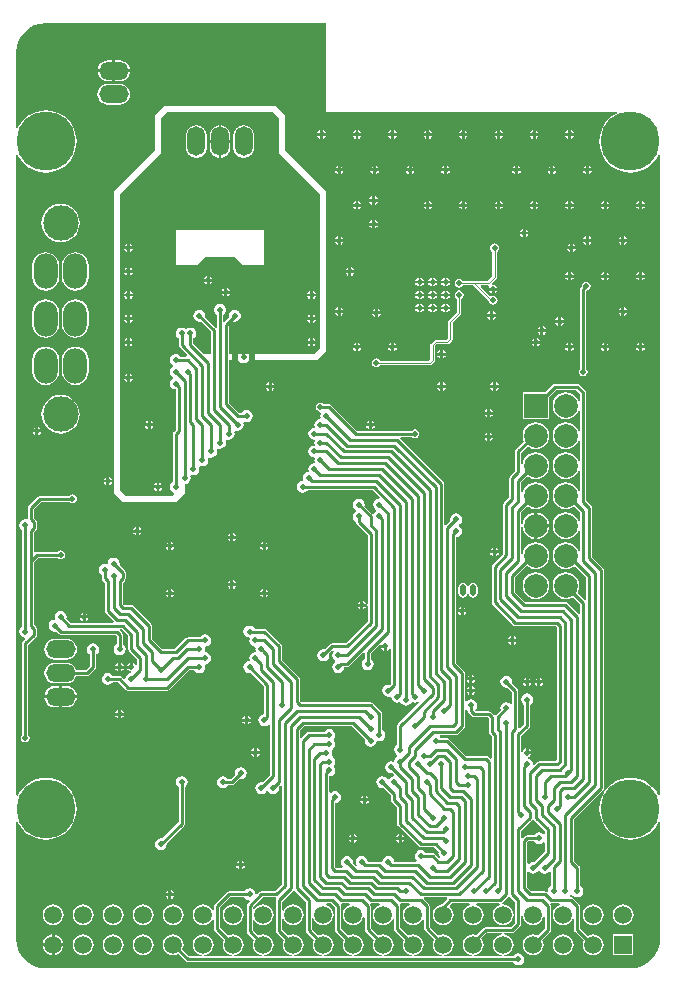
<source format=gbl>
%FSLAX25Y25*%
%MOIN*%
G70*
G01*
G75*
G04 Layer_Physical_Order=2*
G04 Layer_Color=16711680*
%ADD10C,0.00492*%
%ADD11R,0.03937X0.01811*%
%ADD12R,0.01811X0.01811*%
%ADD13R,0.13386X0.13386*%
%ADD14O,0.00787X0.02559*%
%ADD15O,0.02559X0.00787*%
%ADD16R,0.02835X0.03937*%
%ADD17R,0.03937X0.02835*%
%ADD18R,0.04134X0.04528*%
%ADD19O,0.01772X0.05512*%
%ADD20R,0.03740X0.02559*%
%ADD21R,0.03150X0.02165*%
%ADD22R,0.02559X0.03740*%
%ADD23R,0.03937X0.02362*%
G04:AMPARAMS|DCode=24|XSize=118.11mil|YSize=118.11mil|CornerRadius=0mil|HoleSize=0mil|Usage=FLASHONLY|Rotation=270.000|XOffset=0mil|YOffset=0mil|HoleType=Round|Shape=Octagon|*
%AMOCTAGOND24*
4,1,8,-0.02953,-0.05906,0.02953,-0.05906,0.05906,-0.02953,0.05906,0.02953,0.02953,0.05906,-0.02953,0.05906,-0.05906,0.02953,-0.05906,-0.02953,-0.02953,-0.05906,0.0*
%
%ADD24OCTAGOND24*%

%ADD25R,0.02362X0.03937*%
%ADD26R,0.05512X0.03543*%
%ADD27O,0.01181X0.05512*%
%ADD28O,0.05512X0.01181*%
%ADD29O,0.05709X0.01181*%
%ADD30O,0.01181X0.05709*%
%ADD31R,0.06496X0.04724*%
%ADD32C,0.01142*%
%ADD33R,0.01378X0.03740*%
%ADD34R,0.02953X0.06496*%
%ADD35R,0.03347X0.01575*%
%ADD36C,0.00984*%
%ADD37C,0.01969*%
%ADD38C,0.00500*%
%ADD39C,0.01575*%
%ADD40C,0.00787*%
%ADD41C,0.01000*%
%ADD42O,0.09843X0.05906*%
%ADD43R,0.07874X0.07874*%
%ADD44C,0.07874*%
%ADD45R,0.05906X0.05906*%
%ADD46C,0.05906*%
%ADD47O,0.05906X0.09843*%
%ADD48C,0.11811*%
%ADD49O,0.07874X0.11811*%
%ADD50C,0.19685*%
%ADD51O,0.01969X0.03937*%
%ADD52C,0.01969*%
%ADD53R,0.01969X0.04921*%
G36*
X-97441Y315008D02*
X-3937Y314961D01*
Y285433D01*
X92916D01*
X93013Y284943D01*
X92735Y284827D01*
X91348Y283977D01*
X90111Y282921D01*
X89054Y281684D01*
X88204Y280297D01*
X87582Y278794D01*
X87202Y277212D01*
X87074Y275591D01*
X87202Y273969D01*
X87582Y272387D01*
X88204Y270884D01*
X89054Y269497D01*
X90111Y268260D01*
X91348Y267204D01*
X92735Y266354D01*
X94238Y265731D01*
X95819Y265352D01*
X97441Y265224D01*
X99063Y265352D01*
X100644Y265731D01*
X102147Y266354D01*
X103534Y267204D01*
X104771Y268260D01*
X105828Y269497D01*
X106678Y270884D01*
X106793Y271163D01*
X107283Y271065D01*
Y57675D01*
X106793Y57577D01*
X106678Y57856D01*
X105828Y59243D01*
X104771Y60480D01*
X103534Y61536D01*
X102147Y62386D01*
X100644Y63009D01*
X99063Y63389D01*
X97441Y63516D01*
X95819Y63389D01*
X94238Y63009D01*
X92735Y62386D01*
X91348Y61536D01*
X90111Y60480D01*
X89054Y59243D01*
X88204Y57856D01*
X87582Y56353D01*
X87202Y54771D01*
X87074Y53150D01*
X87202Y51528D01*
X87582Y49946D01*
X88204Y48443D01*
X89054Y47056D01*
X90111Y45819D01*
X91348Y44763D01*
X92735Y43913D01*
X94238Y43290D01*
X95819Y42911D01*
X97441Y42783D01*
X99063Y42911D01*
X100644Y43290D01*
X102147Y43913D01*
X103534Y44763D01*
X104771Y45819D01*
X105828Y47056D01*
X106678Y48443D01*
X106793Y48722D01*
X107283Y48624D01*
Y9843D01*
X107283D01*
X107282Y9343D01*
X107141Y7913D01*
X106578Y6058D01*
X105664Y4348D01*
X104434Y2849D01*
X102936Y1619D01*
X101226Y705D01*
X99370Y143D01*
X97441Y-48D01*
X-97441Y0D01*
X-97441Y0D01*
Y0D01*
X-97941Y2D01*
X-99370Y143D01*
X-101226Y705D01*
X-102936Y1619D01*
X-104434Y2849D01*
X-105664Y4348D01*
X-106578Y6058D01*
X-107141Y7913D01*
X-107331Y9842D01*
X-107331Y9843D01*
X-107325Y48699D01*
X-106825Y48799D01*
X-106678Y48443D01*
X-105828Y47056D01*
X-104771Y45819D01*
X-103534Y44763D01*
X-102147Y43913D01*
X-100644Y43290D01*
X-99063Y42911D01*
X-97441Y42783D01*
X-95819Y42911D01*
X-94238Y43290D01*
X-92735Y43913D01*
X-91348Y44763D01*
X-90111Y45819D01*
X-89054Y47056D01*
X-88204Y48443D01*
X-87582Y49946D01*
X-87202Y51528D01*
X-87074Y53150D01*
X-87202Y54771D01*
X-87582Y56353D01*
X-88204Y57856D01*
X-89054Y59243D01*
X-90111Y60480D01*
X-91348Y61536D01*
X-92735Y62386D01*
X-94238Y63009D01*
X-95819Y63389D01*
X-97441Y63516D01*
X-99063Y63389D01*
X-100644Y63009D01*
X-102147Y62386D01*
X-103534Y61536D01*
X-104771Y60480D01*
X-105828Y59243D01*
X-106678Y57856D01*
X-106823Y57504D01*
X-107323Y57604D01*
X-107289Y271079D01*
X-106799Y271176D01*
X-106678Y270884D01*
X-105828Y269497D01*
X-104771Y268260D01*
X-103534Y267204D01*
X-102147Y266354D01*
X-100644Y265731D01*
X-99063Y265352D01*
X-97441Y265224D01*
X-95819Y265352D01*
X-94238Y265731D01*
X-92735Y266354D01*
X-91348Y267204D01*
X-90111Y268260D01*
X-89054Y269497D01*
X-88204Y270884D01*
X-87582Y272387D01*
X-87202Y273969D01*
X-87074Y275591D01*
X-87202Y277212D01*
X-87582Y278794D01*
X-88204Y280297D01*
X-89054Y281684D01*
X-90111Y282921D01*
X-91348Y283977D01*
X-92735Y284827D01*
X-94238Y285450D01*
X-95819Y285830D01*
X-97441Y285957D01*
X-99063Y285830D01*
X-100644Y285450D01*
X-102147Y284827D01*
X-103534Y283977D01*
X-104771Y282921D01*
X-105828Y281684D01*
X-106678Y280297D01*
X-106797Y280008D01*
X-107288Y280106D01*
X-107283Y305118D01*
X-107283D01*
X-107282Y305617D01*
X-107141Y307048D01*
X-106578Y308903D01*
X-105664Y310613D01*
X-104435Y312112D01*
X-102936Y313341D01*
X-101226Y314255D01*
X-99371Y314818D01*
X-97441Y315008D01*
X-97441Y315008D01*
D02*
G37*
%LPC*%
G36*
X35856Y204232D02*
X34941D01*
Y203317D01*
X35025Y203334D01*
X35513Y203660D01*
X35840Y204148D01*
X35856Y204232D01*
D02*
G37*
G36*
X33957D02*
X33041D01*
X33058Y204148D01*
X33384Y203660D01*
X33873Y203334D01*
X33957Y203317D01*
Y204232D01*
D02*
G37*
G36*
Y206132D02*
X33873Y206115D01*
X33384Y205789D01*
X33058Y205300D01*
X33041Y205217D01*
X33957D01*
Y206132D01*
D02*
G37*
G36*
X7707Y206594D02*
X6791D01*
Y205679D01*
X6875Y205696D01*
X7364Y206022D01*
X7690Y206511D01*
X7707Y206594D01*
D02*
G37*
G36*
X5807D02*
X4892D01*
X4908Y206511D01*
X5235Y206022D01*
X5723Y205696D01*
X5807Y205679D01*
Y206594D01*
D02*
G37*
G36*
X34941Y206132D02*
Y205217D01*
X35856D01*
X35840Y205300D01*
X35513Y205789D01*
X35025Y206115D01*
X34941Y206132D01*
D02*
G37*
G36*
X8366Y57510D02*
X8282Y57493D01*
X7794Y57167D01*
X7468Y56678D01*
X7451Y56595D01*
X8366D01*
Y57510D01*
D02*
G37*
G36*
X82677Y228868D02*
X82101Y228753D01*
X81613Y228427D01*
X81287Y227938D01*
X81172Y227362D01*
X81186Y227290D01*
X80983Y227088D01*
X80766Y226762D01*
X80689Y226378D01*
Y199924D01*
X80629Y199883D01*
X80302Y199395D01*
X80188Y198819D01*
X80302Y198243D01*
X80629Y197755D01*
X81117Y197428D01*
X81693Y197314D01*
X82269Y197428D01*
X82757Y197755D01*
X83084Y198243D01*
X83198Y198819D01*
X83084Y199395D01*
X82757Y199883D01*
X82696Y199924D01*
Y225861D01*
X83253Y225972D01*
X83742Y226298D01*
X84068Y226786D01*
X84183Y227362D01*
X84068Y227938D01*
X83742Y228427D01*
X83253Y228753D01*
X82677Y228868D01*
D02*
G37*
G36*
X9350Y57510D02*
Y56595D01*
X10266D01*
X10249Y56678D01*
X9923Y57167D01*
X9434Y57493D01*
X9350Y57510D01*
D02*
G37*
G36*
X40354Y225915D02*
X39778Y225800D01*
X39290Y225474D01*
X38964Y224986D01*
X38849Y224410D01*
X38964Y223833D01*
X39290Y223345D01*
X39602Y223137D01*
Y218816D01*
X36869Y216083D01*
X36706Y215839D01*
X36649Y215551D01*
Y209958D01*
X36106Y209414D01*
X32480D01*
X32192Y209357D01*
X31948Y209194D01*
X30964Y208209D01*
X30801Y207965D01*
X30743Y207677D01*
Y203068D01*
X30200Y202524D01*
X14068D01*
X13860Y202836D01*
X13371Y203162D01*
X12795Y203277D01*
X12219Y203162D01*
X11731Y202836D01*
X11405Y202348D01*
X11290Y201772D01*
X11405Y201196D01*
X11731Y200707D01*
X12219Y200381D01*
X12795Y200266D01*
X13371Y200381D01*
X13860Y200707D01*
X14068Y201019D01*
X30512D01*
X30800Y201076D01*
X31044Y201239D01*
X32028Y202224D01*
X32191Y202468D01*
X32249Y202756D01*
Y207365D01*
X32792Y207909D01*
X36417D01*
X36705Y207966D01*
X36950Y208129D01*
X37934Y209114D01*
X38097Y209358D01*
X38154Y209646D01*
Y215240D01*
X40887Y217972D01*
X41050Y218216D01*
X41107Y218504D01*
Y223137D01*
X41419Y223345D01*
X41745Y223833D01*
X41860Y224410D01*
X41745Y224986D01*
X41419Y225474D01*
X40930Y225800D01*
X40354Y225915D01*
D02*
G37*
G36*
X-20669Y287402D02*
X-58071D01*
X-59055Y286417D01*
X-61024Y284449D01*
Y277559D01*
Y272638D01*
X-68898Y264764D01*
X-74803Y258858D01*
Y162636D01*
X-74862Y162630D01*
Y162173D01*
X-74803Y162167D01*
Y158465D01*
X-71850Y155512D01*
X-54134D01*
X-51181Y158465D01*
Y159449D01*
Y160879D01*
X-51181Y161379D01*
X-50413Y161532D01*
X-49762Y161967D01*
X-49327Y162618D01*
X-49174Y163386D01*
X-49315Y164096D01*
X-49145Y164303D01*
X-48939Y164473D01*
X-48228Y164332D01*
X-47460Y164484D01*
X-46809Y164919D01*
X-46374Y165571D01*
X-46221Y166339D01*
X-46363Y167049D01*
X-46193Y167256D01*
X-45986Y167426D01*
X-45276Y167284D01*
X-44508Y167437D01*
X-43856Y167872D01*
X-43421Y168523D01*
X-43268Y169291D01*
X-43410Y170002D01*
X-43240Y170208D01*
X-43033Y170378D01*
X-42323Y170237D01*
X-41555Y170390D01*
X-40904Y170825D01*
X-40468Y171476D01*
X-40316Y172244D01*
X-40457Y172954D01*
X-40287Y173161D01*
X-40080Y173331D01*
X-39370Y173190D01*
X-38602Y173343D01*
X-37951Y173778D01*
X-37516Y174429D01*
X-37363Y175197D01*
X-37504Y175907D01*
X-37334Y176114D01*
X-37128Y176284D01*
X-36417Y176143D01*
X-35649Y176295D01*
X-34998Y176730D01*
X-34563Y177382D01*
X-34410Y178150D01*
X-34552Y178860D01*
X-34382Y179067D01*
X-34175Y179237D01*
X-33465Y179095D01*
X-32697Y179248D01*
X-32045Y179683D01*
X-31610Y180334D01*
X-31457Y181102D01*
X-31599Y181813D01*
X-31429Y182019D01*
X-31222Y182189D01*
X-30512Y182048D01*
X-29744Y182201D01*
X-29093Y182636D01*
X-28657Y183287D01*
X-28505Y184055D01*
X-28657Y184823D01*
X-29093Y185474D01*
X-29744Y185909D01*
X-30512Y186062D01*
X-31280Y185909D01*
X-31931Y185474D01*
X-32209Y185059D01*
X-33049D01*
X-36398Y188408D01*
Y202756D01*
X-35008D01*
X-34981Y202716D01*
X-34737Y202553D01*
X-34449Y202495D01*
X-34161Y202553D01*
X-33917Y202716D01*
X-33890Y202756D01*
X-33206D01*
X-32915Y202321D01*
X-32264Y201886D01*
X-31496Y201733D01*
X-30728Y201886D01*
X-30077Y202321D01*
X-29786Y202756D01*
X-29102D01*
X-29076Y202716D01*
X-28831Y202553D01*
X-28543Y202495D01*
X-28255Y202553D01*
X-28011Y202716D01*
X-27984Y202756D01*
X-6890D01*
X-3937Y205709D01*
Y258858D01*
X-17717Y272638D01*
Y284449D01*
X-20669Y287402D01*
D02*
G37*
G36*
X10266Y55610D02*
X9350D01*
Y54695D01*
X9434Y54712D01*
X9923Y55038D01*
X10249Y55526D01*
X10266Y55610D01*
D02*
G37*
G36*
X17618Y206594D02*
X16703D01*
X16720Y206511D01*
X17046Y206022D01*
X17534Y205696D01*
X17618Y205679D01*
Y206594D01*
D02*
G37*
G36*
X67352Y208169D02*
X66437D01*
Y207254D01*
X66521Y207271D01*
X67009Y207597D01*
X67336Y208085D01*
X67352Y208169D01*
D02*
G37*
G36*
X65453D02*
X64538D01*
X64554Y208085D01*
X64881Y207597D01*
X65369Y207271D01*
X65453Y207254D01*
Y208169D01*
D02*
G37*
G36*
X102195Y206594D02*
X101279D01*
Y205679D01*
X101363Y205696D01*
X101852Y206022D01*
X102178Y206511D01*
X102195Y206594D01*
D02*
G37*
G36*
X20177Y44715D02*
X20093Y44698D01*
X19605Y44372D01*
X19279Y43883D01*
X19262Y43799D01*
X20177D01*
Y44715D01*
D02*
G37*
G36*
X21161D02*
Y43799D01*
X22077D01*
X22060Y43883D01*
X21734Y44372D01*
X21245Y44698D01*
X21161Y44715D01*
D02*
G37*
G36*
X8366Y55610D02*
X7451D01*
X7468Y55526D01*
X7794Y55038D01*
X8282Y54712D01*
X8366Y54695D01*
Y55610D01*
D02*
G37*
G36*
X78573Y206594D02*
X77658D01*
Y205679D01*
X77741Y205696D01*
X78230Y206022D01*
X78556Y206511D01*
X78573Y206594D01*
D02*
G37*
G36*
X76673D02*
X75758D01*
X75775Y206511D01*
X76101Y206022D01*
X76589Y205696D01*
X76673Y205679D01*
Y206594D01*
D02*
G37*
G36*
X19518D02*
X18602D01*
Y205679D01*
X18686Y205696D01*
X19175Y206022D01*
X19501Y206511D01*
X19518Y206594D01*
D02*
G37*
G36*
X100295D02*
X99380D01*
X99397Y206511D01*
X99723Y206022D01*
X100211Y205696D01*
X100295Y205679D01*
Y206594D01*
D02*
G37*
G36*
X90384D02*
X89468D01*
Y205679D01*
X89552Y205696D01*
X90041Y206022D01*
X90367Y206511D01*
X90384Y206594D01*
D02*
G37*
G36*
X88484D02*
X87569D01*
X87586Y206511D01*
X87912Y206022D01*
X88400Y205696D01*
X88484Y205679D01*
Y206594D01*
D02*
G37*
G36*
X-32480Y66968D02*
X-33248Y66815D01*
X-33900Y66380D01*
X-34335Y65729D01*
X-34487Y64961D01*
X-34390Y64470D01*
X-35849Y63011D01*
X-36689D01*
X-36967Y63427D01*
X-37618Y63862D01*
X-38386Y64015D01*
X-39154Y63862D01*
X-39805Y63427D01*
X-40240Y62776D01*
X-40393Y62008D01*
X-40240Y61240D01*
X-39805Y60589D01*
X-39154Y60154D01*
X-38386Y60001D01*
X-37618Y60154D01*
X-36967Y60589D01*
X-36689Y61004D01*
X-35433D01*
X-35049Y61081D01*
X-34723Y61298D01*
X-32971Y63051D01*
X-32480Y62954D01*
X-31712Y63106D01*
X-31061Y63542D01*
X-30626Y64193D01*
X-30473Y64961D01*
X-30626Y65729D01*
X-31061Y66380D01*
X-31712Y66815D01*
X-32480Y66968D01*
D02*
G37*
G36*
X49705Y186447D02*
X49621Y186430D01*
X49132Y186104D01*
X48806Y185616D01*
X48789Y185531D01*
X49705D01*
Y186447D01*
D02*
G37*
G36*
X51604Y184547D02*
X50689D01*
Y183632D01*
X50773Y183649D01*
X51261Y183975D01*
X51588Y184463D01*
X51604Y184547D01*
D02*
G37*
G36*
X49705D02*
X48789D01*
X48806Y184463D01*
X49132Y183975D01*
X49621Y183649D01*
X49705Y183632D01*
Y184547D01*
D02*
G37*
G36*
X-23130Y193406D02*
X-24045D01*
X-24028Y193322D01*
X-23702Y192833D01*
X-23214Y192507D01*
X-23130Y192490D01*
Y193406D01*
D02*
G37*
G36*
X79724Y194901D02*
X72362D01*
X71978Y194825D01*
X71653Y194607D01*
X68955Y191910D01*
X61516D01*
Y183051D01*
X70374D01*
Y190490D01*
X72778Y192894D01*
X79309D01*
X80689Y191514D01*
Y188907D01*
X80189Y188807D01*
X79814Y189714D01*
X79104Y190639D01*
X78179Y191349D01*
X77101Y191796D01*
X75945Y191948D01*
X74789Y191796D01*
X73711Y191349D01*
X72786Y190639D01*
X72076Y189714D01*
X71630Y188637D01*
X71478Y187480D01*
X71630Y186324D01*
X72076Y185247D01*
X72786Y184321D01*
X73711Y183612D01*
X74789Y183165D01*
X75945Y183013D01*
X77101Y183165D01*
X78179Y183612D01*
X79104Y184321D01*
X79814Y185247D01*
X80189Y186154D01*
X80689Y186054D01*
Y178907D01*
X80189Y178807D01*
X79814Y179714D01*
X79104Y180639D01*
X78179Y181349D01*
X77101Y181796D01*
X75945Y181948D01*
X74789Y181796D01*
X73711Y181349D01*
X72786Y180639D01*
X72076Y179714D01*
X71630Y178637D01*
X71478Y177480D01*
X71630Y176324D01*
X72076Y175247D01*
X72786Y174321D01*
X73711Y173611D01*
X74789Y173165D01*
X75945Y173013D01*
X77101Y173165D01*
X78179Y173611D01*
X79104Y174321D01*
X79814Y175247D01*
X80189Y176154D01*
X80689Y176054D01*
Y168907D01*
X80189Y168807D01*
X79814Y169714D01*
X79104Y170639D01*
X78179Y171349D01*
X77101Y171795D01*
X75945Y171948D01*
X74789Y171795D01*
X73711Y171349D01*
X72786Y170639D01*
X72076Y169714D01*
X71630Y168637D01*
X71478Y167480D01*
X71630Y166324D01*
X72076Y165247D01*
X72786Y164321D01*
X73711Y163611D01*
X74789Y163165D01*
X75945Y163013D01*
X77101Y163165D01*
X78179Y163611D01*
X79104Y164321D01*
X79814Y165247D01*
X80189Y166154D01*
X80689Y166054D01*
Y158907D01*
X80189Y158807D01*
X79814Y159714D01*
X79104Y160639D01*
X78179Y161349D01*
X77101Y161795D01*
X75945Y161948D01*
X74789Y161795D01*
X73711Y161349D01*
X72786Y160639D01*
X72076Y159714D01*
X71630Y158637D01*
X71478Y157480D01*
X71630Y156324D01*
X72076Y155247D01*
X72786Y154322D01*
X73711Y153612D01*
X74789Y153165D01*
X75945Y153013D01*
X77101Y153165D01*
X78179Y153612D01*
X78769Y154064D01*
X80689Y152143D01*
Y148907D01*
X80189Y148807D01*
X79814Y149714D01*
X79104Y150639D01*
X78179Y151349D01*
X77101Y151795D01*
X75945Y151948D01*
X74789Y151795D01*
X73711Y151349D01*
X72786Y150639D01*
X72076Y149714D01*
X71630Y148637D01*
X71478Y147480D01*
X71630Y146324D01*
X72076Y145247D01*
X72786Y144322D01*
X73711Y143612D01*
X74789Y143165D01*
X75945Y143013D01*
X77101Y143165D01*
X78179Y143612D01*
X79104Y144322D01*
X79814Y145247D01*
X80189Y146154D01*
X80689Y146054D01*
Y138907D01*
X80189Y138807D01*
X79814Y139714D01*
X79104Y140639D01*
X78179Y141349D01*
X77101Y141796D01*
X75945Y141948D01*
X74789Y141796D01*
X73711Y141349D01*
X72786Y140639D01*
X72076Y139714D01*
X71630Y138637D01*
X71478Y137480D01*
X71630Y136324D01*
X72076Y135247D01*
X72786Y134321D01*
X73711Y133612D01*
X74789Y133165D01*
X75945Y133013D01*
X77101Y133165D01*
X78179Y133612D01*
X78947Y134201D01*
X82658Y130490D01*
Y122894D01*
X82158Y122687D01*
X79720Y125125D01*
X79814Y125247D01*
X80260Y126324D01*
X80412Y127480D01*
X80260Y128637D01*
X79814Y129714D01*
X79104Y130639D01*
X78179Y131349D01*
X77101Y131796D01*
X75945Y131948D01*
X74789Y131796D01*
X73711Y131349D01*
X72786Y130639D01*
X72076Y129714D01*
X71630Y128637D01*
X71478Y127480D01*
X71630Y126324D01*
X72076Y125247D01*
X72786Y124321D01*
X73711Y123611D01*
X74789Y123165D01*
X75945Y123013D01*
X77101Y123165D01*
X78179Y123611D01*
X78301Y123705D01*
X80689Y121317D01*
Y118287D01*
X80189Y118080D01*
X76497Y121773D01*
X76171Y121990D01*
X75787Y122067D01*
X62424D01*
X59074Y125416D01*
Y130490D01*
X62854Y134269D01*
X63711Y133612D01*
X64789Y133165D01*
X65945Y133013D01*
X67101Y133165D01*
X68179Y133612D01*
X69104Y134321D01*
X69814Y135247D01*
X70260Y136324D01*
X70412Y137480D01*
X70260Y138637D01*
X69814Y139714D01*
X69104Y140639D01*
X68179Y141349D01*
X67101Y141796D01*
X65945Y141948D01*
X64789Y141796D01*
X63711Y141349D01*
X62786Y140639D01*
X62076Y139714D01*
X61630Y138637D01*
X61543Y137977D01*
X61043Y138010D01*
Y146951D01*
X61543Y146984D01*
X61630Y146324D01*
X62076Y145247D01*
X62786Y144322D01*
X63711Y143612D01*
X64789Y143165D01*
X65453Y143078D01*
Y147480D01*
Y151883D01*
X64789Y151795D01*
X63711Y151349D01*
X62786Y150639D01*
X62076Y149714D01*
X61630Y148637D01*
X61543Y147977D01*
X61043Y148010D01*
Y152143D01*
X63032Y154133D01*
X63711Y153612D01*
X64789Y153165D01*
X65945Y153013D01*
X67101Y153165D01*
X68179Y153612D01*
X69104Y154322D01*
X69814Y155247D01*
X70260Y156324D01*
X70412Y157480D01*
X70260Y158637D01*
X69814Y159714D01*
X69104Y160639D01*
X68179Y161349D01*
X67101Y161795D01*
X65945Y161948D01*
X64789Y161795D01*
X63711Y161349D01*
X62786Y160639D01*
X62076Y159714D01*
X61630Y158637D01*
X61622Y158575D01*
X61122Y158608D01*
Y162065D01*
X63121Y164064D01*
X63711Y163611D01*
X64789Y163165D01*
X65945Y163013D01*
X67101Y163165D01*
X68179Y163611D01*
X69104Y164321D01*
X69814Y165247D01*
X70260Y166324D01*
X70412Y167480D01*
X70260Y168637D01*
X69814Y169714D01*
X69104Y170639D01*
X68179Y171349D01*
X67101Y171795D01*
X65945Y171948D01*
X64789Y171795D01*
X63711Y171349D01*
X62786Y170639D01*
X62076Y169714D01*
X61630Y168637D01*
X61543Y167977D01*
X61043Y168010D01*
Y171828D01*
X63210Y173996D01*
X63711Y173611D01*
X64789Y173165D01*
X65945Y173013D01*
X67101Y173165D01*
X68179Y173611D01*
X69104Y174321D01*
X69814Y175247D01*
X70260Y176324D01*
X70412Y177480D01*
X70260Y178637D01*
X69814Y179714D01*
X69104Y180639D01*
X68179Y181349D01*
X67101Y181796D01*
X65945Y181948D01*
X64789Y181796D01*
X63711Y181349D01*
X62786Y180639D01*
X62076Y179714D01*
X61630Y178637D01*
X61478Y177480D01*
X61630Y176324D01*
X61943Y175567D01*
X59330Y172954D01*
X59112Y172628D01*
X59036Y172244D01*
Y165770D01*
X57361Y164095D01*
X57144Y163770D01*
X57067Y163386D01*
Y156912D01*
X55393Y155237D01*
X55175Y154912D01*
X55099Y154528D01*
Y138211D01*
X51456Y134568D01*
X51238Y134242D01*
X51162Y133858D01*
Y122047D01*
X51238Y121663D01*
X51456Y121338D01*
X58346Y114448D01*
X58671Y114230D01*
X59055Y114154D01*
X72419D01*
X72815Y113758D01*
Y69313D01*
X72419Y68917D01*
X66929D01*
X66545Y68841D01*
X66437Y68768D01*
X66220Y68623D01*
X65460Y67864D01*
X64967Y68077D01*
X64846Y68682D01*
X64411Y69333D01*
X63760Y69768D01*
X63273Y69865D01*
Y69865D01*
X63235Y70133D01*
X63273Y70401D01*
D01*
X63568Y70460D01*
X63710Y70554D01*
X64056Y70786D01*
X64383Y71274D01*
X64399Y71358D01*
X62992D01*
Y71850D01*
X62500D01*
Y73258D01*
X62416Y73241D01*
X61928Y72915D01*
X61601Y72426D01*
X61543Y72132D01*
X61043Y72182D01*
Y77509D01*
X63702Y80168D01*
X63847Y80386D01*
X63919Y80494D01*
X63996Y80878D01*
Y87870D01*
X64411Y88148D01*
X64846Y88799D01*
X64999Y89567D01*
X64846Y90335D01*
X64411Y90986D01*
X63760Y91421D01*
X62992Y91574D01*
X62224Y91421D01*
X61573Y90986D01*
X61138Y90335D01*
X60985Y89567D01*
X61138Y88799D01*
X61573Y88148D01*
X61989Y87870D01*
Y81293D01*
X60559Y79863D01*
X60059Y80070D01*
Y92520D01*
X59982Y92904D01*
X59910Y93012D01*
X59765Y93229D01*
X58012Y94982D01*
X58109Y95473D01*
X57957Y96241D01*
X57522Y96892D01*
X56870Y97327D01*
X56102Y97480D01*
X55334Y97327D01*
X54683Y96892D01*
X54248Y96241D01*
X54095Y95473D01*
X54248Y94704D01*
X54683Y94053D01*
X55334Y93618D01*
X56102Y93465D01*
X56593Y93563D01*
X58052Y92104D01*
Y88140D01*
X57552Y87989D01*
X57522Y88033D01*
X56870Y88468D01*
X56102Y88621D01*
X55334Y88468D01*
X54683Y88033D01*
X54248Y87382D01*
X54095Y86614D01*
X54193Y86124D01*
X52471Y84402D01*
X52409Y84371D01*
X51922Y84371D01*
X51859Y84402D01*
X50906Y85355D01*
X50581Y85573D01*
X50197Y85649D01*
X46043D01*
X45961Y85757D01*
X45711Y86179D01*
X46146Y86830D01*
X46298Y87599D01*
X46146Y88367D01*
X45711Y89018D01*
X45059Y89453D01*
X44291Y89606D01*
X43523Y89453D01*
X42872Y89018D01*
X42842Y88973D01*
X42342Y89124D01*
Y92189D01*
X42382Y92193D01*
Y92847D01*
X42342Y92851D01*
Y96126D01*
X42382Y96130D01*
Y96784D01*
X42342Y96788D01*
Y98425D01*
X42266Y98809D01*
X42048Y99135D01*
X39389Y101794D01*
Y118763D01*
X39429Y118767D01*
Y119422D01*
X39389Y119426D01*
Y143666D01*
X40138Y143815D01*
X40789Y144250D01*
X41224Y144901D01*
X41377Y145669D01*
X41224Y146437D01*
X40789Y147089D01*
X40417Y147337D01*
Y147939D01*
X40789Y148187D01*
X41224Y148838D01*
X41377Y149606D01*
X41224Y150374D01*
X40789Y151026D01*
X40138Y151461D01*
X39370Y151613D01*
X38602Y151461D01*
X37951Y151026D01*
X37516Y150374D01*
X37363Y149606D01*
X37461Y149116D01*
X35952Y147608D01*
X35452Y147815D01*
Y161417D01*
X35376Y161801D01*
X35158Y162127D01*
X20639Y176646D01*
X20846Y177146D01*
X24486D01*
X24526Y177085D01*
X25014Y176759D01*
X25591Y176644D01*
X26167Y176759D01*
X26655Y177085D01*
X26981Y177574D01*
X27096Y178150D01*
X26981Y178726D01*
X26655Y179214D01*
X26167Y179540D01*
X25591Y179655D01*
X25014Y179540D01*
X24526Y179214D01*
X24486Y179153D01*
X11158D01*
X11154Y179193D01*
X10499D01*
X10496Y179153D01*
X6321D01*
X-2243Y187717D01*
X-2569Y187935D01*
X-2953Y188011D01*
X-4800D01*
X-4841Y188072D01*
X-5330Y188399D01*
X-5906Y188513D01*
X-6482Y188399D01*
X-6970Y188072D01*
X-7296Y187584D01*
X-7411Y187008D01*
X-7296Y186432D01*
X-6970Y185943D01*
X-6482Y185617D01*
X-5906Y185503D01*
X-5643Y185045D01*
X-5791Y184823D01*
X-5944Y184055D01*
X-5852Y183591D01*
X-5892Y183230D01*
X-6215Y183048D01*
X-6674Y182957D01*
X-7325Y182522D01*
X-7760Y181870D01*
X-7913Y181102D01*
X-7820Y180638D01*
X-7861Y180277D01*
X-8183Y180095D01*
X-8642Y180004D01*
X-9293Y179569D01*
X-9728Y178918D01*
X-9881Y178150D01*
X-9728Y177382D01*
X-9293Y176730D01*
X-8642Y176295D01*
X-8183Y176204D01*
X-7861Y176022D01*
X-7820Y175661D01*
X-7913Y175197D01*
X-7820Y174733D01*
X-7861Y174372D01*
X-8183Y174190D01*
X-8642Y174098D01*
X-9293Y173663D01*
X-9728Y173012D01*
X-9881Y172244D01*
X-9728Y171476D01*
X-9293Y170825D01*
X-8642Y170390D01*
X-8183Y170299D01*
X-7861Y170116D01*
X-7820Y169755D01*
X-7913Y169291D01*
X-7820Y168827D01*
X-7861Y168466D01*
X-8183Y168284D01*
X-8642Y168193D01*
X-9293Y167758D01*
X-9728Y167107D01*
X-9881Y166339D01*
X-9789Y165875D01*
X-9829Y165514D01*
X-10152Y165331D01*
X-10611Y165240D01*
X-11262Y164805D01*
X-11697Y164154D01*
X-11850Y163386D01*
X-11757Y162922D01*
X-11798Y162561D01*
X-12120Y162379D01*
X-12579Y162287D01*
X-13230Y161852D01*
X-13665Y161201D01*
X-13818Y160433D01*
X-13665Y159665D01*
X-13230Y159014D01*
X-12579Y158579D01*
X-11811Y158426D01*
X-11043Y158579D01*
X-10392Y159014D01*
X-10114Y159430D01*
X11395D01*
X13829Y156996D01*
X13616Y156502D01*
X13012Y156382D01*
X12360Y155947D01*
X11925Y155296D01*
X11772Y154528D01*
X11925Y153760D01*
X12360Y153108D01*
X12732Y152860D01*
Y152258D01*
X12360Y152010D01*
X12012Y151488D01*
X11849Y151424D01*
X11590Y151394D01*
X11426Y151411D01*
X8799Y154037D01*
X8897Y154528D01*
X8744Y155296D01*
X8309Y155947D01*
X7658Y156382D01*
X6890Y156535D01*
X6122Y156382D01*
X5471Y155947D01*
X5035Y155296D01*
X4883Y154528D01*
X5035Y153760D01*
X5471Y153108D01*
X5843Y152860D01*
Y152258D01*
X5471Y152010D01*
X5035Y151359D01*
X4883Y150591D01*
X5035Y149822D01*
X5471Y149171D01*
X5886Y148894D01*
Y148622D01*
X5963Y148238D01*
X6180Y147913D01*
X9823Y144269D01*
Y121394D01*
X9783Y121390D01*
Y120736D01*
X9823Y120732D01*
Y115573D01*
X2537Y108287D01*
X-1969D01*
X-2353Y108211D01*
X-2678Y107993D01*
X-4431Y106240D01*
X-4921Y106338D01*
X-5689Y106185D01*
X-6340Y105750D01*
X-6775Y105099D01*
X-6928Y104331D01*
X-6775Y103563D01*
X-6340Y102912D01*
X-5689Y102477D01*
X-4921Y102324D01*
X-4153Y102477D01*
X-3502Y102912D01*
X-3067Y103563D01*
X-2914Y104331D01*
X-3012Y104821D01*
X-1895Y105938D01*
X-1507Y105619D01*
X-1854Y105099D01*
X-2007Y104331D01*
X-1854Y103563D01*
X-1419Y102912D01*
X-1047Y102663D01*
Y102062D01*
X-1419Y101813D01*
X-1854Y101162D01*
X-2007Y100394D01*
X-1854Y99626D01*
X-1419Y98975D01*
X-768Y98540D01*
X0Y98387D01*
X768Y98540D01*
X1419Y98975D01*
X1854Y99626D01*
X2003Y100374D01*
X2953D01*
X3337Y100451D01*
X3662Y100668D01*
X8358Y105364D01*
X8366Y105363D01*
X8839Y105138D01*
Y103075D01*
X8423Y102797D01*
X7988Y102146D01*
X7835Y101378D01*
X7988Y100610D01*
X8423Y99959D01*
X9075Y99524D01*
X9843Y99371D01*
X10611Y99524D01*
X11262Y99959D01*
X11697Y100610D01*
X11850Y101378D01*
X11697Y102146D01*
X11262Y102797D01*
X10846Y103075D01*
Y104899D01*
X13858Y107911D01*
X14111Y107776D01*
X15748D01*
Y107283D01*
X16240D01*
Y105876D01*
X16324Y105893D01*
X16812Y106219D01*
X17139Y106708D01*
X17197Y107002D01*
X17697Y106952D01*
Y94904D01*
X17223Y94429D01*
X16732Y94527D01*
X15964Y94374D01*
X15313Y93939D01*
X14878Y93288D01*
X14725Y92520D01*
X14878Y91752D01*
X15313Y91101D01*
X15964Y90665D01*
X16732Y90513D01*
X17196Y90605D01*
X17557Y90565D01*
X17740Y90242D01*
X17831Y89783D01*
X18266Y89132D01*
X18917Y88697D01*
X19685Y88544D01*
X20453Y88697D01*
X21006Y88465D01*
X21219Y88148D01*
X21870Y87713D01*
X22638Y87560D01*
X23406Y87713D01*
X24057Y88148D01*
X24284Y88488D01*
X24823Y88697D01*
X25591Y88544D01*
X26359Y88697D01*
X26740Y88952D01*
Y88952D01*
X26791Y88986D01*
X26978Y88815D01*
X27137Y88615D01*
X27132Y88594D01*
X27130Y88589D01*
X19960Y81418D01*
X19742Y81093D01*
X19666Y80709D01*
Y74532D01*
X19250Y74254D01*
X18815Y73603D01*
X18662Y72835D01*
X18815Y72067D01*
X19250Y71416D01*
X19622Y71167D01*
Y70565D01*
X19250Y70317D01*
X18815Y69666D01*
X18724Y69207D01*
X18541Y68884D01*
X18180Y68844D01*
X17717Y68936D01*
X16949Y68783D01*
X16297Y68348D01*
X15862Y67697D01*
X15710Y66929D01*
X15862Y66161D01*
X16297Y65510D01*
X16949Y65075D01*
X17717Y64922D01*
X18207Y65020D01*
X18750Y64476D01*
X18537Y63982D01*
X17933Y63862D01*
X17282Y63427D01*
X17033Y63055D01*
X16432D01*
X16183Y63427D01*
X15532Y63862D01*
X14764Y64015D01*
X13996Y63862D01*
X13345Y63427D01*
X12910Y62776D01*
X12757Y62008D01*
X12910Y61240D01*
X13345Y60589D01*
X13996Y60154D01*
X14764Y60001D01*
X15254Y60098D01*
X17697Y57655D01*
Y56102D01*
X17774Y55718D01*
X17991Y55393D01*
X19666Y53718D01*
Y48228D01*
X19742Y47844D01*
X19960Y47519D01*
X26849Y40629D01*
X27175Y40411D01*
X27559Y40335D01*
X32065D01*
X33523Y38876D01*
X33426Y38386D01*
X33579Y37618D01*
X33926Y37098D01*
X33538Y36779D01*
X32206Y38111D01*
X31880Y38329D01*
X31496Y38405D01*
X29256D01*
X28978Y38821D01*
X28327Y39256D01*
X27559Y39409D01*
X26791Y39256D01*
X26140Y38821D01*
X25705Y38170D01*
X25552Y37402D01*
X25705Y36634D01*
X26140Y35982D01*
X26185Y35952D01*
X26033Y35452D01*
X18735D01*
X18587Y36201D01*
X18151Y36852D01*
X17500Y37287D01*
X16732Y37440D01*
X15964Y37287D01*
X15313Y36852D01*
X14878Y36201D01*
X14755Y35582D01*
X14384Y35359D01*
X14236Y35327D01*
X14164Y35376D01*
X13780Y35452D01*
X9877D01*
X9728Y36201D01*
X9293Y36852D01*
X8642Y37287D01*
X7874Y37440D01*
X7106Y37287D01*
X6455Y36852D01*
X6020Y36201D01*
X5867Y35433D01*
X6020Y34665D01*
X6367Y34145D01*
X5979Y33826D01*
X4862Y34943D01*
X4960Y35433D01*
X4807Y36201D01*
X4372Y36852D01*
X3721Y37287D01*
X2953Y37440D01*
X2185Y37287D01*
X1534Y36852D01*
X1099Y36201D01*
X946Y35433D01*
X1099Y34665D01*
X1534Y34014D01*
X1578Y33984D01*
X1427Y33484D01*
X-569D01*
X-965Y33880D01*
Y55083D01*
X-216Y55232D01*
X435Y55667D01*
X870Y56319D01*
X1023Y57087D01*
X870Y57855D01*
X435Y58506D01*
X-216Y58941D01*
X-984Y59094D01*
X-1752Y58941D01*
X-2403Y58506D01*
X-2434Y58461D01*
X-2933Y58613D01*
Y63942D01*
X-2185Y64091D01*
X-1534Y64526D01*
X-1099Y65177D01*
X-946Y65945D01*
X-1099Y66713D01*
X-1309Y67027D01*
X-1505Y67421D01*
X-1309Y67815D01*
X-1099Y68130D01*
X-946Y68898D01*
X-1099Y69666D01*
X-1534Y70317D01*
X-1851Y70529D01*
X-2083Y71082D01*
X-1930Y71851D01*
X-2083Y72619D01*
X-1851Y73172D01*
X-1534Y73384D01*
X-1099Y74035D01*
X-946Y74803D01*
X-1099Y75571D01*
X-1309Y75886D01*
X-1505Y76280D01*
X-1309Y76673D01*
X-1099Y76988D01*
X-946Y77756D01*
X-1099Y78524D01*
X-1534Y79175D01*
X-2185Y79610D01*
X-2953Y79763D01*
X-3721Y79610D01*
X-4372Y79175D01*
X-4650Y78759D01*
X-9843D01*
X-10227Y78683D01*
X-10335Y78611D01*
X-10552Y78466D01*
X-12276Y76742D01*
X-12776Y76949D01*
Y79309D01*
X-11395Y80689D01*
X4506D01*
X8917Y76278D01*
X8820Y75788D01*
X8973Y75019D01*
X9408Y74368D01*
X10059Y73933D01*
X10827Y73780D01*
X11595Y73933D01*
X12246Y74368D01*
X12681Y75019D01*
X12772Y75478D01*
X12955Y75801D01*
X13316Y75841D01*
X13780Y75749D01*
X14548Y75902D01*
X15199Y76337D01*
X15634Y76988D01*
X15787Y77756D01*
X15634Y78524D01*
X15199Y79175D01*
X14783Y79453D01*
Y84646D01*
X14707Y85030D01*
X14635Y85138D01*
X14489Y85355D01*
X11536Y88308D01*
X11211Y88526D01*
X10827Y88602D01*
X-12380D01*
X-12776Y88998D01*
Y96457D01*
X-12840Y96777D01*
X-12852Y96841D01*
X-13070Y97166D01*
X-18681Y102778D01*
Y107283D01*
X-18745Y107604D01*
X-18758Y107668D01*
X-18975Y107993D01*
X-23897Y112914D01*
X-24222Y113132D01*
X-24606Y113208D01*
X-27831D01*
X-28108Y113624D01*
X-28760Y114059D01*
X-29528Y114212D01*
X-30296Y114059D01*
X-30947Y113624D01*
X-31382Y112973D01*
X-31535Y112205D01*
X-31382Y111437D01*
X-30947Y110786D01*
X-30296Y110351D01*
X-29837Y110259D01*
X-29514Y110077D01*
X-29474Y109716D01*
X-29566Y109252D01*
X-29413Y108484D01*
X-28978Y107833D01*
X-28327Y107398D01*
X-27868Y107307D01*
X-27546Y107124D01*
X-27505Y106763D01*
X-27598Y106299D01*
X-27505Y105835D01*
X-27546Y105474D01*
X-27868Y105292D01*
X-28327Y105201D01*
X-28978Y104766D01*
X-29413Y104115D01*
X-29566Y103347D01*
X-29474Y102883D01*
X-29514Y102522D01*
X-29837Y102339D01*
X-30296Y102248D01*
X-30947Y101813D01*
X-31382Y101162D01*
X-31535Y100394D01*
X-31382Y99626D01*
X-30947Y98975D01*
X-30296Y98540D01*
X-29528Y98387D01*
X-29037Y98484D01*
X-24626Y94073D01*
Y84680D01*
X-25374Y84531D01*
X-26026Y84096D01*
X-26461Y83445D01*
X-26613Y82677D01*
X-26461Y81909D01*
X-26026Y81258D01*
X-25374Y80823D01*
X-24606Y80670D01*
X-23838Y80823D01*
X-23187Y81258D01*
X-23157Y81303D01*
X-22657Y81151D01*
Y64392D01*
X-25100Y61949D01*
X-25591Y62046D01*
X-26359Y61894D01*
X-27010Y61459D01*
X-27445Y60808D01*
X-27598Y60039D01*
X-27445Y59271D01*
X-27010Y58620D01*
X-26359Y58185D01*
X-25591Y58032D01*
X-24823Y58185D01*
X-24171Y58620D01*
X-23923Y58992D01*
X-23321D01*
X-23073Y58620D01*
X-22422Y58185D01*
X-21654Y58032D01*
X-20886Y58185D01*
X-20234Y58620D01*
X-19799Y59271D01*
X-19647Y60039D01*
X-19744Y60530D01*
X-19220Y61054D01*
X-18720Y60847D01*
Y27975D01*
X-21085Y25610D01*
X-25591D01*
X-25911Y25546D01*
X-25975Y25534D01*
X-26300Y25316D01*
X-27059Y24557D01*
X-27553Y24770D01*
X-27673Y25374D01*
X-28108Y26026D01*
X-28760Y26461D01*
X-29528Y26613D01*
X-30296Y26461D01*
X-30947Y26026D01*
X-31225Y25610D01*
X-36417D01*
X-36738Y25546D01*
X-36801Y25534D01*
X-37127Y25316D01*
X-41064Y21379D01*
X-41282Y21053D01*
X-41358Y20669D01*
Y19390D01*
X-41858Y19290D01*
X-41991Y19611D01*
X-42543Y20331D01*
X-43263Y20883D01*
X-44101Y21230D01*
X-45000Y21349D01*
X-45899Y21230D01*
X-46737Y20883D01*
X-47457Y20331D01*
X-48009Y19611D01*
X-48356Y18773D01*
X-48475Y17874D01*
X-48356Y16975D01*
X-48009Y16137D01*
X-47457Y15417D01*
X-46737Y14865D01*
X-45899Y14518D01*
X-45000Y14400D01*
X-44101Y14518D01*
X-43263Y14865D01*
X-42543Y15417D01*
X-41991Y16137D01*
X-41858Y16458D01*
X-41358Y16359D01*
Y13228D01*
X-41282Y12844D01*
X-41064Y12519D01*
X-38052Y9507D01*
X-38356Y8773D01*
X-38475Y7874D01*
X-38356Y6975D01*
X-38009Y6137D01*
X-37457Y5417D01*
X-36737Y4865D01*
X-35899Y4518D01*
X-35432Y4456D01*
X-35465Y3956D01*
X-44535D01*
X-44568Y4456D01*
X-44101Y4518D01*
X-43263Y4865D01*
X-42543Y5417D01*
X-41991Y6137D01*
X-41644Y6975D01*
X-41525Y7874D01*
X-41644Y8773D01*
X-41991Y9611D01*
X-42543Y10331D01*
X-43263Y10883D01*
X-44101Y11230D01*
X-45000Y11349D01*
X-45899Y11230D01*
X-46737Y10883D01*
X-47457Y10331D01*
X-48009Y9611D01*
X-48356Y8773D01*
X-48475Y7874D01*
X-48356Y6975D01*
X-48009Y6137D01*
X-47457Y5417D01*
X-46737Y4865D01*
X-45899Y4518D01*
X-45432Y4456D01*
X-45465Y3956D01*
X-49663D01*
X-51948Y6241D01*
X-51644Y6975D01*
X-51525Y7874D01*
X-51644Y8773D01*
X-51991Y9611D01*
X-52543Y10331D01*
X-53263Y10883D01*
X-54101Y11230D01*
X-55000Y11349D01*
X-55899Y11230D01*
X-56737Y10883D01*
X-57457Y10331D01*
X-58009Y9611D01*
X-58356Y8773D01*
X-58475Y7874D01*
X-58356Y6975D01*
X-58009Y6137D01*
X-57457Y5417D01*
X-56737Y4865D01*
X-55899Y4518D01*
X-55000Y4400D01*
X-54101Y4518D01*
X-53367Y4822D01*
X-50788Y2243D01*
X-50463Y2026D01*
X-50399Y2013D01*
X-50079Y1949D01*
X58342D01*
X58620Y1534D01*
X59271Y1099D01*
X60039Y946D01*
X60807Y1099D01*
X61459Y1534D01*
X61894Y2185D01*
X62046Y2953D01*
X61894Y3721D01*
X61459Y4372D01*
X60807Y4807D01*
X60039Y4960D01*
X59271Y4807D01*
X58620Y4372D01*
X58342Y3956D01*
X55465D01*
X55432Y4456D01*
X55899Y4518D01*
X56737Y4865D01*
X57457Y5417D01*
X58009Y6137D01*
X58356Y6975D01*
X58475Y7874D01*
X58356Y8773D01*
X58009Y9611D01*
X57457Y10331D01*
X56737Y10883D01*
X55899Y11230D01*
X55432Y11292D01*
X55465Y11792D01*
X58071D01*
X58455Y11868D01*
X58780Y12086D01*
X60749Y14054D01*
X60966Y14380D01*
X61043Y14764D01*
Y17539D01*
X61062Y17563D01*
X61337Y17545D01*
X61583Y17434D01*
X61644Y16975D01*
X61991Y16137D01*
X62543Y15417D01*
X63263Y14865D01*
X64101Y14518D01*
X65000Y14400D01*
X65899Y14518D01*
X66737Y14865D01*
X67457Y15417D01*
X68009Y16137D01*
X68356Y16975D01*
X68378Y17143D01*
X68878Y17110D01*
Y13211D01*
X66605Y10938D01*
X65899Y11230D01*
X65000Y11349D01*
X64101Y11230D01*
X63263Y10883D01*
X62543Y10331D01*
X61991Y9611D01*
X61644Y8773D01*
X61525Y7874D01*
X61644Y6975D01*
X61991Y6137D01*
X62543Y5417D01*
X63263Y4865D01*
X64101Y4518D01*
X65000Y4400D01*
X65899Y4518D01*
X66737Y4865D01*
X67457Y5417D01*
X68009Y6137D01*
X68356Y6975D01*
X68475Y7874D01*
X68356Y8773D01*
X68041Y9535D01*
X70591Y12086D01*
X70809Y12411D01*
X70885Y12795D01*
Y20669D01*
X70809Y21053D01*
X70745Y21148D01*
X70782Y21296D01*
X71022Y21634D01*
X73770D01*
X73869Y21134D01*
X73263Y20883D01*
X72543Y20331D01*
X71991Y19611D01*
X71644Y18773D01*
X71525Y17874D01*
X71644Y16975D01*
X71991Y16137D01*
X72543Y15417D01*
X73263Y14865D01*
X74101Y14518D01*
X75000Y14400D01*
X75899Y14518D01*
X76737Y14865D01*
X77457Y15417D01*
X78009Y16137D01*
X78221Y16648D01*
X78721Y16549D01*
Y12795D01*
X78797Y12411D01*
X79015Y12086D01*
X81844Y9257D01*
X81644Y8773D01*
X81525Y7874D01*
X81644Y6975D01*
X81991Y6137D01*
X82543Y5417D01*
X83263Y4865D01*
X84101Y4518D01*
X85000Y4400D01*
X85899Y4518D01*
X86737Y4865D01*
X87457Y5417D01*
X88009Y6137D01*
X88356Y6975D01*
X88475Y7874D01*
X88356Y8773D01*
X88009Y9611D01*
X87457Y10331D01*
X86737Y10883D01*
X85899Y11230D01*
X85000Y11349D01*
X84101Y11230D01*
X83263Y10883D01*
X83146Y10793D01*
X80728Y13211D01*
Y20669D01*
X80651Y21053D01*
X80434Y21379D01*
X78465Y23347D01*
X78140Y23565D01*
X77756Y23641D01*
X77313D01*
X77162Y24141D01*
X77207Y24171D01*
X77455Y24543D01*
X78057D01*
X78305Y24171D01*
X78956Y23736D01*
X79724Y23584D01*
X80493Y23736D01*
X81144Y24171D01*
X81579Y24823D01*
X81731Y25591D01*
X81579Y26359D01*
X81144Y27010D01*
X80728Y27288D01*
Y33465D01*
X80651Y33849D01*
X80579Y33957D01*
X80434Y34174D01*
X78759Y35849D01*
Y49781D01*
X88308Y59330D01*
X88526Y59655D01*
X88602Y60039D01*
Y132705D01*
X88538Y133026D01*
X88526Y133089D01*
X88308Y133415D01*
X84665Y137058D01*
Y153543D01*
X84589Y153927D01*
X84516Y154035D01*
X84371Y154253D01*
X82696Y155928D01*
Y191929D01*
X82620Y192313D01*
X82548Y192421D01*
X82402Y192639D01*
X80434Y194607D01*
X80108Y194825D01*
X79724Y194901D01*
D02*
G37*
G36*
X50689Y186447D02*
Y185531D01*
X51604D01*
X51588Y185616D01*
X51261Y186104D01*
X50773Y186430D01*
X50689Y186447D01*
D02*
G37*
G36*
X11319Y182510D02*
Y181595D01*
X12234D01*
X12218Y181678D01*
X11891Y182167D01*
X11403Y182493D01*
X11319Y182510D01*
D02*
G37*
G36*
X-28051Y73258D02*
X-28135Y73241D01*
X-28624Y72915D01*
X-28950Y72426D01*
X-28967Y72343D01*
X-28051D01*
Y73258D01*
D02*
G37*
G36*
X12234Y180610D02*
X11319D01*
Y179695D01*
X11403Y179712D01*
X11891Y180038D01*
X12218Y180526D01*
X12234Y180610D01*
D02*
G37*
G36*
X10335D02*
X9419D01*
X9436Y180526D01*
X9762Y180038D01*
X10251Y179712D01*
X10335Y179695D01*
Y180610D01*
D02*
G37*
G36*
Y182510D02*
X10251Y182493D01*
X9762Y182167D01*
X9436Y181678D01*
X9419Y181595D01*
X10335D01*
Y182510D01*
D02*
G37*
G36*
X-28051Y71358D02*
X-28967D01*
X-28950Y71274D01*
X-28624Y70786D01*
X-28135Y70460D01*
X-28051Y70443D01*
Y71358D01*
D02*
G37*
G36*
X-26152D02*
X-27067D01*
Y70443D01*
X-26983Y70460D01*
X-26495Y70786D01*
X-26168Y71274D01*
X-26152Y71358D01*
D02*
G37*
G36*
X33957Y195305D02*
X33873Y195288D01*
X33384Y194962D01*
X33058Y194474D01*
X33041Y194390D01*
X33957D01*
Y195305D01*
D02*
G37*
G36*
X-22146D02*
Y194390D01*
X-21230D01*
X-21247Y194474D01*
X-21573Y194962D01*
X-22062Y195288D01*
X-22146Y195305D01*
D02*
G37*
G36*
X-23130D02*
X-23214Y195288D01*
X-23702Y194962D01*
X-24028Y194474D01*
X-24045Y194390D01*
X-23130D01*
Y195305D01*
D02*
G37*
G36*
X52658D02*
Y194390D01*
X53573D01*
X53556Y194474D01*
X53230Y194962D01*
X52741Y195288D01*
X52658Y195305D01*
D02*
G37*
G36*
X51673D02*
X51589Y195288D01*
X51101Y194962D01*
X50775Y194474D01*
X50758Y194390D01*
X51673D01*
Y195305D01*
D02*
G37*
G36*
X34941D02*
Y194390D01*
X35856D01*
X35840Y194474D01*
X35513Y194962D01*
X35025Y195288D01*
X34941Y195305D01*
D02*
G37*
G36*
X-87598Y207223D02*
X-88754Y207071D01*
X-89832Y206625D01*
X-90757Y205915D01*
X-91467Y204989D01*
X-91913Y203912D01*
X-92066Y202756D01*
Y198819D01*
X-91913Y197662D01*
X-91467Y196585D01*
X-90757Y195660D01*
X-89832Y194950D01*
X-88754Y194504D01*
X-87598Y194351D01*
X-86442Y194504D01*
X-85364Y194950D01*
X-84439Y195660D01*
X-83729Y196585D01*
X-83283Y197662D01*
X-83131Y198819D01*
Y202756D01*
X-83283Y203912D01*
X-83729Y204989D01*
X-84439Y205915D01*
X-85364Y206625D01*
X-86442Y207071D01*
X-87598Y207223D01*
D02*
G37*
G36*
X35856Y193406D02*
X34941D01*
Y192490D01*
X35025Y192507D01*
X35513Y192833D01*
X35840Y193322D01*
X35856Y193406D01*
D02*
G37*
G36*
X33957D02*
X33041D01*
X33058Y193322D01*
X33384Y192833D01*
X33873Y192507D01*
X33957Y192490D01*
Y193406D01*
D02*
G37*
G36*
X-21230D02*
X-22146D01*
Y192490D01*
X-22062Y192507D01*
X-21573Y192833D01*
X-21247Y193322D01*
X-21230Y193406D01*
D02*
G37*
G36*
X-97441Y207223D02*
X-98597Y207071D01*
X-99674Y206625D01*
X-100600Y205915D01*
X-101310Y204989D01*
X-101756Y203912D01*
X-101908Y202756D01*
Y198819D01*
X-101756Y197662D01*
X-101310Y196585D01*
X-100600Y195660D01*
X-99674Y194950D01*
X-98597Y194504D01*
X-97441Y194351D01*
X-96284Y194504D01*
X-95207Y194950D01*
X-94282Y195660D01*
X-93572Y196585D01*
X-93125Y197662D01*
X-92973Y198819D01*
Y202756D01*
X-93125Y203912D01*
X-93572Y204989D01*
X-94282Y205915D01*
X-95207Y206625D01*
X-96284Y207071D01*
X-97441Y207223D01*
D02*
G37*
G36*
X53573Y193406D02*
X52658D01*
Y192490D01*
X52741Y192507D01*
X53230Y192833D01*
X53556Y193322D01*
X53573Y193406D01*
D02*
G37*
G36*
X51673D02*
X50758D01*
X50775Y193322D01*
X51101Y192833D01*
X51589Y192507D01*
X51673Y192490D01*
Y193406D01*
D02*
G37*
G36*
X14203Y218012D02*
X13287D01*
Y217097D01*
X13371Y217113D01*
X13860Y217440D01*
X14186Y217928D01*
X14203Y218012D01*
D02*
G37*
G36*
X12303D02*
X11388D01*
X11405Y217928D01*
X11731Y217440D01*
X12219Y217113D01*
X12303Y217097D01*
Y218012D01*
D02*
G37*
G36*
X-32972Y33957D02*
X-33888D01*
X-33871Y33873D01*
X-33545Y33384D01*
X-33056Y33058D01*
X-32972Y33041D01*
Y33957D01*
D02*
G37*
G36*
X94390Y218406D02*
X93475D01*
X93491Y218322D01*
X93818Y217833D01*
X94306Y217507D01*
X94390Y217490D01*
Y218406D01*
D02*
G37*
G36*
X1801D02*
X886D01*
Y217490D01*
X970Y217507D01*
X1458Y217833D01*
X1784Y218322D01*
X1801Y218406D01*
D02*
G37*
G36*
X-98D02*
X-1014D01*
X-997Y218322D01*
X-671Y217833D01*
X-182Y217507D01*
X-98Y217490D01*
Y218406D01*
D02*
G37*
G36*
X-31073Y33957D02*
X-31988D01*
Y33041D01*
X-31904Y33058D01*
X-31416Y33384D01*
X-31090Y33873D01*
X-31073Y33957D01*
D02*
G37*
G36*
X50689Y217028D02*
X49774D01*
X49790Y216944D01*
X50117Y216455D01*
X50605Y216129D01*
X50689Y216112D01*
Y217028D01*
D02*
G37*
G36*
X74311Y216959D02*
Y216043D01*
X75226D01*
X75210Y216127D01*
X74883Y216616D01*
X74395Y216942D01*
X74311Y216959D01*
D02*
G37*
G36*
X73327D02*
X73243Y216942D01*
X72755Y216616D01*
X72428Y216127D01*
X72412Y216043D01*
X73327D01*
Y216959D01*
D02*
G37*
G36*
X-32972Y35856D02*
X-33056Y35840D01*
X-33545Y35513D01*
X-33871Y35025D01*
X-33888Y34941D01*
X-32972D01*
Y35856D01*
D02*
G37*
G36*
X-31988D02*
Y34941D01*
X-31073D01*
X-31090Y35025D01*
X-31416Y35513D01*
X-31904Y35840D01*
X-31988Y35856D01*
D02*
G37*
G36*
X52588Y217028D02*
X51673D01*
Y216112D01*
X51757Y216129D01*
X52245Y216455D01*
X52572Y216944D01*
X52588Y217028D01*
D02*
G37*
G36*
X12303Y219911D02*
X12219Y219895D01*
X11731Y219568D01*
X11405Y219080D01*
X11388Y218996D01*
X12303D01*
Y219911D01*
D02*
G37*
G36*
X37283Y219833D02*
X36073D01*
Y218622D01*
X36403Y218688D01*
X36891Y219014D01*
X37218Y219503D01*
X37283Y219833D01*
D02*
G37*
G36*
X35581D02*
X34370D01*
X34436Y219503D01*
X34762Y219014D01*
X35251Y218688D01*
X35581Y218622D01*
Y219833D01*
D02*
G37*
G36*
X886Y220305D02*
Y219390D01*
X1801D01*
X1784Y219474D01*
X1458Y219962D01*
X970Y220288D01*
X886Y220305D01*
D02*
G37*
G36*
X-98D02*
X-182Y220288D01*
X-671Y219962D01*
X-997Y219474D01*
X-1014Y219390D01*
X-98D01*
Y220305D01*
D02*
G37*
G36*
X13287Y219911D02*
Y218996D01*
X14203D01*
X14186Y219080D01*
X13860Y219568D01*
X13371Y219895D01*
X13287Y219911D01*
D02*
G37*
G36*
X32952Y219833D02*
X31742D01*
Y218622D01*
X32072Y218688D01*
X32561Y219014D01*
X32887Y219503D01*
X32952Y219833D01*
D02*
G37*
G36*
X51673Y218927D02*
Y218012D01*
X52588D01*
X52572Y218096D01*
X52245Y218584D01*
X51757Y218911D01*
X51673Y218927D01*
D02*
G37*
G36*
X50689D02*
X50605Y218911D01*
X50117Y218584D01*
X49790Y218096D01*
X49774Y218012D01*
X50689D01*
Y218927D01*
D02*
G37*
G36*
X96289Y218406D02*
X95374D01*
Y217490D01*
X95458Y217507D01*
X95946Y217833D01*
X96273Y218322D01*
X96289Y218406D01*
D02*
G37*
G36*
X31250Y219833D02*
X30040D01*
X30105Y219503D01*
X30432Y219014D01*
X30920Y218688D01*
X31250Y218622D01*
Y219833D01*
D02*
G37*
G36*
X28622D02*
X27411D01*
Y218622D01*
X27741Y218688D01*
X28230Y219014D01*
X28556Y219503D01*
X28622Y219833D01*
D02*
G37*
G36*
X26919D02*
X25709D01*
X25775Y219503D01*
X26101Y219014D01*
X26589Y218688D01*
X26919Y218622D01*
Y219833D01*
D02*
G37*
G36*
X4429Y42815D02*
X3514D01*
X3531Y42731D01*
X3857Y42243D01*
X4345Y41916D01*
X4429Y41900D01*
Y42815D01*
D02*
G37*
G36*
X101279Y208494D02*
Y207579D01*
X102195D01*
X102178Y207663D01*
X101852Y208151D01*
X101363Y208477D01*
X101279Y208494D01*
D02*
G37*
G36*
X100295D02*
X100211Y208477D01*
X99723Y208151D01*
X99397Y207663D01*
X99380Y207579D01*
X100295D01*
Y208494D01*
D02*
G37*
G36*
X89468D02*
Y207579D01*
X90384D01*
X90367Y207663D01*
X90041Y208151D01*
X89552Y208477D01*
X89468Y208494D01*
D02*
G37*
G36*
X-52165Y64015D02*
X-52933Y63862D01*
X-53585Y63427D01*
X-54020Y62776D01*
X-54172Y62008D01*
X-54020Y61240D01*
X-53585Y60589D01*
X-53169Y60311D01*
Y48644D01*
X-58565Y43248D01*
X-59055Y43346D01*
X-59823Y43193D01*
X-60474Y42758D01*
X-60909Y42107D01*
X-61062Y41339D01*
X-60909Y40571D01*
X-60474Y39919D01*
X-59823Y39484D01*
X-59055Y39332D01*
X-58287Y39484D01*
X-57636Y39919D01*
X-57201Y40571D01*
X-57048Y41339D01*
X-57146Y41829D01*
X-51456Y47519D01*
X-51456Y47519D01*
X-51238Y47844D01*
X-51162Y48228D01*
Y60311D01*
X-50746Y60589D01*
X-50311Y61240D01*
X-50158Y62008D01*
X-50311Y62776D01*
X-50746Y63427D01*
X-51397Y63862D01*
X-52165Y64015D01*
D02*
G37*
G36*
X4429Y44715D02*
X4345Y44698D01*
X3857Y44372D01*
X3531Y43883D01*
X3514Y43799D01*
X4429D01*
Y44715D01*
D02*
G37*
G36*
X5413D02*
Y43799D01*
X6329D01*
X6312Y43883D01*
X5986Y44372D01*
X5497Y44698D01*
X5413Y44715D01*
D02*
G37*
G36*
X88484Y208494D02*
X88400Y208477D01*
X87912Y208151D01*
X87586Y207663D01*
X87569Y207579D01*
X88484D01*
Y208494D01*
D02*
G37*
G36*
X17618D02*
X17534Y208477D01*
X17046Y208151D01*
X16720Y207663D01*
X16703Y207579D01*
X17618D01*
Y208494D01*
D02*
G37*
G36*
X6791D02*
Y207579D01*
X7707D01*
X7690Y207663D01*
X7364Y208151D01*
X6875Y208477D01*
X6791Y208494D01*
D02*
G37*
G36*
X5807D02*
X5723Y208477D01*
X5235Y208151D01*
X4908Y207663D01*
X4892Y207579D01*
X5807D01*
Y208494D01*
D02*
G37*
G36*
X77658D02*
Y207579D01*
X78573D01*
X78556Y207663D01*
X78230Y208151D01*
X77741Y208477D01*
X77658Y208494D01*
D02*
G37*
G36*
X76673D02*
X76589Y208477D01*
X76101Y208151D01*
X75775Y207663D01*
X75758Y207579D01*
X76673D01*
Y208494D01*
D02*
G37*
G36*
X18602D02*
Y207579D01*
X19518D01*
X19501Y207663D01*
X19175Y208151D01*
X18686Y208477D01*
X18602Y208494D01*
D02*
G37*
G36*
X73327Y215059D02*
X72412D01*
X72428Y214975D01*
X72755Y214487D01*
X73243Y214160D01*
X73327Y214144D01*
Y215059D01*
D02*
G37*
G36*
X68405Y214006D02*
Y213091D01*
X69321D01*
X69304Y213175D01*
X68978Y213663D01*
X68489Y213989D01*
X68405Y214006D01*
D02*
G37*
G36*
X67421D02*
X67337Y213989D01*
X66849Y213663D01*
X66523Y213175D01*
X66506Y213091D01*
X67421D01*
Y214006D01*
D02*
G37*
G36*
X6329Y42815D02*
X5413D01*
Y41900D01*
X5497Y41916D01*
X5986Y42243D01*
X6312Y42731D01*
X6329Y42815D01*
D02*
G37*
G36*
X20177D02*
X19262D01*
X19279Y42731D01*
X19605Y42243D01*
X20093Y41916D01*
X20177Y41900D01*
Y42815D01*
D02*
G37*
G36*
X75226Y215059D02*
X74311D01*
Y214144D01*
X74395Y214160D01*
X74883Y214487D01*
X75210Y214975D01*
X75226Y215059D01*
D02*
G37*
G36*
X69321Y212106D02*
X68405D01*
Y211191D01*
X68489Y211208D01*
X68978Y211534D01*
X69304Y212022D01*
X69321Y212106D01*
D02*
G37*
G36*
X66437Y210069D02*
Y209154D01*
X67352D01*
X67336Y209238D01*
X67009Y209726D01*
X66521Y210052D01*
X66437Y210069D01*
D02*
G37*
G36*
X65453D02*
X65369Y210052D01*
X64881Y209726D01*
X64554Y209238D01*
X64538Y209154D01*
X65453D01*
Y210069D01*
D02*
G37*
G36*
X22077Y42815D02*
X21161D01*
Y41900D01*
X21245Y41916D01*
X21734Y42243D01*
X22060Y42731D01*
X22077Y42815D01*
D02*
G37*
G36*
X67421Y212106D02*
X66506D01*
X66523Y212022D01*
X66849Y211534D01*
X67337Y211208D01*
X67421Y211191D01*
Y212106D01*
D02*
G37*
G36*
X-87598Y222971D02*
X-88754Y222819D01*
X-89832Y222373D01*
X-90757Y221663D01*
X-91467Y220738D01*
X-91913Y219660D01*
X-92066Y218504D01*
Y214567D01*
X-91913Y213411D01*
X-91467Y212333D01*
X-90757Y211408D01*
X-89832Y210698D01*
X-88754Y210252D01*
X-87598Y210099D01*
X-86442Y210252D01*
X-85364Y210698D01*
X-84439Y211408D01*
X-83729Y212333D01*
X-83283Y213411D01*
X-83131Y214567D01*
Y218504D01*
X-83283Y219660D01*
X-83729Y220738D01*
X-84439Y221663D01*
X-85364Y222373D01*
X-86442Y222819D01*
X-87598Y222971D01*
D02*
G37*
G36*
X-97441D02*
X-98597Y222819D01*
X-99674Y222373D01*
X-100600Y221663D01*
X-101310Y220738D01*
X-101756Y219660D01*
X-101908Y218504D01*
Y214567D01*
X-101756Y213411D01*
X-101310Y212333D01*
X-100600Y211408D01*
X-99674Y210698D01*
X-98597Y210252D01*
X-97441Y210099D01*
X-96284Y210252D01*
X-95207Y210698D01*
X-94282Y211408D01*
X-93572Y212333D01*
X-93125Y213411D01*
X-92973Y214567D01*
Y218504D01*
X-93125Y219660D01*
X-93572Y220738D01*
X-94282Y221663D01*
X-95207Y222373D01*
X-96284Y222819D01*
X-97441Y222971D01*
D02*
G37*
G36*
X59478Y108760D02*
X58563D01*
Y107845D01*
X58647Y107861D01*
X59135Y108188D01*
X59462Y108676D01*
X59478Y108760D01*
D02*
G37*
G36*
X57579D02*
X56664D01*
X56680Y108676D01*
X57007Y108188D01*
X57495Y107861D01*
X57579Y107845D01*
Y108760D01*
D02*
G37*
G36*
X15256Y106791D02*
X14341D01*
X14357Y106708D01*
X14684Y106219D01*
X15172Y105893D01*
X15256Y105876D01*
Y106791D01*
D02*
G37*
G36*
X-85138Y116634D02*
X-86053D01*
X-86036Y116550D01*
X-85710Y116062D01*
X-85222Y115735D01*
X-85138Y115719D01*
Y116634D01*
D02*
G37*
G36*
X58563Y110659D02*
Y109744D01*
X59478D01*
X59462Y109828D01*
X59135Y110316D01*
X58647Y110643D01*
X58563Y110659D01*
D02*
G37*
G36*
X57579D02*
X57495Y110643D01*
X57007Y110316D01*
X56680Y109828D01*
X56664Y109744D01*
X57579D01*
Y110659D01*
D02*
G37*
G36*
X-90551Y109774D02*
X-94488D01*
X-95388Y109655D01*
X-96226Y109308D01*
X-96945Y108756D01*
X-97497Y108037D01*
X-97844Y107199D01*
X-97963Y106299D01*
X-97844Y105400D01*
X-97497Y104562D01*
X-96945Y103842D01*
X-96226Y103290D01*
X-95388Y102943D01*
X-94488Y102825D01*
X-90551D01*
X-89652Y102943D01*
X-88814Y103290D01*
X-88094Y103842D01*
X-87542Y104562D01*
X-87195Y105400D01*
X-87077Y106299D01*
X-87195Y107199D01*
X-87542Y108037D01*
X-88094Y108756D01*
X-88814Y109308D01*
X-89652Y109655D01*
X-90551Y109774D01*
D02*
G37*
G36*
X-81693Y108306D02*
X-82461Y108153D01*
X-83112Y107719D01*
X-83547Y107067D01*
X-83700Y106299D01*
X-83547Y105531D01*
X-83112Y104880D01*
X-82696Y104602D01*
Y100809D01*
X-84077Y99429D01*
X-87238D01*
X-87542Y100162D01*
X-88094Y100882D01*
X-88814Y101434D01*
X-89652Y101781D01*
X-90551Y101900D01*
X-94488D01*
X-95388Y101781D01*
X-96226Y101434D01*
X-96945Y100882D01*
X-97497Y100162D01*
X-97844Y99325D01*
X-97963Y98425D01*
X-97844Y97526D01*
X-97497Y96688D01*
X-96945Y95968D01*
X-96226Y95416D01*
X-95388Y95069D01*
X-94488Y94951D01*
X-90551D01*
X-89652Y95069D01*
X-88814Y95416D01*
X-88094Y95968D01*
X-87542Y96688D01*
X-87238Y97422D01*
X-83661D01*
X-83277Y97498D01*
X-82952Y97716D01*
X-80983Y99684D01*
X-80766Y100010D01*
X-80689Y100394D01*
Y104602D01*
X-80274Y104880D01*
X-79839Y105531D01*
X-79686Y106299D01*
X-79839Y107067D01*
X-80274Y107719D01*
X-80925Y108153D01*
X-81693Y108306D01*
D02*
G37*
G36*
X-71427Y99902D02*
X-72342D01*
Y98986D01*
X-72259Y99003D01*
X-71770Y99329D01*
X-71444Y99818D01*
X-71427Y99902D01*
D02*
G37*
G36*
X-73327D02*
X-74242D01*
X-74225Y99818D01*
X-73899Y99329D01*
X-73411Y99003D01*
X-73327Y98986D01*
Y99902D01*
D02*
G37*
G36*
X-69390Y101801D02*
X-69474Y101785D01*
X-69962Y101458D01*
X-70288Y100970D01*
X-70305Y100886D01*
X-69390D01*
Y101801D01*
D02*
G37*
G36*
X-72342D02*
Y100886D01*
X-71427D01*
X-71444Y100970D01*
X-71770Y101458D01*
X-72259Y101785D01*
X-72342Y101801D01*
D02*
G37*
G36*
X-73327D02*
X-73411Y101785D01*
X-73899Y101458D01*
X-74225Y100970D01*
X-74242Y100886D01*
X-73327D01*
Y101801D01*
D02*
G37*
G36*
X7382Y122470D02*
X7298Y122454D01*
X6810Y122127D01*
X6483Y121639D01*
X6467Y121555D01*
X7382D01*
Y122470D01*
D02*
G37*
G36*
X9281Y120571D02*
X8366D01*
Y119656D01*
X8450Y119672D01*
X8938Y119999D01*
X9265Y120487D01*
X9281Y120571D01*
D02*
G37*
G36*
X7382D02*
X6467D01*
X6483Y120487D01*
X6810Y119999D01*
X7298Y119672D01*
X7382Y119656D01*
Y120571D01*
D02*
G37*
G36*
X-56595Y124508D02*
X-57510D01*
X-57493Y124424D01*
X-57167Y123936D01*
X-56678Y123609D01*
X-56595Y123593D01*
Y124508D01*
D02*
G37*
G36*
X65945Y131948D02*
X64789Y131796D01*
X63711Y131349D01*
X62786Y130639D01*
X62076Y129714D01*
X61630Y128637D01*
X61478Y127480D01*
X61630Y126324D01*
X62076Y125247D01*
X62786Y124321D01*
X63711Y123611D01*
X64789Y123165D01*
X65945Y123013D01*
X67101Y123165D01*
X68179Y123611D01*
X69104Y124321D01*
X69814Y125247D01*
X70260Y126324D01*
X70412Y127480D01*
X70260Y128637D01*
X69814Y129714D01*
X69104Y130639D01*
X68179Y131349D01*
X67101Y131796D01*
X65945Y131948D01*
D02*
G37*
G36*
X8366Y122470D02*
Y121555D01*
X9281D01*
X9265Y121639D01*
X8938Y122127D01*
X8450Y122454D01*
X8366Y122470D01*
D02*
G37*
G36*
X41831Y120502D02*
Y119587D01*
X42746D01*
X42729Y119671D01*
X42403Y120159D01*
X41915Y120485D01*
X41831Y120502D01*
D02*
G37*
G36*
X-84153Y118533D02*
Y117618D01*
X-83238D01*
X-83255Y117702D01*
X-83581Y118190D01*
X-84070Y118517D01*
X-84153Y118533D01*
D02*
G37*
G36*
X-85138D02*
X-85222Y118517D01*
X-85710Y118190D01*
X-86036Y117702D01*
X-86053Y117618D01*
X-85138D01*
Y118533D01*
D02*
G37*
G36*
X-83238Y116634D02*
X-84153D01*
Y115719D01*
X-84070Y115735D01*
X-83581Y116062D01*
X-83255Y116550D01*
X-83238Y116634D01*
D02*
G37*
G36*
X40846Y120502D02*
X40762Y120485D01*
X40274Y120159D01*
X39948Y119671D01*
X39931Y119587D01*
X40846D01*
Y120502D01*
D02*
G37*
G36*
X42746Y118602D02*
X41831D01*
Y117687D01*
X41915Y117704D01*
X42403Y118030D01*
X42729Y118518D01*
X42746Y118602D01*
D02*
G37*
G36*
X40846D02*
X39931D01*
X39948Y118518D01*
X40274Y118030D01*
X40762Y117704D01*
X40846Y117687D01*
Y118602D01*
D02*
G37*
G36*
X-90551Y94026D02*
X-92028D01*
Y91043D01*
X-87141D01*
X-87195Y91451D01*
X-87542Y92289D01*
X-88094Y93008D01*
X-88814Y93560D01*
X-89652Y93907D01*
X-90551Y94026D01*
D02*
G37*
G36*
X-93012D02*
X-94488D01*
X-95388Y93907D01*
X-96226Y93560D01*
X-96945Y93008D01*
X-97497Y92289D01*
X-97844Y91451D01*
X-97898Y91043D01*
X-93012D01*
Y94026D01*
D02*
G37*
G36*
X-87141Y90059D02*
X-92028D01*
Y87077D01*
X-90551D01*
X-89652Y87195D01*
X-88814Y87542D01*
X-88094Y88094D01*
X-87542Y88814D01*
X-87195Y89652D01*
X-87141Y90059D01*
D02*
G37*
G36*
X43799Y93927D02*
X43715Y93910D01*
X43227Y93584D01*
X42901Y93096D01*
X42884Y93012D01*
X43799D01*
Y93927D01*
D02*
G37*
G36*
X45699Y92028D02*
X44783D01*
Y91112D01*
X44867Y91129D01*
X45356Y91455D01*
X45682Y91944D01*
X45699Y92028D01*
D02*
G37*
G36*
X43799D02*
X42884D01*
X42901Y91944D01*
X43227Y91455D01*
X43715Y91129D01*
X43799Y91112D01*
Y92028D01*
D02*
G37*
G36*
X-93012Y90059D02*
X-97898D01*
X-97844Y89652D01*
X-97497Y88814D01*
X-96945Y88094D01*
X-96226Y87542D01*
X-95388Y87195D01*
X-94488Y87077D01*
X-93012D01*
Y90059D01*
D02*
G37*
G36*
X-73327Y84154D02*
X-74242D01*
X-74225Y84070D01*
X-73899Y83581D01*
X-73411Y83255D01*
X-73327Y83238D01*
Y84154D01*
D02*
G37*
G36*
X-30020Y84085D02*
Y83169D01*
X-29104D01*
X-29121Y83253D01*
X-29447Y83742D01*
X-29936Y84068D01*
X-30020Y84085D01*
D02*
G37*
G36*
X-31004D02*
X-31088Y84068D01*
X-31576Y83742D01*
X-31903Y83253D01*
X-31919Y83169D01*
X-31004D01*
Y84085D01*
D02*
G37*
G36*
X-72342Y86053D02*
Y85138D01*
X-71427D01*
X-71444Y85222D01*
X-71770Y85710D01*
X-72259Y86036D01*
X-72342Y86053D01*
D02*
G37*
G36*
X-73327D02*
X-73411Y86036D01*
X-73899Y85710D01*
X-74225Y85222D01*
X-74242Y85138D01*
X-73327D01*
Y86053D01*
D02*
G37*
G36*
X-71427Y84154D02*
X-72342D01*
Y83238D01*
X-72259Y83255D01*
X-71770Y83581D01*
X-71444Y84070D01*
X-71427Y84154D01*
D02*
G37*
G36*
X66437Y96880D02*
X66353Y96863D01*
X65865Y96537D01*
X65538Y96048D01*
X65522Y95965D01*
X66437D01*
Y96880D01*
D02*
G37*
G36*
X63484D02*
Y95965D01*
X64399D01*
X64383Y96048D01*
X64056Y96537D01*
X63568Y96863D01*
X63484Y96880D01*
D02*
G37*
G36*
X62500D02*
X62416Y96863D01*
X61928Y96537D01*
X61601Y96048D01*
X61585Y95965D01*
X62500D01*
Y96880D01*
D02*
G37*
G36*
X44783Y97864D02*
Y96949D01*
X45699D01*
X45682Y97033D01*
X45356Y97521D01*
X44867Y97847D01*
X44783Y97864D01*
D02*
G37*
G36*
X43799D02*
X43715Y97847D01*
X43227Y97521D01*
X42901Y97033D01*
X42884Y96949D01*
X43799D01*
Y97864D01*
D02*
G37*
G36*
X67421Y96880D02*
Y95965D01*
X68336D01*
X68320Y96048D01*
X67993Y96537D01*
X67505Y96863D01*
X67421Y96880D01*
D02*
G37*
G36*
X45699Y95965D02*
X44783D01*
Y95049D01*
X44867Y95066D01*
X45356Y95392D01*
X45682Y95881D01*
X45699Y95965D01*
D02*
G37*
G36*
X64399Y94980D02*
X63484D01*
Y94065D01*
X63568Y94082D01*
X64056Y94408D01*
X64383Y94896D01*
X64399Y94980D01*
D02*
G37*
G36*
X62500D02*
X61585D01*
X61601Y94896D01*
X61928Y94408D01*
X62416Y94082D01*
X62500Y94065D01*
Y94980D01*
D02*
G37*
G36*
X44783Y93927D02*
Y93012D01*
X45699D01*
X45682Y93096D01*
X45356Y93584D01*
X44867Y93910D01*
X44783Y93927D01*
D02*
G37*
G36*
X43799Y95965D02*
X42884D01*
X42901Y95881D01*
X43227Y95392D01*
X43715Y95066D01*
X43799Y95049D01*
Y95965D01*
D02*
G37*
G36*
X68336Y94980D02*
X67421D01*
Y94065D01*
X67505Y94082D01*
X67993Y94408D01*
X68320Y94896D01*
X68336Y94980D01*
D02*
G37*
G36*
X66437D02*
X65522D01*
X65538Y94896D01*
X65865Y94408D01*
X66353Y94082D01*
X66437Y94065D01*
Y94980D01*
D02*
G37*
G36*
X-54695Y124508D02*
X-55610D01*
Y123593D01*
X-55526Y123609D01*
X-55038Y123936D01*
X-54712Y124424D01*
X-54695Y124508D01*
D02*
G37*
G36*
X-29104Y82185D02*
X-30020D01*
Y81270D01*
X-29936Y81287D01*
X-29447Y81613D01*
X-29121Y82101D01*
X-29104Y82185D01*
D02*
G37*
G36*
X-88583Y158001D02*
X-89159Y157887D01*
X-89647Y157561D01*
X-89688Y157500D01*
X-99410D01*
X-99793Y157423D01*
X-100119Y157206D01*
X-103072Y154253D01*
X-103289Y153927D01*
X-103366Y153543D01*
Y149924D01*
X-103371Y149912D01*
X-103838Y149550D01*
X-103848Y149549D01*
X-104331Y149645D01*
X-105099Y149492D01*
X-105750Y149057D01*
X-106185Y148406D01*
X-106338Y147638D01*
X-106185Y146870D01*
X-105750Y146219D01*
X-105334Y145941D01*
Y113902D01*
X-105750Y113624D01*
X-106185Y112973D01*
X-106338Y112205D01*
X-106185Y111437D01*
X-105750Y110786D01*
X-105099Y110351D01*
X-104495Y110230D01*
X-104281Y109737D01*
X-105040Y108977D01*
X-105258Y108652D01*
X-105334Y108268D01*
Y77877D01*
X-105395Y77836D01*
X-105721Y77348D01*
X-105836Y76772D01*
X-105721Y76196D01*
X-105395Y75707D01*
X-104907Y75381D01*
X-104331Y75266D01*
X-103755Y75381D01*
X-103266Y75707D01*
X-102940Y76196D01*
X-102825Y76772D01*
X-102940Y77348D01*
X-103266Y77836D01*
X-103327Y77877D01*
Y107852D01*
X-100668Y110511D01*
X-100523Y110729D01*
X-100451Y110837D01*
X-100374Y111221D01*
Y113189D01*
X-100451Y113573D01*
X-100668Y113899D01*
X-101359Y114589D01*
Y135411D01*
X-99978Y136792D01*
X-93625D01*
X-93584Y136731D01*
X-93096Y136405D01*
X-92520Y136290D01*
X-91944Y136405D01*
X-91455Y136731D01*
X-91129Y137219D01*
X-91014Y137795D01*
X-91129Y138371D01*
X-91455Y138860D01*
X-91944Y139186D01*
X-92520Y139301D01*
X-93096Y139186D01*
X-93584Y138860D01*
X-93625Y138799D01*
X-100394D01*
X-100778Y138723D01*
X-100859Y138668D01*
X-100946Y138687D01*
X-101359Y138936D01*
Y145254D01*
X-100668Y145944D01*
X-100451Y146270D01*
X-100374Y146654D01*
Y148622D01*
X-100451Y149006D01*
X-100668Y149332D01*
X-101359Y150022D01*
Y153128D01*
X-98994Y155493D01*
X-89688D01*
X-89647Y155432D01*
X-89159Y155105D01*
X-88583Y154991D01*
X-88007Y155105D01*
X-87518Y155432D01*
X-87192Y155920D01*
X-87077Y156496D01*
X-87192Y157072D01*
X-87518Y157561D01*
X-88007Y157887D01*
X-88583Y158001D01*
D02*
G37*
G36*
X66437Y151883D02*
Y147973D01*
X70347D01*
X70260Y148637D01*
X69814Y149714D01*
X69104Y150639D01*
X68179Y151349D01*
X67101Y151795D01*
X66437Y151883D01*
D02*
G37*
G36*
X-27067Y73258D02*
Y72343D01*
X-26152D01*
X-26168Y72426D01*
X-26495Y72915D01*
X-26983Y73241D01*
X-27067Y73258D01*
D02*
G37*
G36*
X63484D02*
Y72343D01*
X64399D01*
X64383Y72426D01*
X64056Y72915D01*
X63568Y73241D01*
X63484Y73258D01*
D02*
G37*
G36*
X-31004Y82185D02*
X-31919D01*
X-31903Y82101D01*
X-31576Y81613D01*
X-31088Y81287D01*
X-31004Y81270D01*
Y82185D01*
D02*
G37*
G36*
X-66437Y147077D02*
Y146161D01*
X-65522D01*
X-65538Y146245D01*
X-65865Y146734D01*
X-66353Y147060D01*
X-66437Y147077D01*
D02*
G37*
G36*
X-34941Y145108D02*
Y144193D01*
X-34026D01*
X-34042Y144277D01*
X-34369Y144765D01*
X-34857Y145092D01*
X-34941Y145108D01*
D02*
G37*
G36*
X-35925D02*
X-36009Y145092D01*
X-36498Y144765D01*
X-36824Y144277D01*
X-36841Y144193D01*
X-35925D01*
Y145108D01*
D02*
G37*
G36*
X70347Y146988D02*
X66437D01*
Y143078D01*
X67101Y143165D01*
X68179Y143612D01*
X69104Y144322D01*
X69814Y145247D01*
X70260Y146324D01*
X70347Y146988D01*
D02*
G37*
G36*
X-67421Y147077D02*
X-67505Y147060D01*
X-67993Y146734D01*
X-68320Y146245D01*
X-68336Y146161D01*
X-67421D01*
Y147077D01*
D02*
G37*
G36*
X-65522Y145177D02*
X-66437D01*
Y144262D01*
X-66353Y144279D01*
X-65865Y144605D01*
X-65538Y145093D01*
X-65522Y145177D01*
D02*
G37*
G36*
X-67421D02*
X-68336D01*
X-68320Y145093D01*
X-67993Y144605D01*
X-67505Y144279D01*
X-67421Y144262D01*
Y145177D01*
D02*
G37*
G36*
X-98986Y178642D02*
X-99902D01*
Y177726D01*
X-99818Y177743D01*
X-99329Y178069D01*
X-99003Y178558D01*
X-98986Y178642D01*
D02*
G37*
G36*
X-100886D02*
X-101801D01*
X-101784Y178558D01*
X-101458Y178069D01*
X-100970Y177743D01*
X-100886Y177726D01*
Y178642D01*
D02*
G37*
G36*
X50689Y178573D02*
Y177657D01*
X51604D01*
X51588Y177742D01*
X51261Y178230D01*
X50773Y178556D01*
X50689Y178573D01*
D02*
G37*
G36*
X-99902Y180541D02*
Y179626D01*
X-98986D01*
X-99003Y179710D01*
X-99329Y180198D01*
X-99818Y180525D01*
X-99902Y180541D01*
D02*
G37*
G36*
X-100886D02*
X-100970Y180525D01*
X-101458Y180198D01*
X-101784Y179710D01*
X-101801Y179626D01*
X-100886D01*
Y180541D01*
D02*
G37*
G36*
X-92519Y191074D02*
X-93774Y190951D01*
X-94980Y190585D01*
X-96091Y189991D01*
X-97065Y189191D01*
X-97865Y188217D01*
X-98459Y187106D01*
X-98825Y185900D01*
X-98948Y184645D01*
X-98825Y183391D01*
X-98459Y182185D01*
X-97865Y181074D01*
X-97065Y180100D01*
X-96091Y179300D01*
X-94980Y178706D01*
X-93774Y178340D01*
X-92519Y178217D01*
X-91265Y178340D01*
X-90059Y178706D01*
X-88948Y179300D01*
X-87974Y180100D01*
X-87174Y181074D01*
X-86580Y182185D01*
X-86214Y183391D01*
X-86091Y184645D01*
X-86214Y185900D01*
X-86580Y187106D01*
X-87174Y188217D01*
X-87974Y189191D01*
X-88948Y189991D01*
X-90059Y190585D01*
X-91265Y190951D01*
X-92519Y191074D01*
D02*
G37*
G36*
X49705Y178573D02*
X49621Y178556D01*
X49132Y178230D01*
X48806Y177742D01*
X48789Y177657D01*
X49705D01*
Y178573D01*
D02*
G37*
G36*
X-77264Y163809D02*
X-77348Y163792D01*
X-77836Y163466D01*
X-78162Y162978D01*
X-78179Y162894D01*
X-77264D01*
Y163809D01*
D02*
G37*
G36*
X-75364Y161909D02*
X-76279D01*
Y160994D01*
X-76196Y161011D01*
X-75707Y161337D01*
X-75482Y161674D01*
X-75381Y161826D01*
X-75364Y161909D01*
D02*
G37*
G36*
X-77264D02*
X-78179D01*
X-78162Y161826D01*
X-77836Y161337D01*
X-77348Y161011D01*
X-77264Y160994D01*
Y161909D01*
D02*
G37*
G36*
X51604Y176673D02*
X50689D01*
Y175758D01*
X50773Y175775D01*
X51261Y176101D01*
X51588Y176589D01*
X51604Y176673D01*
D02*
G37*
G36*
X49705D02*
X48789D01*
X48806Y176589D01*
X49132Y176101D01*
X49621Y175775D01*
X49705Y175758D01*
Y176673D01*
D02*
G37*
G36*
X-76279Y163809D02*
Y162894D01*
X-75364D01*
X-75381Y162978D01*
X-75482Y163129D01*
X-75707Y163466D01*
X-76196Y163792D01*
X-76279Y163809D01*
D02*
G37*
G36*
X-35925Y129360D02*
X-36009Y129343D01*
X-36498Y129017D01*
X-36824Y128529D01*
X-36841Y128445D01*
X-35925D01*
Y129360D01*
D02*
G37*
G36*
X45007Y128474D02*
X44431Y128359D01*
X43943Y128033D01*
X43616Y127545D01*
X43562Y127271D01*
X43052D01*
X42998Y127545D01*
X42671Y128033D01*
X42183Y128359D01*
X41607Y128474D01*
X41031Y128359D01*
X40543Y128033D01*
X40216Y127545D01*
X40102Y126969D01*
Y125000D01*
X40216Y124424D01*
X40543Y123936D01*
X41031Y123609D01*
X41607Y123495D01*
X42183Y123609D01*
X42671Y123936D01*
X42998Y124424D01*
X43052Y124697D01*
X43562D01*
X43616Y124424D01*
X43943Y123936D01*
X44431Y123609D01*
X45007Y123495D01*
X45583Y123609D01*
X46071Y123936D01*
X46398Y124424D01*
X46512Y125000D01*
Y126969D01*
X46398Y127545D01*
X46071Y128033D01*
X45583Y128359D01*
X45007Y128474D01*
D02*
G37*
G36*
X-34026Y127461D02*
X-34941D01*
Y126545D01*
X-34857Y126562D01*
X-34369Y126888D01*
X-34042Y127377D01*
X-34026Y127461D01*
D02*
G37*
G36*
X51673Y138287D02*
X50758D01*
X50775Y138204D01*
X51101Y137715D01*
X51589Y137389D01*
X51673Y137372D01*
Y138287D01*
D02*
G37*
G36*
X-74803Y136850D02*
X-75571Y136697D01*
X-76222Y136262D01*
X-76657Y135611D01*
X-76749Y135152D01*
X-76931Y134829D01*
X-77292Y134789D01*
X-77756Y134881D01*
X-78524Y134728D01*
X-79175Y134293D01*
X-79610Y133642D01*
X-79763Y132874D01*
X-79610Y132106D01*
X-79175Y131455D01*
X-78759Y131177D01*
Y129921D01*
X-78683Y129537D01*
X-78465Y129212D01*
X-77775Y128521D01*
Y119095D01*
X-77699Y118710D01*
X-77481Y118385D01*
X-74773Y115677D01*
X-74980Y115177D01*
X-84315D01*
X-84318Y115217D01*
X-84973D01*
X-84977Y115177D01*
X-89151D01*
X-90610Y116636D01*
X-90513Y117126D01*
X-90665Y117894D01*
X-91101Y118545D01*
X-91752Y118980D01*
X-92520Y119133D01*
X-93288Y118980D01*
X-93939Y118545D01*
X-94374Y117894D01*
X-94527Y117126D01*
X-94434Y116662D01*
X-94475Y116301D01*
X-94797Y116119D01*
X-95256Y116027D01*
X-95907Y115592D01*
X-96342Y114941D01*
X-96495Y114173D01*
X-96342Y113405D01*
X-95907Y112754D01*
X-95256Y112319D01*
X-94488Y112166D01*
X-93998Y112264D01*
X-93229Y111495D01*
X-92904Y111278D01*
X-92520Y111201D01*
X-74235D01*
X-73838Y110805D01*
Y107996D01*
X-74254Y107719D01*
X-74689Y107067D01*
X-74842Y106299D01*
X-74689Y105531D01*
X-74254Y104880D01*
X-73603Y104445D01*
X-72835Y104292D01*
X-72067Y104445D01*
X-71415Y104880D01*
X-70980Y105531D01*
X-70828Y106299D01*
X-70980Y107067D01*
X-71415Y107719D01*
X-71831Y107996D01*
Y111221D01*
X-71908Y111605D01*
X-72125Y111930D01*
X-72770Y112575D01*
X-72584Y113054D01*
X-72196Y113099D01*
X-69901Y110805D01*
Y106299D01*
X-69825Y105915D01*
X-69607Y105590D01*
X-66948Y102931D01*
Y100725D01*
X-67448Y100676D01*
X-67507Y100970D01*
X-67833Y101458D01*
X-68322Y101785D01*
X-68405Y101801D01*
Y100394D01*
X-68898D01*
Y99902D01*
X-70305D01*
X-70288Y99818D01*
X-69962Y99329D01*
X-69474Y99003D01*
X-69112Y98931D01*
Y98421D01*
X-69666Y98311D01*
X-70317Y97876D01*
X-70752Y97225D01*
X-70872Y96621D01*
X-71366Y96407D01*
X-72125Y97166D01*
X-72451Y97384D01*
X-72835Y97460D01*
X-75075D01*
X-75352Y97876D01*
X-76004Y98311D01*
X-76772Y98464D01*
X-77540Y98311D01*
X-78191Y97876D01*
X-78626Y97225D01*
X-78779Y96457D01*
X-78626Y95689D01*
X-78191Y95038D01*
X-77540Y94602D01*
X-76772Y94450D01*
X-76004Y94602D01*
X-75352Y95038D01*
X-75075Y95453D01*
X-73250D01*
X-70591Y92794D01*
X-70266Y92577D01*
X-69882Y92501D01*
X-57087D01*
X-56703Y92577D01*
X-56377Y92794D01*
X-49781Y99390D01*
X-47957D01*
X-47679Y98975D01*
X-47028Y98540D01*
X-46260Y98387D01*
X-45492Y98540D01*
X-44841Y98975D01*
X-44405Y99626D01*
X-44253Y100394D01*
X-44345Y100858D01*
X-44305Y101219D01*
X-43982Y101401D01*
X-43523Y101492D01*
X-42872Y101927D01*
X-42437Y102578D01*
X-42284Y103347D01*
X-42437Y104115D01*
X-42872Y104766D01*
X-43523Y105201D01*
X-43982Y105292D01*
X-44305Y105474D01*
X-44345Y105835D01*
X-44253Y106299D01*
X-44345Y106763D01*
X-44305Y107124D01*
X-43982Y107307D01*
X-43523Y107398D01*
X-42872Y107833D01*
X-42437Y108484D01*
X-42284Y109252D01*
X-42437Y110020D01*
X-42872Y110671D01*
X-43523Y111106D01*
X-44291Y111259D01*
X-45059Y111106D01*
X-45711Y110671D01*
X-45988Y110256D01*
X-50197D01*
X-50517Y110192D01*
X-50581Y110179D01*
X-50906Y109962D01*
X-54549Y106318D01*
X-58639D01*
X-61989Y109668D01*
Y114173D01*
X-62065Y114557D01*
X-62283Y114883D01*
X-68188Y120788D01*
X-68514Y121006D01*
X-68898Y121082D01*
X-71435D01*
X-71831Y121479D01*
Y128521D01*
X-71141Y129212D01*
X-71141Y129212D01*
X-70923Y129537D01*
X-70847Y129921D01*
Y131890D01*
X-70923Y132274D01*
X-70995Y132382D01*
X-71141Y132599D01*
X-72894Y134352D01*
X-72796Y134843D01*
X-72949Y135611D01*
X-73384Y136262D01*
X-74035Y136697D01*
X-74803Y136850D01*
D02*
G37*
G36*
X-34941Y129360D02*
Y128445D01*
X-34026D01*
X-34042Y128529D01*
X-34369Y129017D01*
X-34857Y129343D01*
X-34941Y129360D01*
D02*
G37*
G36*
X-35925Y127461D02*
X-36841D01*
X-36824Y127377D01*
X-36498Y126888D01*
X-36009Y126562D01*
X-35925Y126545D01*
Y127461D01*
D02*
G37*
G36*
X-56595Y126407D02*
X-56678Y126391D01*
X-57167Y126065D01*
X-57493Y125576D01*
X-57510Y125492D01*
X-56595D01*
Y126407D01*
D02*
G37*
G36*
X-23199Y124508D02*
X-24114D01*
Y123593D01*
X-24030Y123609D01*
X-23542Y123936D01*
X-23216Y124424D01*
X-23199Y124508D01*
D02*
G37*
G36*
X-25098D02*
X-26014D01*
X-25997Y124424D01*
X-25671Y123936D01*
X-25182Y123609D01*
X-25098Y123593D01*
Y124508D01*
D02*
G37*
G36*
X-24114Y126407D02*
Y125492D01*
X-23199D01*
X-23216Y125576D01*
X-23542Y126065D01*
X-24030Y126391D01*
X-24114Y126407D01*
D02*
G37*
G36*
X-25098D02*
X-25182Y126391D01*
X-25671Y126065D01*
X-25997Y125576D01*
X-26014Y125492D01*
X-25098D01*
Y126407D01*
D02*
G37*
G36*
X-55610D02*
Y125492D01*
X-54695D01*
X-54712Y125576D01*
X-55038Y126065D01*
X-55526Y126391D01*
X-55610Y126407D01*
D02*
G37*
G36*
X-25098Y142156D02*
X-25182Y142139D01*
X-25671Y141813D01*
X-25997Y141324D01*
X-26014Y141240D01*
X-25098D01*
Y142156D01*
D02*
G37*
G36*
X-55610D02*
Y141240D01*
X-54695D01*
X-54712Y141324D01*
X-55038Y141813D01*
X-55526Y142139D01*
X-55610Y142156D01*
D02*
G37*
G36*
X-56595D02*
X-56678Y142139D01*
X-57167Y141813D01*
X-57493Y141324D01*
X-57510Y141240D01*
X-56595D01*
Y142156D01*
D02*
G37*
G36*
X-34026Y143209D02*
X-34941D01*
Y142293D01*
X-34857Y142310D01*
X-34369Y142636D01*
X-34042Y143125D01*
X-34026Y143209D01*
D02*
G37*
G36*
X-35925D02*
X-36841D01*
X-36824Y143125D01*
X-36498Y142636D01*
X-36009Y142310D01*
X-35925Y142293D01*
Y143209D01*
D02*
G37*
G36*
X-24114Y142156D02*
Y141240D01*
X-23199D01*
X-23216Y141324D01*
X-23542Y141813D01*
X-24030Y142139D01*
X-24114Y142156D01*
D02*
G37*
G36*
X-23199Y140256D02*
X-24114D01*
Y139341D01*
X-24030Y139357D01*
X-23542Y139684D01*
X-23216Y140172D01*
X-23199Y140256D01*
D02*
G37*
G36*
X52658Y140187D02*
Y139272D01*
X53573D01*
X53556Y139356D01*
X53230Y139844D01*
X52741Y140170D01*
X52658Y140187D01*
D02*
G37*
G36*
X51673D02*
X51589Y140170D01*
X51101Y139844D01*
X50775Y139356D01*
X50758Y139272D01*
X51673D01*
Y140187D01*
D02*
G37*
G36*
X53573Y138287D02*
X52658D01*
Y137372D01*
X52741Y137389D01*
X53230Y137715D01*
X53556Y138204D01*
X53573Y138287D01*
D02*
G37*
G36*
X-25098Y140256D02*
X-26014D01*
X-25997Y140172D01*
X-25671Y139684D01*
X-25182Y139357D01*
X-25098Y139341D01*
Y140256D01*
D02*
G37*
G36*
X-54695D02*
X-55610D01*
Y139341D01*
X-55526Y139357D01*
X-55038Y139684D01*
X-54712Y140172D01*
X-54695Y140256D01*
D02*
G37*
G36*
X-56595D02*
X-57510D01*
X-57493Y140172D01*
X-57167Y139684D01*
X-56678Y139357D01*
X-56595Y139341D01*
Y140256D01*
D02*
G37*
G36*
X101279Y255738D02*
Y254823D01*
X102195D01*
X102178Y254907D01*
X101852Y255395D01*
X101363Y255721D01*
X101279Y255738D01*
D02*
G37*
G36*
X100295D02*
X100211Y255721D01*
X99723Y255395D01*
X99397Y254907D01*
X99380Y254823D01*
X100295D01*
Y255738D01*
D02*
G37*
G36*
X89468D02*
Y254823D01*
X90384D01*
X90367Y254907D01*
X90041Y255395D01*
X89552Y255721D01*
X89468Y255738D01*
D02*
G37*
G36*
X-98Y265650D02*
X-1014D01*
X-997Y265566D01*
X-671Y265077D01*
X-182Y264751D01*
X-98Y264734D01*
Y265650D01*
D02*
G37*
G36*
X12303Y257313D02*
Y256398D01*
X13218D01*
X13202Y256482D01*
X12875Y256970D01*
X12387Y257296D01*
X12303Y257313D01*
D02*
G37*
G36*
X11319D02*
X11235Y257296D01*
X10747Y256970D01*
X10420Y256482D01*
X10404Y256398D01*
X11319D01*
Y257313D01*
D02*
G37*
G36*
X88484Y255738D02*
X88400Y255721D01*
X87912Y255395D01*
X87586Y254907D01*
X87569Y254823D01*
X88484D01*
Y255738D01*
D02*
G37*
G36*
X64862D02*
X64778Y255721D01*
X64290Y255395D01*
X63964Y254907D01*
X63947Y254823D01*
X64862D01*
Y255738D01*
D02*
G37*
G36*
X54035D02*
Y254823D01*
X54951D01*
X54934Y254907D01*
X54608Y255395D01*
X54119Y255721D01*
X54035Y255738D01*
D02*
G37*
G36*
X53051D02*
X52967Y255721D01*
X52479Y255395D01*
X52153Y254907D01*
X52136Y254823D01*
X53051D01*
Y255738D01*
D02*
G37*
G36*
X77658D02*
Y254823D01*
X78573D01*
X78556Y254907D01*
X78230Y255395D01*
X77741Y255721D01*
X77658Y255738D01*
D02*
G37*
G36*
X76673D02*
X76589Y255721D01*
X76101Y255395D01*
X75775Y254907D01*
X75758Y254823D01*
X76673D01*
Y255738D01*
D02*
G37*
G36*
X65846D02*
Y254823D01*
X66762D01*
X66745Y254907D01*
X66419Y255395D01*
X65930Y255721D01*
X65846Y255738D01*
D02*
G37*
G36*
X70768Y265650D02*
X69852D01*
X69869Y265566D01*
X70195Y265077D01*
X70684Y264751D01*
X70768Y264734D01*
Y265650D01*
D02*
G37*
G36*
X60856D02*
X59941D01*
Y264734D01*
X60025Y264751D01*
X60513Y265077D01*
X60839Y265566D01*
X60856Y265650D01*
D02*
G37*
G36*
X58957D02*
X58041D01*
X58058Y265566D01*
X58384Y265077D01*
X58873Y264751D01*
X58957Y264734D01*
Y265650D01*
D02*
G37*
G36*
X84478D02*
X83563D01*
Y264734D01*
X83647Y264751D01*
X84135Y265077D01*
X84462Y265566D01*
X84478Y265650D01*
D02*
G37*
G36*
X82579D02*
X81663D01*
X81680Y265566D01*
X82006Y265077D01*
X82495Y264751D01*
X82579Y264734D01*
Y265650D01*
D02*
G37*
G36*
X72667D02*
X71752D01*
Y264734D01*
X71836Y264751D01*
X72324Y265077D01*
X72650Y265566D01*
X72667Y265650D01*
D02*
G37*
G36*
X37234D02*
X36319D01*
Y264734D01*
X36403Y264751D01*
X36891Y265077D01*
X37218Y265566D01*
X37234Y265650D01*
D02*
G37*
G36*
X13612D02*
X12697D01*
Y264734D01*
X12781Y264751D01*
X13269Y265077D01*
X13595Y265566D01*
X13612Y265650D01*
D02*
G37*
G36*
X11713D02*
X10797D01*
X10814Y265566D01*
X11140Y265077D01*
X11629Y264751D01*
X11713Y264734D01*
Y265650D01*
D02*
G37*
G36*
X1801D02*
X886D01*
Y264734D01*
X970Y264751D01*
X1458Y265077D01*
X1784Y265566D01*
X1801Y265650D01*
D02*
G37*
G36*
X35335D02*
X34419D01*
X34436Y265566D01*
X34762Y265077D01*
X35251Y264751D01*
X35335Y264734D01*
Y265650D01*
D02*
G37*
G36*
X25423D02*
X24508D01*
Y264734D01*
X24592Y264751D01*
X25080Y265077D01*
X25407Y265566D01*
X25423Y265650D01*
D02*
G37*
G36*
X23524D02*
X22608D01*
X22625Y265566D01*
X22951Y265077D01*
X23440Y264751D01*
X23524Y264734D01*
Y265650D01*
D02*
G37*
G36*
X54951Y253839D02*
X54035D01*
Y252923D01*
X54119Y252940D01*
X54608Y253266D01*
X54934Y253755D01*
X54951Y253839D01*
D02*
G37*
G36*
X53051D02*
X52136D01*
X52153Y253755D01*
X52479Y253266D01*
X52967Y252940D01*
X53051Y252923D01*
Y253839D01*
D02*
G37*
G36*
X43140D02*
X42224D01*
Y252923D01*
X42308Y252940D01*
X42797Y253266D01*
X43123Y253755D01*
X43140Y253839D01*
D02*
G37*
G36*
X76673D02*
X75758D01*
X75775Y253755D01*
X76101Y253266D01*
X76589Y252940D01*
X76673Y252923D01*
Y253839D01*
D02*
G37*
G36*
X66762D02*
X65846D01*
Y252923D01*
X65930Y252940D01*
X66419Y253266D01*
X66745Y253755D01*
X66762Y253839D01*
D02*
G37*
G36*
X64862D02*
X63947D01*
X63964Y253755D01*
X64290Y253266D01*
X64778Y252940D01*
X64862Y252923D01*
Y253839D01*
D02*
G37*
G36*
X41240D02*
X40325D01*
X40342Y253755D01*
X40668Y253266D01*
X41156Y252940D01*
X41240Y252923D01*
Y253839D01*
D02*
G37*
G36*
X5807D02*
X4892D01*
X4908Y253755D01*
X5235Y253266D01*
X5723Y252940D01*
X5807Y252923D01*
Y253839D01*
D02*
G37*
G36*
X12303Y249439D02*
Y248524D01*
X13218D01*
X13202Y248608D01*
X12875Y249096D01*
X12387Y249422D01*
X12303Y249439D01*
D02*
G37*
G36*
X11319D02*
X11235Y249422D01*
X10747Y249096D01*
X10420Y248608D01*
X10404Y248524D01*
X11319D01*
Y249439D01*
D02*
G37*
G36*
X31329Y253839D02*
X30413D01*
Y252923D01*
X30497Y252940D01*
X30986Y253266D01*
X31312Y253755D01*
X31329Y253839D01*
D02*
G37*
G36*
X29429D02*
X28514D01*
X28530Y253755D01*
X28857Y253266D01*
X29345Y252940D01*
X29429Y252923D01*
Y253839D01*
D02*
G37*
G36*
X7707D02*
X6791D01*
Y252923D01*
X6875Y252940D01*
X7364Y253266D01*
X7690Y253755D01*
X7707Y253839D01*
D02*
G37*
G36*
X29429Y255738D02*
X29345Y255721D01*
X28857Y255395D01*
X28530Y254907D01*
X28514Y254823D01*
X29429D01*
Y255738D01*
D02*
G37*
G36*
X6791D02*
Y254823D01*
X7707D01*
X7690Y254907D01*
X7364Y255395D01*
X6875Y255721D01*
X6791Y255738D01*
D02*
G37*
G36*
X5807D02*
X5723Y255721D01*
X5235Y255395D01*
X4908Y254907D01*
X4892Y254823D01*
X5807D01*
Y255738D01*
D02*
G37*
G36*
X42224D02*
Y254823D01*
X43140D01*
X43123Y254907D01*
X42797Y255395D01*
X42308Y255721D01*
X42224Y255738D01*
D02*
G37*
G36*
X41240D02*
X41156Y255721D01*
X40668Y255395D01*
X40342Y254907D01*
X40325Y254823D01*
X41240D01*
Y255738D01*
D02*
G37*
G36*
X30413D02*
Y254823D01*
X31329D01*
X31312Y254907D01*
X30986Y255395D01*
X30497Y255721D01*
X30413Y255738D01*
D02*
G37*
G36*
X13218Y255413D02*
X12303D01*
Y254498D01*
X12387Y254515D01*
X12875Y254841D01*
X13202Y255329D01*
X13218Y255413D01*
D02*
G37*
G36*
X90384Y253839D02*
X89468D01*
Y252923D01*
X89552Y252940D01*
X90041Y253266D01*
X90367Y253755D01*
X90384Y253839D01*
D02*
G37*
G36*
X88484D02*
X87569D01*
X87586Y253755D01*
X87912Y253266D01*
X88400Y252940D01*
X88484Y252923D01*
Y253839D01*
D02*
G37*
G36*
X78573D02*
X77658D01*
Y252923D01*
X77741Y252940D01*
X78230Y253266D01*
X78556Y253755D01*
X78573Y253839D01*
D02*
G37*
G36*
X11319Y255413D02*
X10404D01*
X10420Y255329D01*
X10747Y254841D01*
X11235Y254515D01*
X11319Y254498D01*
Y255413D01*
D02*
G37*
G36*
X102195Y253839D02*
X101279D01*
Y252923D01*
X101363Y252940D01*
X101852Y253266D01*
X102178Y253755D01*
X102195Y253839D01*
D02*
G37*
G36*
X100295D02*
X99380D01*
X99397Y253755D01*
X99723Y253266D01*
X100211Y252940D01*
X100295Y252923D01*
Y253839D01*
D02*
G37*
G36*
X17618Y279360D02*
X17534Y279344D01*
X17046Y279017D01*
X16720Y278529D01*
X16703Y278445D01*
X17618D01*
Y279360D01*
D02*
G37*
G36*
X6791D02*
Y278445D01*
X7707D01*
X7690Y278529D01*
X7364Y279017D01*
X6875Y279344D01*
X6791Y279360D01*
D02*
G37*
G36*
X5807D02*
X5723Y279344D01*
X5235Y279017D01*
X4908Y278529D01*
X4892Y278445D01*
X5807D01*
Y279360D01*
D02*
G37*
G36*
X30413D02*
Y278445D01*
X31329D01*
X31312Y278529D01*
X30986Y279017D01*
X30497Y279344D01*
X30413Y279360D01*
D02*
G37*
G36*
X29429D02*
X29345Y279344D01*
X28857Y279017D01*
X28530Y278529D01*
X28514Y278445D01*
X29429D01*
Y279360D01*
D02*
G37*
G36*
X18602D02*
Y278445D01*
X19518D01*
X19501Y278529D01*
X19175Y279017D01*
X18686Y279344D01*
X18602Y279360D01*
D02*
G37*
G36*
X-5020D02*
Y278445D01*
X-4104D01*
X-4121Y278529D01*
X-4447Y279017D01*
X-4936Y279344D01*
X-5020Y279360D01*
D02*
G37*
G36*
X66762Y277461D02*
X65846D01*
Y276545D01*
X65930Y276562D01*
X66419Y276888D01*
X66745Y277377D01*
X66762Y277461D01*
D02*
G37*
G36*
X64862D02*
X63947D01*
X63964Y277377D01*
X64290Y276888D01*
X64778Y276562D01*
X64862Y276545D01*
Y277461D01*
D02*
G37*
G36*
X54951D02*
X54035D01*
Y276545D01*
X54119Y276562D01*
X54608Y276888D01*
X54934Y277377D01*
X54951Y277461D01*
D02*
G37*
G36*
X-6004Y279360D02*
X-6088Y279344D01*
X-6576Y279017D01*
X-6903Y278529D01*
X-6919Y278445D01*
X-6004D01*
Y279360D01*
D02*
G37*
G36*
X78573Y277461D02*
X77658D01*
Y276545D01*
X77741Y276562D01*
X78230Y276888D01*
X78556Y277377D01*
X78573Y277461D01*
D02*
G37*
G36*
X76673D02*
X75758D01*
X75775Y277377D01*
X76101Y276888D01*
X76589Y276562D01*
X76673Y276545D01*
Y277461D01*
D02*
G37*
G36*
X-75295Y298721D02*
X-80181D01*
X-80128Y298313D01*
X-79781Y297475D01*
X-79229Y296756D01*
X-78509Y296203D01*
X-77671Y295856D01*
X-76772Y295738D01*
X-75295D01*
Y298721D01*
D02*
G37*
G36*
X-72835Y294813D02*
X-76772D01*
X-77671Y294695D01*
X-78509Y294348D01*
X-79229Y293796D01*
X-79781Y293076D01*
X-80128Y292238D01*
X-80246Y291339D01*
X-80128Y290439D01*
X-79781Y289601D01*
X-79229Y288882D01*
X-78509Y288330D01*
X-77671Y287982D01*
X-76772Y287864D01*
X-72835D01*
X-71935Y287982D01*
X-71097Y288330D01*
X-70378Y288882D01*
X-69826Y289601D01*
X-69478Y290439D01*
X-69360Y291339D01*
X-69478Y292238D01*
X-69826Y293076D01*
X-70378Y293796D01*
X-71097Y294348D01*
X-71935Y294695D01*
X-72835Y294813D01*
D02*
G37*
G36*
X77658Y279360D02*
Y278445D01*
X78573D01*
X78556Y278529D01*
X78230Y279017D01*
X77741Y279344D01*
X77658Y279360D01*
D02*
G37*
G36*
X-72835Y302687D02*
X-74311D01*
Y299705D01*
X-69425D01*
X-69478Y300112D01*
X-69826Y300950D01*
X-70378Y301670D01*
X-71097Y302222D01*
X-71935Y302569D01*
X-72835Y302687D01*
D02*
G37*
G36*
X-75295D02*
X-76772D01*
X-77671Y302569D01*
X-78509Y302222D01*
X-79229Y301670D01*
X-79781Y300950D01*
X-80128Y300112D01*
X-80181Y299705D01*
X-75295D01*
Y302687D01*
D02*
G37*
G36*
X-69425Y298721D02*
X-74311D01*
Y295738D01*
X-72835D01*
X-71935Y295856D01*
X-71097Y296203D01*
X-70378Y296756D01*
X-69826Y297475D01*
X-69478Y298313D01*
X-69425Y298721D01*
D02*
G37*
G36*
X76673Y279360D02*
X76589Y279344D01*
X76101Y279017D01*
X75775Y278529D01*
X75758Y278445D01*
X76673D01*
Y279360D01*
D02*
G37*
G36*
X53051D02*
X52967Y279344D01*
X52479Y279017D01*
X52153Y278529D01*
X52136Y278445D01*
X53051D01*
Y279360D01*
D02*
G37*
G36*
X42224D02*
Y278445D01*
X43140D01*
X43123Y278529D01*
X42797Y279017D01*
X42308Y279344D01*
X42224Y279360D01*
D02*
G37*
G36*
X41240D02*
X41156Y279344D01*
X40668Y279017D01*
X40342Y278529D01*
X40325Y278445D01*
X41240D01*
Y279360D01*
D02*
G37*
G36*
X65846D02*
Y278445D01*
X66762D01*
X66745Y278529D01*
X66419Y279017D01*
X65930Y279344D01*
X65846Y279360D01*
D02*
G37*
G36*
X64862D02*
X64778Y279344D01*
X64290Y279017D01*
X63964Y278529D01*
X63947Y278445D01*
X64862D01*
Y279360D01*
D02*
G37*
G36*
X54035D02*
Y278445D01*
X54951D01*
X54934Y278529D01*
X54608Y279017D01*
X54119Y279344D01*
X54035Y279360D01*
D02*
G37*
G36*
X59941Y267549D02*
Y266634D01*
X60856D01*
X60839Y266718D01*
X60513Y267206D01*
X60025Y267532D01*
X59941Y267549D01*
D02*
G37*
G36*
X58957D02*
X58873Y267532D01*
X58384Y267206D01*
X58058Y266718D01*
X58041Y266634D01*
X58957D01*
Y267549D01*
D02*
G37*
G36*
X36319D02*
Y266634D01*
X37234D01*
X37218Y266718D01*
X36891Y267206D01*
X36403Y267532D01*
X36319Y267549D01*
D02*
G37*
G36*
X82579D02*
X82495Y267532D01*
X82006Y267206D01*
X81680Y266718D01*
X81663Y266634D01*
X82579D01*
Y267549D01*
D02*
G37*
G36*
X71752D02*
Y266634D01*
X72667D01*
X72650Y266718D01*
X72324Y267206D01*
X71836Y267532D01*
X71752Y267549D01*
D02*
G37*
G36*
X70768D02*
X70684Y267532D01*
X70195Y267206D01*
X69869Y266718D01*
X69852Y266634D01*
X70768D01*
Y267549D01*
D02*
G37*
G36*
X35335D02*
X35251Y267532D01*
X34762Y267206D01*
X34436Y266718D01*
X34419Y266634D01*
X35335D01*
Y267549D01*
D02*
G37*
G36*
X11713D02*
X11629Y267532D01*
X11140Y267206D01*
X10814Y266718D01*
X10797Y266634D01*
X11713D01*
Y267549D01*
D02*
G37*
G36*
X886D02*
Y266634D01*
X1801D01*
X1784Y266718D01*
X1458Y267206D01*
X970Y267532D01*
X886Y267549D01*
D02*
G37*
G36*
X-98D02*
X-182Y267532D01*
X-671Y267206D01*
X-997Y266718D01*
X-1014Y266634D01*
X-98D01*
Y267549D01*
D02*
G37*
G36*
X24508D02*
Y266634D01*
X25423D01*
X25407Y266718D01*
X25080Y267206D01*
X24592Y267532D01*
X24508Y267549D01*
D02*
G37*
G36*
X23524D02*
X23440Y267532D01*
X22951Y267206D01*
X22625Y266718D01*
X22608Y266634D01*
X23524D01*
Y267549D01*
D02*
G37*
G36*
X12697D02*
Y266634D01*
X13612D01*
X13595Y266718D01*
X13269Y267206D01*
X12781Y267532D01*
X12697Y267549D01*
D02*
G37*
G36*
X31329Y277461D02*
X30413D01*
Y276545D01*
X30497Y276562D01*
X30986Y276888D01*
X31312Y277377D01*
X31329Y277461D01*
D02*
G37*
G36*
X29429D02*
X28514D01*
X28530Y277377D01*
X28857Y276888D01*
X29345Y276562D01*
X29429Y276545D01*
Y277461D01*
D02*
G37*
G36*
X19518D02*
X18602D01*
Y276545D01*
X18686Y276562D01*
X19175Y276888D01*
X19501Y277377D01*
X19518Y277461D01*
D02*
G37*
G36*
X53051D02*
X52136D01*
X52153Y277377D01*
X52479Y276888D01*
X52967Y276562D01*
X53051Y276545D01*
Y277461D01*
D02*
G37*
G36*
X43140D02*
X42224D01*
Y276545D01*
X42308Y276562D01*
X42797Y276888D01*
X43123Y277377D01*
X43140Y277461D01*
D02*
G37*
G36*
X41240D02*
X40325D01*
X40342Y277377D01*
X40668Y276888D01*
X41156Y276562D01*
X41240Y276545D01*
Y277461D01*
D02*
G37*
G36*
X17618D02*
X16703D01*
X16720Y277377D01*
X17046Y276888D01*
X17534Y276562D01*
X17618Y276545D01*
Y277461D01*
D02*
G37*
G36*
X-6004D02*
X-6919D01*
X-6903Y277377D01*
X-6576Y276888D01*
X-6088Y276562D01*
X-6004Y276545D01*
Y277461D01*
D02*
G37*
G36*
X-85000Y11349D02*
X-85899Y11230D01*
X-86737Y10883D01*
X-87457Y10331D01*
X-88009Y9611D01*
X-88356Y8773D01*
X-88475Y7874D01*
X-88356Y6975D01*
X-88009Y6137D01*
X-87457Y5417D01*
X-86737Y4865D01*
X-85899Y4518D01*
X-85000Y4400D01*
X-84101Y4518D01*
X-83263Y4865D01*
X-82543Y5417D01*
X-81991Y6137D01*
X-81644Y6975D01*
X-81525Y7874D01*
X-81644Y8773D01*
X-81991Y9611D01*
X-82543Y10331D01*
X-83263Y10883D01*
X-84101Y11230D01*
X-85000Y11349D01*
D02*
G37*
G36*
X83563Y267549D02*
Y266634D01*
X84478D01*
X84462Y266718D01*
X84135Y267206D01*
X83647Y267532D01*
X83563Y267549D01*
D02*
G37*
G36*
X7707Y277461D02*
X6791D01*
Y276545D01*
X6875Y276562D01*
X7364Y276888D01*
X7690Y277377D01*
X7707Y277461D01*
D02*
G37*
G36*
X5807D02*
X4892D01*
X4908Y277377D01*
X5235Y276888D01*
X5723Y276562D01*
X5807Y276545D01*
Y277461D01*
D02*
G37*
G36*
X-4104D02*
X-5020D01*
Y276545D01*
X-4936Y276562D01*
X-4447Y276888D01*
X-4121Y277377D01*
X-4104Y277461D01*
D02*
G37*
G36*
X13218Y247539D02*
X12303D01*
Y246624D01*
X12387Y246641D01*
X12875Y246967D01*
X13202Y247456D01*
X13218Y247539D01*
D02*
G37*
G36*
X31250Y228494D02*
X30040D01*
X30105Y228164D01*
X30432Y227676D01*
X30920Y227349D01*
X31250Y227284D01*
Y228494D01*
D02*
G37*
G36*
X28622D02*
X27411D01*
Y227284D01*
X27741Y227349D01*
X28230Y227676D01*
X28556Y228164D01*
X28622Y228494D01*
D02*
G37*
G36*
X26919D02*
X25709D01*
X25775Y228164D01*
X26101Y227676D01*
X26589Y227349D01*
X26919Y227284D01*
Y228494D01*
D02*
G37*
G36*
X37283D02*
X36073D01*
Y227284D01*
X36403Y227349D01*
X36891Y227676D01*
X37218Y228164D01*
X37283Y228494D01*
D02*
G37*
G36*
X35581D02*
X34370D01*
X34436Y228164D01*
X34762Y227676D01*
X35251Y227349D01*
X35581Y227284D01*
Y228494D01*
D02*
G37*
G36*
X32952D02*
X31742D01*
Y227284D01*
X32072Y227349D01*
X32561Y227676D01*
X32887Y228164D01*
X32952Y228494D01*
D02*
G37*
G36*
X51181Y225886D02*
X50266D01*
X50283Y225802D01*
X50609Y225314D01*
X51097Y224987D01*
X51181Y224971D01*
Y225886D01*
D02*
G37*
G36*
X85000Y21349D02*
X84101Y21230D01*
X83263Y20883D01*
X82543Y20331D01*
X81991Y19611D01*
X81644Y18773D01*
X81525Y17874D01*
X81644Y16975D01*
X81991Y16137D01*
X82543Y15417D01*
X83263Y14865D01*
X84101Y14518D01*
X85000Y14400D01*
X85899Y14518D01*
X86737Y14865D01*
X87457Y15417D01*
X88009Y16137D01*
X88356Y16975D01*
X88475Y17874D01*
X88356Y18773D01*
X88009Y19611D01*
X87457Y20331D01*
X86737Y20883D01*
X85899Y21230D01*
X85000Y21349D01*
D02*
G37*
G36*
X36073Y225866D02*
Y224656D01*
X37283D01*
X37218Y224986D01*
X36891Y225474D01*
X36403Y225800D01*
X36073Y225866D01*
D02*
G37*
G36*
X-87598Y238719D02*
X-88754Y238567D01*
X-89832Y238121D01*
X-90757Y237411D01*
X-91467Y236486D01*
X-91913Y235408D01*
X-92066Y234252D01*
Y230315D01*
X-91913Y229159D01*
X-91467Y228081D01*
X-90757Y227156D01*
X-89832Y226446D01*
X-88754Y226000D01*
X-87598Y225848D01*
X-86442Y226000D01*
X-85364Y226446D01*
X-84439Y227156D01*
X-83729Y228081D01*
X-83283Y229159D01*
X-83131Y230315D01*
Y234252D01*
X-83283Y235408D01*
X-83729Y236486D01*
X-84439Y237411D01*
X-85364Y238121D01*
X-86442Y238567D01*
X-87598Y238719D01*
D02*
G37*
G36*
X-97441D02*
X-98597Y238567D01*
X-99674Y238121D01*
X-100600Y237411D01*
X-101310Y236486D01*
X-101756Y235408D01*
X-101908Y234252D01*
Y230315D01*
X-101756Y229159D01*
X-101310Y228081D01*
X-100600Y227156D01*
X-99674Y226446D01*
X-98597Y226000D01*
X-97441Y225848D01*
X-96284Y226000D01*
X-95207Y226446D01*
X-94282Y227156D01*
X-93572Y228081D01*
X-93125Y229159D01*
X-92973Y230315D01*
Y234252D01*
X-93125Y235408D01*
X-93572Y236486D01*
X-94282Y237411D01*
X-95207Y238121D01*
X-96284Y238567D01*
X-97441Y238719D01*
D02*
G37*
G36*
X53081Y225886D02*
X52165D01*
Y224971D01*
X52249Y224987D01*
X52738Y225314D01*
X53064Y225802D01*
X53081Y225886D01*
D02*
G37*
G36*
X52165Y241663D02*
X51589Y241548D01*
X51101Y241222D01*
X50775Y240734D01*
X50660Y240158D01*
X50775Y239581D01*
X51101Y239093D01*
X51413Y238885D01*
Y230627D01*
X49885Y229099D01*
X41627D01*
X41419Y229411D01*
X40930Y229737D01*
X40354Y229852D01*
X39778Y229737D01*
X39290Y229411D01*
X38964Y228923D01*
X38849Y228346D01*
X38964Y227770D01*
X39290Y227282D01*
X39778Y226956D01*
X40354Y226841D01*
X40930Y226956D01*
X41419Y227282D01*
X41627Y227594D01*
X44964D01*
X50230Y222328D01*
X50283Y222062D01*
X50609Y221573D01*
X51097Y221247D01*
X51673Y221132D01*
X52249Y221247D01*
X52738Y221573D01*
X53064Y222062D01*
X53179Y222638D01*
X53064Y223214D01*
X52738Y223702D01*
X52249Y224029D01*
X51673Y224143D01*
X51097Y224029D01*
X50834Y223853D01*
X47555Y227132D01*
X47746Y227594D01*
X50109D01*
X50285Y227385D01*
X50396Y227124D01*
X50283Y226954D01*
X50266Y226870D01*
X53081D01*
X53064Y226954D01*
X52738Y227442D01*
X52249Y227769D01*
X51673Y227883D01*
X51463Y227842D01*
X51217Y228302D01*
X52698Y229783D01*
X52861Y230027D01*
X52918Y230315D01*
Y238885D01*
X53230Y239093D01*
X53556Y239581D01*
X53671Y240158D01*
X53556Y240734D01*
X53230Y241222D01*
X52741Y241548D01*
X52165Y241663D01*
D02*
G37*
G36*
X36073Y230197D02*
Y228986D01*
X37283D01*
X37218Y229316D01*
X36891Y229805D01*
X36403Y230131D01*
X36073Y230197D01*
D02*
G37*
G36*
X35581D02*
X35251Y230131D01*
X34762Y229805D01*
X34436Y229316D01*
X34370Y228986D01*
X35581D01*
Y230197D01*
D02*
G37*
G36*
X88484Y230217D02*
X87569D01*
X87586Y230133D01*
X87912Y229644D01*
X88400Y229318D01*
X88484Y229301D01*
Y230217D01*
D02*
G37*
G36*
X78573D02*
X77658D01*
Y229301D01*
X77741Y229318D01*
X78230Y229644D01*
X78556Y230133D01*
X78573Y230217D01*
D02*
G37*
G36*
X76673D02*
X75758D01*
X75775Y230133D01*
X76101Y229644D01*
X76589Y229318D01*
X76673Y229301D01*
Y230217D01*
D02*
G37*
G36*
X26919Y230197D02*
X26589Y230131D01*
X26101Y229805D01*
X25775Y229316D01*
X25709Y228986D01*
X26919D01*
Y230197D01*
D02*
G37*
G36*
X-65000Y21349D02*
X-65899Y21230D01*
X-66737Y20883D01*
X-67457Y20331D01*
X-68009Y19611D01*
X-68356Y18773D01*
X-68475Y17874D01*
X-68356Y16975D01*
X-68009Y16137D01*
X-67457Y15417D01*
X-66737Y14865D01*
X-65899Y14518D01*
X-65000Y14400D01*
X-64101Y14518D01*
X-63263Y14865D01*
X-62543Y15417D01*
X-61991Y16137D01*
X-61644Y16975D01*
X-61525Y17874D01*
X-61644Y18773D01*
X-61991Y19611D01*
X-62543Y20331D01*
X-63263Y20883D01*
X-64101Y21230D01*
X-65000Y21349D01*
D02*
G37*
G36*
X-55000D02*
X-55899Y21230D01*
X-56737Y20883D01*
X-57457Y20331D01*
X-58009Y19611D01*
X-58356Y18773D01*
X-58475Y17874D01*
X-58356Y16975D01*
X-58009Y16137D01*
X-57457Y15417D01*
X-56737Y14865D01*
X-55899Y14518D01*
X-55000Y14400D01*
X-54101Y14518D01*
X-53263Y14865D01*
X-52543Y15417D01*
X-51991Y16137D01*
X-51644Y16975D01*
X-51525Y17874D01*
X-51644Y18773D01*
X-51991Y19611D01*
X-52543Y20331D01*
X-53263Y20883D01*
X-54101Y21230D01*
X-55000Y21349D01*
D02*
G37*
G36*
X31742Y230197D02*
Y228986D01*
X32952D01*
X32887Y229316D01*
X32561Y229805D01*
X32072Y230131D01*
X31742Y230197D01*
D02*
G37*
G36*
X31250D02*
X30920Y230131D01*
X30432Y229805D01*
X30105Y229316D01*
X30040Y228986D01*
X31250D01*
Y230197D01*
D02*
G37*
G36*
X27411D02*
Y228986D01*
X28622D01*
X28556Y229316D01*
X28230Y229805D01*
X27741Y230131D01*
X27411Y230197D01*
D02*
G37*
G36*
X26919Y224163D02*
X25709D01*
X25775Y223833D01*
X26101Y223345D01*
X26589Y223019D01*
X26919Y222953D01*
Y224163D01*
D02*
G37*
G36*
X36073Y221535D02*
Y220325D01*
X37283D01*
X37218Y220655D01*
X36891Y221143D01*
X36403Y221469D01*
X36073Y221535D01*
D02*
G37*
G36*
X35581D02*
X35251Y221469D01*
X34762Y221143D01*
X34436Y220655D01*
X34370Y220325D01*
X35581D01*
Y221535D01*
D02*
G37*
G36*
X32952Y224163D02*
X31742D01*
Y222953D01*
X32072Y223019D01*
X32561Y223345D01*
X32887Y223833D01*
X32952Y224163D01*
D02*
G37*
G36*
X31250D02*
X30040D01*
X30105Y223833D01*
X30432Y223345D01*
X30920Y223019D01*
X31250Y222953D01*
Y224163D01*
D02*
G37*
G36*
X28622D02*
X27411D01*
Y222953D01*
X27741Y223019D01*
X28230Y223345D01*
X28556Y223833D01*
X28622Y224163D01*
D02*
G37*
G36*
X26919Y221535D02*
X26589Y221469D01*
X26101Y221143D01*
X25775Y220655D01*
X25709Y220325D01*
X26919D01*
Y221535D01*
D02*
G37*
G36*
X95374Y220305D02*
Y219390D01*
X96289D01*
X96273Y219474D01*
X95946Y219962D01*
X95458Y220288D01*
X95374Y220305D01*
D02*
G37*
G36*
X94390D02*
X94306Y220288D01*
X93818Y219962D01*
X93491Y219474D01*
X93475Y219390D01*
X94390D01*
Y220305D01*
D02*
G37*
G36*
X31742Y221535D02*
Y220325D01*
X32952D01*
X32887Y220655D01*
X32561Y221143D01*
X32072Y221469D01*
X31742Y221535D01*
D02*
G37*
G36*
X31250D02*
X30920Y221469D01*
X30432Y221143D01*
X30105Y220655D01*
X30040Y220325D01*
X31250D01*
Y221535D01*
D02*
G37*
G36*
X27411D02*
Y220325D01*
X28622D01*
X28556Y220655D01*
X28230Y221143D01*
X27741Y221469D01*
X27411Y221535D01*
D02*
G37*
G36*
Y225866D02*
Y224656D01*
X28622D01*
X28556Y224986D01*
X28230Y225474D01*
X27741Y225800D01*
X27411Y225866D01*
D02*
G37*
G36*
X26919D02*
X26589Y225800D01*
X26101Y225474D01*
X25775Y224986D01*
X25709Y224656D01*
X26919D01*
Y225866D01*
D02*
G37*
G36*
X95000Y21349D02*
X94101Y21230D01*
X93263Y20883D01*
X92543Y20331D01*
X91991Y19611D01*
X91644Y18773D01*
X91525Y17874D01*
X91644Y16975D01*
X91991Y16137D01*
X92543Y15417D01*
X93263Y14865D01*
X94101Y14518D01*
X95000Y14400D01*
X95899Y14518D01*
X96737Y14865D01*
X97457Y15417D01*
X98009Y16137D01*
X98356Y16975D01*
X98475Y17874D01*
X98356Y18773D01*
X98009Y19611D01*
X97457Y20331D01*
X96737Y20883D01*
X95899Y21230D01*
X95000Y21349D01*
D02*
G37*
G36*
X35581Y225866D02*
X35251Y225800D01*
X34762Y225474D01*
X34436Y224986D01*
X34370Y224656D01*
X35581D01*
Y225866D01*
D02*
G37*
G36*
X31742D02*
Y224656D01*
X32952D01*
X32887Y224986D01*
X32561Y225474D01*
X32072Y225800D01*
X31742Y225866D01*
D02*
G37*
G36*
X31250D02*
X30920Y225800D01*
X30432Y225474D01*
X30105Y224986D01*
X30040Y224656D01*
X31250D01*
Y225866D01*
D02*
G37*
G36*
X-55610Y26014D02*
Y25098D01*
X-54695D01*
X-54712Y25182D01*
X-55038Y25671D01*
X-55526Y25997D01*
X-55610Y26014D01*
D02*
G37*
G36*
X37283Y224163D02*
X36073D01*
Y222953D01*
X36403Y223019D01*
X36891Y223345D01*
X37218Y223833D01*
X37283Y224163D01*
D02*
G37*
G36*
X35581D02*
X34370D01*
X34436Y223833D01*
X34762Y223345D01*
X35251Y223019D01*
X35581Y222953D01*
Y224163D01*
D02*
G37*
G36*
X-56595Y24114D02*
X-57510D01*
X-57493Y24030D01*
X-57167Y23542D01*
X-56678Y23216D01*
X-56595Y23199D01*
Y24114D01*
D02*
G37*
G36*
X-54695D02*
X-55610D01*
Y23199D01*
X-55526Y23216D01*
X-55038Y23542D01*
X-54712Y24030D01*
X-54695Y24114D01*
D02*
G37*
G36*
X-56595Y26014D02*
X-56678Y25997D01*
X-57167Y25671D01*
X-57493Y25182D01*
X-57510Y25098D01*
X-56595D01*
Y26014D01*
D02*
G37*
G36*
X886Y243927D02*
Y243012D01*
X1801D01*
X1784Y243096D01*
X1458Y243584D01*
X970Y243910D01*
X886Y243927D01*
D02*
G37*
G36*
X82579D02*
X82495Y243910D01*
X82006Y243584D01*
X81680Y243096D01*
X81663Y243012D01*
X82579D01*
Y243927D01*
D02*
G37*
G36*
X79163Y239665D02*
X78248D01*
Y238750D01*
X78332Y238767D01*
X78820Y239093D01*
X79147Y239581D01*
X79163Y239665D01*
D02*
G37*
G36*
X-92519Y254854D02*
X-93774Y254730D01*
X-94980Y254364D01*
X-96091Y253770D01*
X-97065Y252971D01*
X-97865Y251997D01*
X-98459Y250885D01*
X-98825Y249679D01*
X-98948Y248425D01*
X-98825Y247171D01*
X-98459Y245965D01*
X-97865Y244853D01*
X-97065Y243879D01*
X-96091Y243080D01*
X-94980Y242486D01*
X-93774Y242120D01*
X-92519Y241997D01*
X-91265Y242120D01*
X-90059Y242486D01*
X-88948Y243080D01*
X-87974Y243879D01*
X-87174Y244853D01*
X-86580Y245965D01*
X-86214Y247171D01*
X-86091Y248425D01*
X-86214Y249679D01*
X-86580Y250885D01*
X-87174Y251997D01*
X-87974Y252971D01*
X-88948Y253770D01*
X-90059Y254364D01*
X-91265Y254730D01*
X-92519Y254854D01*
D02*
G37*
G36*
X-98Y243927D02*
X-182Y243910D01*
X-671Y243584D01*
X-997Y243096D01*
X-1014Y243012D01*
X-98D01*
Y243927D01*
D02*
G37*
G36*
X83563D02*
Y243012D01*
X84478D01*
X84462Y243096D01*
X84135Y243584D01*
X83647Y243910D01*
X83563Y243927D01*
D02*
G37*
G36*
X3445Y233691D02*
X3361Y233674D01*
X2873Y233348D01*
X2546Y232860D01*
X2530Y232776D01*
X3445D01*
Y233691D01*
D02*
G37*
G36*
X94390Y243927D02*
X94306Y243910D01*
X93818Y243584D01*
X93491Y243096D01*
X93475Y243012D01*
X94390D01*
Y243927D01*
D02*
G37*
G36*
X4429Y233691D02*
Y232776D01*
X5344D01*
X5328Y232860D01*
X5001Y233348D01*
X4513Y233674D01*
X4429Y233691D01*
D02*
G37*
G36*
X77264Y239665D02*
X76349D01*
X76365Y239581D01*
X76692Y239093D01*
X77180Y238767D01*
X77264Y238750D01*
Y239665D01*
D02*
G37*
G36*
X-95492Y7382D02*
X-98410D01*
X-98356Y6975D01*
X-98009Y6137D01*
X-97457Y5417D01*
X-96737Y4865D01*
X-95899Y4518D01*
X-95492Y4464D01*
Y7382D01*
D02*
G37*
G36*
X98445Y11319D02*
X91555D01*
Y4429D01*
X98445D01*
Y11319D01*
D02*
G37*
G36*
X82579Y242028D02*
X81663D01*
X81680Y241944D01*
X82006Y241455D01*
X82495Y241129D01*
X82579Y241112D01*
Y242028D01*
D02*
G37*
G36*
X1801D02*
X886D01*
Y241112D01*
X970Y241129D01*
X1458Y241455D01*
X1784Y241944D01*
X1801Y242028D01*
D02*
G37*
G36*
X84478D02*
X83563D01*
Y241112D01*
X83647Y241129D01*
X84135Y241455D01*
X84462Y241944D01*
X84478Y242028D01*
D02*
G37*
G36*
X96289D02*
X95374D01*
Y241112D01*
X95458Y241129D01*
X95946Y241455D01*
X96273Y241944D01*
X96289Y242028D01*
D02*
G37*
G36*
X94390D02*
X93475D01*
X93491Y241944D01*
X93818Y241455D01*
X94306Y241129D01*
X94390Y241112D01*
Y242028D01*
D02*
G37*
G36*
X-98D02*
X-1014D01*
X-997Y241944D01*
X-671Y241455D01*
X-182Y241129D01*
X-98Y241112D01*
Y242028D01*
D02*
G37*
G36*
X-65000Y11349D02*
X-65899Y11230D01*
X-66737Y10883D01*
X-67457Y10331D01*
X-68009Y9611D01*
X-68356Y8773D01*
X-68475Y7874D01*
X-68356Y6975D01*
X-68009Y6137D01*
X-67457Y5417D01*
X-66737Y4865D01*
X-65899Y4518D01*
X-65000Y4400D01*
X-64101Y4518D01*
X-63263Y4865D01*
X-62543Y5417D01*
X-61991Y6137D01*
X-61644Y6975D01*
X-61525Y7874D01*
X-61644Y8773D01*
X-61991Y9611D01*
X-62543Y10331D01*
X-63263Y10883D01*
X-64101Y11230D01*
X-65000Y11349D01*
D02*
G37*
G36*
X75000D02*
X74101Y11230D01*
X73263Y10883D01*
X72543Y10331D01*
X71991Y9611D01*
X71644Y8773D01*
X71525Y7874D01*
X71644Y6975D01*
X71991Y6137D01*
X72543Y5417D01*
X73263Y4865D01*
X74101Y4518D01*
X75000Y4400D01*
X75899Y4518D01*
X76737Y4865D01*
X77457Y5417D01*
X78009Y6137D01*
X78356Y6975D01*
X78475Y7874D01*
X78356Y8773D01*
X78009Y9611D01*
X77457Y10331D01*
X76737Y10883D01*
X75899Y11230D01*
X75000Y11349D01*
D02*
G37*
G36*
X-75000D02*
X-75899Y11230D01*
X-76737Y10883D01*
X-77457Y10331D01*
X-78009Y9611D01*
X-78356Y8773D01*
X-78475Y7874D01*
X-78356Y6975D01*
X-78009Y6137D01*
X-77457Y5417D01*
X-76737Y4865D01*
X-75899Y4518D01*
X-75000Y4400D01*
X-74101Y4518D01*
X-73263Y4865D01*
X-72543Y5417D01*
X-71991Y6137D01*
X-71644Y6975D01*
X-71525Y7874D01*
X-71644Y8773D01*
X-71991Y9611D01*
X-72543Y10331D01*
X-73263Y10883D01*
X-74101Y11230D01*
X-75000Y11349D01*
D02*
G37*
G36*
X78248Y241565D02*
Y240650D01*
X79163D01*
X79147Y240734D01*
X78820Y241222D01*
X78332Y241548D01*
X78248Y241565D01*
D02*
G37*
G36*
X77264D02*
X77180Y241548D01*
X76692Y241222D01*
X76365Y240734D01*
X76349Y240650D01*
X77264D01*
Y241565D01*
D02*
G37*
G36*
X95374Y243927D02*
Y243012D01*
X96289D01*
X96273Y243096D01*
X95946Y243584D01*
X95458Y243910D01*
X95374Y243927D01*
D02*
G37*
G36*
X-95000Y21349D02*
X-95899Y21230D01*
X-96737Y20883D01*
X-97457Y20331D01*
X-98009Y19611D01*
X-98356Y18773D01*
X-98475Y17874D01*
X-98356Y16975D01*
X-98009Y16137D01*
X-97457Y15417D01*
X-96737Y14865D01*
X-95899Y14518D01*
X-95000Y14400D01*
X-94101Y14518D01*
X-93263Y14865D01*
X-92543Y15417D01*
X-91991Y16137D01*
X-91644Y16975D01*
X-91525Y17874D01*
X-91644Y18773D01*
X-91991Y19611D01*
X-92543Y20331D01*
X-93263Y20883D01*
X-94101Y21230D01*
X-95000Y21349D01*
D02*
G37*
G36*
X5344Y231791D02*
X4429D01*
Y230876D01*
X4513Y230893D01*
X5001Y231219D01*
X5328Y231708D01*
X5344Y231791D01*
D02*
G37*
G36*
X-94508Y11284D02*
Y8366D01*
X-91590D01*
X-91644Y8773D01*
X-91991Y9611D01*
X-92543Y10331D01*
X-93263Y10883D01*
X-94101Y11230D01*
X-94508Y11284D01*
D02*
G37*
G36*
X77658Y232116D02*
Y231201D01*
X78573D01*
X78556Y231285D01*
X78230Y231773D01*
X77741Y232099D01*
X77658Y232116D01*
D02*
G37*
G36*
X76673D02*
X76589Y232099D01*
X76101Y231773D01*
X75775Y231285D01*
X75758Y231201D01*
X76673D01*
Y232116D01*
D02*
G37*
G36*
X3445Y231791D02*
X2530D01*
X2546Y231708D01*
X2873Y231219D01*
X3361Y230893D01*
X3445Y230876D01*
Y231791D01*
D02*
G37*
G36*
X100295Y230217D02*
X99380D01*
X99397Y230133D01*
X99723Y229644D01*
X100211Y229318D01*
X100295Y229301D01*
Y230217D01*
D02*
G37*
G36*
X90384D02*
X89468D01*
Y229301D01*
X89552Y229318D01*
X90041Y229644D01*
X90367Y230133D01*
X90384Y230217D01*
D02*
G37*
G36*
X102195D02*
X101279D01*
Y229301D01*
X101363Y229318D01*
X101852Y229644D01*
X102178Y230133D01*
X102195Y230217D01*
D02*
G37*
G36*
X-85000Y21349D02*
X-85899Y21230D01*
X-86737Y20883D01*
X-87457Y20331D01*
X-88009Y19611D01*
X-88356Y18773D01*
X-88475Y17874D01*
X-88356Y16975D01*
X-88009Y16137D01*
X-87457Y15417D01*
X-86737Y14865D01*
X-85899Y14518D01*
X-85000Y14400D01*
X-84101Y14518D01*
X-83263Y14865D01*
X-82543Y15417D01*
X-81991Y16137D01*
X-81644Y16975D01*
X-81525Y17874D01*
X-81644Y18773D01*
X-81991Y19611D01*
X-82543Y20331D01*
X-83263Y20883D01*
X-84101Y21230D01*
X-85000Y21349D01*
D02*
G37*
G36*
X-75000D02*
X-75899Y21230D01*
X-76737Y20883D01*
X-77457Y20331D01*
X-78009Y19611D01*
X-78356Y18773D01*
X-78475Y17874D01*
X-78356Y16975D01*
X-78009Y16137D01*
X-77457Y15417D01*
X-76737Y14865D01*
X-75899Y14518D01*
X-75000Y14400D01*
X-74101Y14518D01*
X-73263Y14865D01*
X-72543Y15417D01*
X-71991Y16137D01*
X-71644Y16975D01*
X-71525Y17874D01*
X-71644Y18773D01*
X-71991Y19611D01*
X-72543Y20331D01*
X-73263Y20883D01*
X-74101Y21230D01*
X-75000Y21349D01*
D02*
G37*
G36*
X62500Y246486D02*
Y245571D01*
X63415D01*
X63399Y245655D01*
X63072Y246143D01*
X62584Y246469D01*
X62500Y246486D01*
D02*
G37*
G36*
X11319Y247539D02*
X10404D01*
X10420Y247456D01*
X10747Y246967D01*
X11235Y246641D01*
X11319Y246624D01*
Y247539D01*
D02*
G37*
G36*
X61516Y246486D02*
X61432Y246469D01*
X60944Y246143D01*
X60617Y245655D01*
X60601Y245571D01*
X61516D01*
Y246486D01*
D02*
G37*
G36*
Y244587D02*
X60601D01*
X60617Y244503D01*
X60944Y244014D01*
X61432Y243688D01*
X61516Y243671D01*
Y244587D01*
D02*
G37*
G36*
X63415D02*
X62500D01*
Y243671D01*
X62584Y243688D01*
X63072Y244014D01*
X63399Y244503D01*
X63415Y244587D01*
D02*
G37*
G36*
X-91590Y7382D02*
X-94508D01*
Y4464D01*
X-94101Y4518D01*
X-93263Y4865D01*
X-92543Y5417D01*
X-91991Y6137D01*
X-91644Y6975D01*
X-91590Y7382D01*
D02*
G37*
G36*
X89468Y232116D02*
Y231201D01*
X90384D01*
X90367Y231285D01*
X90041Y231773D01*
X89552Y232099D01*
X89468Y232116D01*
D02*
G37*
G36*
X88484D02*
X88400Y232099D01*
X87912Y231773D01*
X87586Y231285D01*
X87569Y231201D01*
X88484D01*
Y232116D01*
D02*
G37*
G36*
X100295D02*
X100211Y232099D01*
X99723Y231773D01*
X99397Y231285D01*
X99380Y231201D01*
X100295D01*
Y232116D01*
D02*
G37*
G36*
X-95492Y11284D02*
X-95899Y11230D01*
X-96737Y10883D01*
X-97457Y10331D01*
X-98009Y9611D01*
X-98356Y8773D01*
X-98410Y8366D01*
X-95492D01*
Y11284D01*
D02*
G37*
G36*
X101279Y232116D02*
Y231201D01*
X102195D01*
X102178Y231285D01*
X101852Y231773D01*
X101363Y232099D01*
X101279Y232116D01*
D02*
G37*
%LPD*%
G36*
X42872Y86179D02*
X43288Y85901D01*
Y85630D01*
X43364Y85246D01*
X43582Y84920D01*
X44566Y83936D01*
X44892Y83719D01*
X45276Y83642D01*
X49781D01*
X50178Y83246D01*
Y78740D01*
X50254Y78356D01*
X50472Y78031D01*
X51162Y77340D01*
Y70059D01*
X50662Y69852D01*
X49922Y70591D01*
X49597Y70809D01*
X49213Y70885D01*
X42739D01*
X37127Y76497D01*
X36801Y76715D01*
X36417Y76791D01*
X34177D01*
X33900Y77207D01*
X33855Y77237D01*
X34006Y77737D01*
X39370D01*
X39754Y77813D01*
X40080Y78031D01*
X42048Y79999D01*
X42266Y80325D01*
X42342Y80709D01*
Y86072D01*
X42842Y86224D01*
X42872Y86179D01*
D02*
G37*
G36*
X13869Y21134D02*
X13263Y20883D01*
X12543Y20331D01*
X11991Y19611D01*
X11644Y18773D01*
X11525Y17874D01*
X11644Y16975D01*
X11991Y16137D01*
X12543Y15417D01*
X13263Y14865D01*
X14101Y14518D01*
X15000Y14400D01*
X15899Y14518D01*
X16737Y14865D01*
X17457Y15417D01*
X18009Y16137D01*
X18181Y16553D01*
X18681Y16454D01*
Y13189D01*
X18758Y12805D01*
X18975Y12479D01*
X21948Y9507D01*
X21644Y8773D01*
X21525Y7874D01*
X21644Y6975D01*
X21991Y6137D01*
X22543Y5417D01*
X23263Y4865D01*
X24101Y4518D01*
X24568Y4456D01*
X24535Y3956D01*
X15465D01*
X15432Y4456D01*
X15899Y4518D01*
X16737Y4865D01*
X17457Y5417D01*
X18009Y6137D01*
X18356Y6975D01*
X18475Y7874D01*
X18356Y8773D01*
X18009Y9611D01*
X17457Y10331D01*
X16737Y10883D01*
X15899Y11230D01*
X15000Y11349D01*
X14101Y11230D01*
X13367Y10926D01*
X10846Y13447D01*
Y20669D01*
X10770Y21053D01*
X10706Y21148D01*
X10743Y21296D01*
X10983Y21634D01*
X13769D01*
X13869Y21134D01*
D02*
G37*
G36*
X3869D02*
X3263Y20883D01*
X2543Y20331D01*
X1991Y19611D01*
X1644Y18773D01*
X1525Y17874D01*
X1644Y16975D01*
X1991Y16137D01*
X2543Y15417D01*
X3263Y14865D01*
X4101Y14518D01*
X5000Y14400D01*
X5899Y14518D01*
X6737Y14865D01*
X7457Y15417D01*
X8009Y16137D01*
X8356Y16975D01*
X8839Y16887D01*
Y13032D01*
X8915Y12648D01*
X9133Y12322D01*
X11948Y9507D01*
X11644Y8773D01*
X11525Y7874D01*
X11644Y6975D01*
X11991Y6137D01*
X12543Y5417D01*
X13263Y4865D01*
X14101Y4518D01*
X14568Y4456D01*
X14535Y3956D01*
X5465D01*
X5432Y4456D01*
X5899Y4518D01*
X6737Y4865D01*
X7457Y5417D01*
X8009Y6137D01*
X8356Y6975D01*
X8475Y7874D01*
X8356Y8773D01*
X8009Y9611D01*
X7457Y10331D01*
X6737Y10883D01*
X5899Y11230D01*
X5000Y11349D01*
X4101Y11230D01*
X3367Y10926D01*
X1003Y13290D01*
Y20669D01*
X927Y21053D01*
X864Y21148D01*
X900Y21296D01*
X1140Y21634D01*
X3770D01*
X3869Y21134D01*
D02*
G37*
G36*
X-30947Y23187D02*
X-30296Y22752D01*
X-29691Y22632D01*
X-29478Y22138D01*
X-30237Y21379D01*
X-30455Y21053D01*
X-30531Y20669D01*
Y12402D01*
X-30455Y12018D01*
X-30237Y11692D01*
X-28052Y9507D01*
X-28356Y8773D01*
X-28475Y7874D01*
X-28356Y6975D01*
X-28009Y6137D01*
X-27457Y5417D01*
X-26737Y4865D01*
X-25899Y4518D01*
X-25432Y4456D01*
X-25465Y3956D01*
X-34535D01*
X-34568Y4456D01*
X-34101Y4518D01*
X-33263Y4865D01*
X-32543Y5417D01*
X-31991Y6137D01*
X-31644Y6975D01*
X-31525Y7874D01*
X-31644Y8773D01*
X-31991Y9611D01*
X-32543Y10331D01*
X-33263Y10883D01*
X-34101Y11230D01*
X-35000Y11349D01*
X-35899Y11230D01*
X-36633Y10926D01*
X-39351Y13644D01*
Y20254D01*
X-36002Y23603D01*
X-31225D01*
X-30947Y23187D01*
D02*
G37*
G36*
X65267Y49456D02*
X68878Y45844D01*
Y44833D01*
X68378Y44681D01*
X68348Y44726D01*
X67697Y45161D01*
X66929Y45314D01*
X66161Y45161D01*
X65510Y44726D01*
X65232Y44311D01*
X62992D01*
X62608Y44234D01*
X62500Y44162D01*
X62283Y44017D01*
X61543Y43277D01*
X61043Y43484D01*
Y45844D01*
X64655Y49456D01*
X64717Y49487D01*
X65204D01*
X65267Y49456D01*
D02*
G37*
G36*
X54568Y11292D02*
X54101Y11230D01*
X53263Y10883D01*
X52543Y10331D01*
X51991Y9611D01*
X51644Y8773D01*
X51525Y7874D01*
X51644Y6975D01*
X51991Y6137D01*
X52543Y5417D01*
X53263Y4865D01*
X54101Y4518D01*
X54568Y4456D01*
X54535Y3956D01*
X45465D01*
X45432Y4456D01*
X45899Y4518D01*
X46737Y4865D01*
X47457Y5417D01*
X48009Y6137D01*
X48356Y6975D01*
X48475Y7874D01*
X48356Y8773D01*
X48009Y9611D01*
X47765Y9929D01*
X49628Y11792D01*
X54535D01*
X54568Y11292D01*
D02*
G37*
G36*
X23869Y21134D02*
X23263Y20883D01*
X22543Y20331D01*
X21991Y19611D01*
X21644Y18773D01*
X21525Y17874D01*
X21644Y16975D01*
X21991Y16137D01*
X22543Y15417D01*
X23263Y14865D01*
X24101Y14518D01*
X25000Y14400D01*
X25899Y14518D01*
X26737Y14865D01*
X27457Y15417D01*
X28009Y16137D01*
X28024Y16173D01*
X28524Y16073D01*
Y13347D01*
X28600Y12962D01*
X28818Y12637D01*
X31948Y9507D01*
X31644Y8773D01*
X31525Y7874D01*
X31644Y6975D01*
X31991Y6137D01*
X32543Y5417D01*
X33263Y4865D01*
X34101Y4518D01*
X34568Y4456D01*
X34535Y3956D01*
X25465D01*
X25432Y4456D01*
X25899Y4518D01*
X26737Y4865D01*
X27457Y5417D01*
X28009Y6137D01*
X28356Y6975D01*
X28475Y7874D01*
X28356Y8773D01*
X28009Y9611D01*
X27457Y10331D01*
X26737Y10883D01*
X25899Y11230D01*
X25000Y11349D01*
X24101Y11230D01*
X23367Y10926D01*
X20689Y13605D01*
Y20669D01*
X20612Y21053D01*
X20549Y21148D01*
X20585Y21296D01*
X20825Y21634D01*
X23769D01*
X23869Y21134D01*
D02*
G37*
G36*
X-20585Y23265D02*
X-20549Y23117D01*
X-20612Y23022D01*
X-20689Y22638D01*
Y12559D01*
X-20612Y12175D01*
X-20395Y11850D01*
X-18052Y9507D01*
X-18356Y8773D01*
X-18475Y7874D01*
X-18356Y6975D01*
X-18009Y6137D01*
X-17457Y5417D01*
X-16737Y4865D01*
X-15899Y4518D01*
X-15432Y4456D01*
X-15465Y3956D01*
X-24535D01*
X-24568Y4456D01*
X-24101Y4518D01*
X-23263Y4865D01*
X-22543Y5417D01*
X-21991Y6137D01*
X-21644Y6975D01*
X-21525Y7874D01*
X-21644Y8773D01*
X-21991Y9611D01*
X-22543Y10331D01*
X-23263Y10883D01*
X-24101Y11230D01*
X-25000Y11349D01*
X-25899Y11230D01*
X-26633Y10926D01*
X-28524Y12817D01*
Y16073D01*
X-28024Y16173D01*
X-28009Y16137D01*
X-27457Y15417D01*
X-26737Y14865D01*
X-25899Y14518D01*
X-25000Y14400D01*
X-24101Y14518D01*
X-23263Y14865D01*
X-22543Y15417D01*
X-21991Y16137D01*
X-21644Y16975D01*
X-21525Y17874D01*
X-21644Y18773D01*
X-21991Y19611D01*
X-22543Y20331D01*
X-23263Y20883D01*
X-24101Y21230D01*
X-25000Y21349D01*
X-25899Y21230D01*
X-26737Y20883D01*
X-27457Y20331D01*
X-28009Y19611D01*
X-28024Y19575D01*
X-28524Y19675D01*
Y20254D01*
X-25175Y23603D01*
X-20825D01*
X-20585Y23265D01*
D02*
G37*
G36*
X65510Y41888D02*
X66161Y41453D01*
X66929Y41300D01*
X67697Y41453D01*
X68348Y41888D01*
X68378Y41933D01*
X68878Y41781D01*
Y38802D01*
X65451Y35374D01*
X64961Y35472D01*
X64193Y35319D01*
X63541Y34884D01*
X63511Y34839D01*
X63011Y34991D01*
Y41907D01*
X63408Y42304D01*
X65232D01*
X65510Y41888D01*
D02*
G37*
G36*
X-19685Y283465D02*
Y271654D01*
X-5906Y257874D01*
X-5906Y206693D01*
X-7874Y204724D01*
X-27067Y204724D01*
Y204725D01*
X-27992D01*
X-28019Y204757D01*
X-28131Y204849D01*
X-28259Y204918D01*
X-28399Y204960D01*
X-28543Y204974D01*
X-28688Y204960D01*
X-28827Y204918D01*
X-28955Y204849D01*
X-29068Y204757D01*
X-29094Y204725D01*
X-30020D01*
Y204725D01*
X-30020D01*
X-30482Y204815D01*
X-30595Y204914D01*
X-30756Y205022D01*
X-30930Y205107D01*
X-31004Y205132D01*
Y203740D01*
X-31988D01*
Y205132D01*
X-32062Y205107D01*
X-32236Y205022D01*
X-32397Y204914D01*
X-32510Y204815D01*
X-32972Y204725D01*
X-32972Y204725D01*
X-32972Y204725D01*
X-33898D01*
X-33924Y204757D01*
X-34037Y204849D01*
X-34165Y204918D01*
X-34304Y204960D01*
X-34449Y204974D01*
X-34593Y204960D01*
X-34733Y204918D01*
X-34861Y204849D01*
X-34973Y204757D01*
X-35000Y204725D01*
X-35925D01*
X-35925Y204725D01*
Y204725D01*
X-36414Y204751D01*
Y214158D01*
X-34955Y215617D01*
X-34887Y215598D01*
X-34670Y215561D01*
X-34449Y215548D01*
X-34228Y215561D01*
X-34010Y215598D01*
X-33798Y215659D01*
X-33593Y215743D01*
X-33400Y215850D01*
X-33220Y215978D01*
X-33055Y216126D01*
X-32907Y216290D01*
X-32779Y216471D01*
X-32673Y216664D01*
X-32588Y216869D01*
X-32527Y217081D01*
X-32490Y217299D01*
X-32477Y217520D01*
X-32490Y217741D01*
X-32527Y217958D01*
X-32588Y218171D01*
X-32673Y218375D01*
X-32779Y218569D01*
X-32907Y218749D01*
X-33055Y218914D01*
X-33220Y219061D01*
X-33400Y219189D01*
X-33593Y219296D01*
X-33798Y219381D01*
X-34010Y219442D01*
X-34228Y219479D01*
X-34449Y219491D01*
X-34670Y219479D01*
X-34887Y219442D01*
X-35100Y219381D01*
X-35304Y219296D01*
X-35498Y219189D01*
X-35678Y219061D01*
X-35843Y218914D01*
X-35990Y218749D01*
X-36118Y218569D01*
X-36225Y218375D01*
X-36310Y218171D01*
X-36371Y217958D01*
X-36408Y217741D01*
X-36420Y217520D01*
X-36408Y217299D01*
X-36371Y217081D01*
X-36351Y217013D01*
X-37883Y215482D01*
X-38383Y215689D01*
Y217785D01*
X-38321Y217819D01*
X-38141Y217947D01*
X-37976Y218094D01*
X-37829Y218259D01*
X-37701Y218439D01*
X-37594Y218633D01*
X-37509Y218837D01*
X-37448Y219050D01*
X-37411Y219268D01*
X-37398Y219488D01*
X-37411Y219709D01*
X-37448Y219927D01*
X-37509Y220139D01*
X-37594Y220344D01*
X-37701Y220537D01*
X-37829Y220718D01*
X-37976Y220882D01*
X-38141Y221030D01*
X-38321Y221158D01*
X-38515Y221265D01*
X-38719Y221349D01*
X-38931Y221410D01*
X-39149Y221447D01*
X-39370Y221460D01*
X-39591Y221447D01*
X-39809Y221410D01*
X-40021Y221349D01*
X-40225Y221265D01*
X-40419Y221158D01*
X-40599Y221030D01*
X-40764Y220882D01*
X-40911Y220718D01*
X-41039Y220537D01*
X-41146Y220344D01*
X-41231Y220139D01*
X-41292Y219927D01*
X-41329Y219709D01*
X-41342Y219488D01*
X-41329Y219268D01*
X-41292Y219050D01*
X-41231Y218837D01*
X-41146Y218633D01*
X-41039Y218439D01*
X-40911Y218259D01*
X-40764Y218094D01*
X-40599Y217947D01*
X-40419Y217819D01*
X-40357Y217785D01*
Y213721D01*
X-40857Y213513D01*
X-44357Y217013D01*
X-44338Y217081D01*
X-44301Y217299D01*
X-44288Y217520D01*
X-44301Y217741D01*
X-44338Y217958D01*
X-44399Y218171D01*
X-44484Y218375D01*
X-44590Y218569D01*
X-44718Y218749D01*
X-44866Y218914D01*
X-45031Y219061D01*
X-45211Y219189D01*
X-45404Y219296D01*
X-45609Y219381D01*
X-45821Y219442D01*
X-46039Y219479D01*
X-46260Y219491D01*
X-46481Y219479D01*
X-46699Y219442D01*
X-46911Y219381D01*
X-47115Y219296D01*
X-47309Y219189D01*
X-47489Y219061D01*
X-47654Y218914D01*
X-47801Y218749D01*
X-47929Y218569D01*
X-48036Y218375D01*
X-48121Y218171D01*
X-48182Y217958D01*
X-48219Y217741D01*
X-48231Y217520D01*
X-48219Y217299D01*
X-48182Y217081D01*
X-48121Y216869D01*
X-48036Y216664D01*
X-47929Y216471D01*
X-47801Y216290D01*
X-47654Y216126D01*
X-47489Y215978D01*
X-47309Y215850D01*
X-47115Y215743D01*
X-46911Y215659D01*
X-46699Y215598D01*
X-46481Y215561D01*
X-46260Y215548D01*
X-46039Y215561D01*
X-45821Y215598D01*
X-45753Y215617D01*
X-42326Y212190D01*
Y205078D01*
X-42679Y204724D01*
X-44864D01*
X-48225Y208086D01*
Y209911D01*
X-48164Y209945D01*
X-47983Y210073D01*
X-47818Y210220D01*
X-47671Y210385D01*
X-47543Y210565D01*
X-47436Y210759D01*
X-47352Y210963D01*
X-47290Y211175D01*
X-47253Y211393D01*
X-47241Y211614D01*
X-47253Y211835D01*
X-47290Y212053D01*
X-47352Y212265D01*
X-47436Y212470D01*
X-47543Y212663D01*
X-47671Y212843D01*
X-47818Y213008D01*
X-47983Y213156D01*
X-48164Y213284D01*
X-48357Y213391D01*
X-48561Y213475D01*
X-48774Y213536D01*
X-48992Y213573D01*
X-49213Y213586D01*
X-49433Y213573D01*
X-49651Y213536D01*
X-49864Y213475D01*
X-50068Y213391D01*
X-50261Y213284D01*
X-50442Y213156D01*
X-50607Y213008D01*
X-50771D01*
X-50936Y213156D01*
X-51116Y213284D01*
X-51310Y213391D01*
X-51514Y213475D01*
X-51727Y213536D01*
X-51945Y213573D01*
X-52165Y213586D01*
X-52386Y213573D01*
X-52604Y213536D01*
X-52816Y213475D01*
X-53021Y213391D01*
X-53214Y213284D01*
X-53395Y213156D01*
X-53559Y213008D01*
X-53707Y212843D01*
X-53835Y212663D01*
X-53942Y212470D01*
X-54026Y212265D01*
X-54088Y212053D01*
X-54124Y211835D01*
X-54137Y211614D01*
X-54124Y211393D01*
X-54088Y211175D01*
X-54026Y210963D01*
X-53942Y210759D01*
X-53835Y210565D01*
X-53707Y210385D01*
X-53559Y210220D01*
X-53395Y210073D01*
X-53214Y209945D01*
X-53153Y209911D01*
Y207677D01*
X-53140Y207523D01*
X-53104Y207372D01*
X-53045Y207229D01*
X-52964Y207097D01*
X-52864Y206979D01*
X-50403Y204519D01*
X-51178Y203743D01*
X-52430D01*
X-52464Y203805D01*
X-52592Y203985D01*
X-52740Y204150D01*
X-52905Y204297D01*
X-53085Y204425D01*
X-53278Y204532D01*
X-53483Y204617D01*
X-53695Y204678D01*
X-53913Y204715D01*
X-54134Y204728D01*
X-54355Y204715D01*
X-54573Y204678D01*
X-54785Y204617D01*
X-54989Y204532D01*
X-55183Y204425D01*
X-55363Y204297D01*
X-55528Y204150D01*
X-55675Y203985D01*
X-55803Y203805D01*
X-55910Y203611D01*
X-55995Y203407D01*
X-56056Y203195D01*
X-56093Y202977D01*
X-56106Y202756D01*
X-56093Y202535D01*
X-56056Y202317D01*
X-55995Y202105D01*
X-55910Y201901D01*
X-55803Y201707D01*
X-55675Y201527D01*
X-55528Y201362D01*
X-55363Y201215D01*
X-55183Y201087D01*
X-55152Y201069D01*
X-55110Y200949D01*
Y200626D01*
X-55152Y200506D01*
X-55183Y200488D01*
X-55363Y200360D01*
X-55528Y200213D01*
X-55675Y200048D01*
X-55803Y199868D01*
X-55910Y199674D01*
X-55995Y199470D01*
X-56056Y199258D01*
X-56093Y199040D01*
X-56106Y198819D01*
X-56093Y198598D01*
X-56056Y198380D01*
X-55995Y198168D01*
X-55910Y197964D01*
X-55803Y197770D01*
X-55675Y197590D01*
X-55528Y197425D01*
X-55363Y197277D01*
X-55183Y197150D01*
X-55152Y197132D01*
X-55110Y197012D01*
Y196689D01*
X-55152Y196569D01*
X-55183Y196551D01*
X-55363Y196423D01*
X-55528Y196276D01*
X-55675Y196111D01*
X-55803Y195931D01*
X-55910Y195737D01*
X-55995Y195533D01*
X-56056Y195321D01*
X-56093Y195103D01*
X-56106Y194882D01*
X-56093Y194661D01*
X-56056Y194443D01*
X-55995Y194231D01*
X-55910Y194027D01*
X-55803Y193833D01*
X-55675Y193653D01*
X-55528Y193488D01*
X-55363Y193341D01*
X-55183Y193212D01*
X-54989Y193106D01*
X-54785Y193021D01*
X-54573Y192960D01*
X-54355Y192923D01*
X-54137Y192911D01*
Y179543D01*
X-54832Y178848D01*
X-54933Y178730D01*
X-55014Y178598D01*
X-55073Y178455D01*
X-55109Y178304D01*
X-55121Y178150D01*
Y162137D01*
X-55183Y162102D01*
X-55363Y161975D01*
X-55528Y161827D01*
X-55675Y161662D01*
X-55803Y161482D01*
X-55910Y161289D01*
X-55995Y161084D01*
X-56056Y160872D01*
X-56093Y160654D01*
X-56106Y160433D01*
X-56093Y160212D01*
X-56056Y159994D01*
X-55995Y159782D01*
X-55910Y159578D01*
X-55803Y159384D01*
X-55675Y159204D01*
X-55528Y159039D01*
X-55363Y158892D01*
X-55183Y158764D01*
X-54989Y158657D01*
X-54785Y158572D01*
X-54745Y158561D01*
X-54586Y158144D01*
X-54592Y158007D01*
X-55118Y157480D01*
X-70866D01*
X-72835Y159449D01*
Y257874D01*
X-59055Y271654D01*
Y283465D01*
X-57087Y285433D01*
X-21654Y285433D01*
X-19685Y283465D01*
D02*
G37*
G36*
X67478Y32045D02*
X68130Y31610D01*
X68898Y31457D01*
X69666Y31610D01*
X70317Y32045D01*
X70347Y32090D01*
X70847Y31939D01*
Y27288D01*
X70431Y27010D01*
X69996Y26359D01*
X69873Y25740D01*
X69502Y25517D01*
X69355Y25485D01*
X69282Y25534D01*
X68898Y25610D01*
X64392D01*
X63011Y26991D01*
Y31939D01*
X63511Y32090D01*
X63541Y32045D01*
X64193Y31610D01*
X64961Y31457D01*
X65729Y31610D01*
X66380Y32045D01*
X66628Y32418D01*
X67230D01*
X67478Y32045D01*
D02*
G37*
G36*
X-14458Y25834D02*
X-10846Y22222D01*
Y12717D01*
X-10770Y12333D01*
X-10552Y12007D01*
X-8052Y9507D01*
X-8356Y8773D01*
X-8475Y7874D01*
X-8356Y6975D01*
X-8009Y6137D01*
X-7457Y5417D01*
X-6737Y4865D01*
X-5899Y4518D01*
X-5432Y4456D01*
X-5465Y3956D01*
X-14535D01*
X-14568Y4456D01*
X-14101Y4518D01*
X-13263Y4865D01*
X-12543Y5417D01*
X-11991Y6137D01*
X-11644Y6975D01*
X-11525Y7874D01*
X-11644Y8773D01*
X-11991Y9611D01*
X-12543Y10331D01*
X-13263Y10883D01*
X-14101Y11230D01*
X-15000Y11349D01*
X-15899Y11230D01*
X-16633Y10926D01*
X-18681Y12975D01*
Y16454D01*
X-18181Y16553D01*
X-18009Y16137D01*
X-17457Y15417D01*
X-16737Y14865D01*
X-15899Y14518D01*
X-15000Y14400D01*
X-14101Y14518D01*
X-13263Y14865D01*
X-12543Y15417D01*
X-11991Y16137D01*
X-11644Y16975D01*
X-11525Y17874D01*
X-11644Y18773D01*
X-11991Y19611D01*
X-12543Y20331D01*
X-13263Y20883D01*
X-14101Y21230D01*
X-15000Y21349D01*
X-15899Y21230D01*
X-16737Y20883D01*
X-17457Y20331D01*
X-18009Y19611D01*
X-18181Y19195D01*
X-18681Y19295D01*
Y22222D01*
X-15070Y25834D01*
X-15007Y25865D01*
X-14520D01*
X-14458Y25834D01*
D02*
G37*
G36*
X-1003Y20254D02*
Y12874D01*
X-927Y12490D01*
X-710Y12165D01*
X1948Y9507D01*
X1644Y8773D01*
X1525Y7874D01*
X1644Y6975D01*
X1991Y6137D01*
X2543Y5417D01*
X3263Y4865D01*
X4101Y4518D01*
X4568Y4456D01*
X4535Y3956D01*
X-4535D01*
X-4568Y4456D01*
X-4101Y4518D01*
X-3263Y4865D01*
X-2543Y5417D01*
X-1991Y6137D01*
X-1644Y6975D01*
X-1525Y7874D01*
X-1644Y8773D01*
X-1991Y9611D01*
X-2543Y10331D01*
X-3263Y10883D01*
X-4101Y11230D01*
X-5000Y11349D01*
X-5899Y11230D01*
X-6633Y10926D01*
X-8839Y13132D01*
Y16887D01*
X-8356Y16975D01*
X-8009Y16137D01*
X-7457Y15417D01*
X-6737Y14865D01*
X-5899Y14518D01*
X-5000Y14400D01*
X-4101Y14518D01*
X-3263Y14865D01*
X-2543Y15417D01*
X-1991Y16137D01*
X-1644Y16975D01*
X-1525Y17874D01*
X-1644Y18773D01*
X-1991Y19611D01*
X-2543Y20331D01*
X-3263Y20883D01*
X-3869Y21134D01*
X-3770Y21634D01*
X-2384D01*
X-1003Y20254D01*
D02*
G37*
G36*
X57393Y23866D02*
X59036Y22222D01*
Y15179D01*
X57655Y13799D01*
X49213D01*
X48829Y13723D01*
X48503Y13505D01*
X46132Y11134D01*
X45899Y11230D01*
X45000Y11349D01*
X44101Y11230D01*
X43263Y10883D01*
X42543Y10331D01*
X41991Y9611D01*
X41644Y8773D01*
X41525Y7874D01*
X41644Y6975D01*
X41991Y6137D01*
X42543Y5417D01*
X43263Y4865D01*
X44101Y4518D01*
X44568Y4456D01*
X44535Y3956D01*
X35465D01*
X35432Y4456D01*
X35899Y4518D01*
X36737Y4865D01*
X37457Y5417D01*
X38009Y6137D01*
X38356Y6975D01*
X38475Y7874D01*
X38356Y8773D01*
X38009Y9611D01*
X37457Y10331D01*
X36737Y10883D01*
X35899Y11230D01*
X35000Y11349D01*
X34101Y11230D01*
X33367Y10926D01*
X30531Y13762D01*
Y20669D01*
X30455Y21053D01*
X30237Y21379D01*
X28513Y23103D01*
X28720Y23603D01*
X36240D01*
X36447Y23103D01*
X34647Y21302D01*
X34101Y21230D01*
X33263Y20883D01*
X32543Y20331D01*
X31991Y19611D01*
X31644Y18773D01*
X31525Y17874D01*
X31644Y16975D01*
X31991Y16137D01*
X32543Y15417D01*
X33263Y14865D01*
X34101Y14518D01*
X35000Y14400D01*
X35899Y14518D01*
X36737Y14865D01*
X37457Y15417D01*
X38009Y16137D01*
X38356Y16975D01*
X38475Y17874D01*
X38356Y18773D01*
X38009Y19611D01*
X37457Y20331D01*
X37224Y20510D01*
X37192Y21009D01*
X37817Y21634D01*
X43769D01*
X43869Y21134D01*
X43263Y20883D01*
X42543Y20331D01*
X41991Y19611D01*
X41644Y18773D01*
X41525Y17874D01*
X41644Y16975D01*
X41991Y16137D01*
X42543Y15417D01*
X43263Y14865D01*
X44101Y14518D01*
X45000Y14400D01*
X45899Y14518D01*
X46737Y14865D01*
X47457Y15417D01*
X48009Y16137D01*
X48356Y16975D01*
X48475Y17874D01*
X48356Y18773D01*
X48009Y19611D01*
X47457Y20331D01*
X46737Y20883D01*
X46131Y21134D01*
X46231Y21634D01*
X53770D01*
X53869Y21134D01*
X53263Y20883D01*
X52543Y20331D01*
X51991Y19611D01*
X51644Y18773D01*
X51525Y17874D01*
X51644Y16975D01*
X51991Y16137D01*
X52543Y15417D01*
X53263Y14865D01*
X54101Y14518D01*
X55000Y14400D01*
X55899Y14518D01*
X56737Y14865D01*
X57457Y15417D01*
X58009Y16137D01*
X58356Y16975D01*
X58475Y17874D01*
X58356Y18773D01*
X58009Y19611D01*
X57457Y20331D01*
X56737Y20883D01*
X55899Y21230D01*
X55000Y21349D01*
X54846Y21328D01*
X54665Y21809D01*
X54843Y21928D01*
X56781Y23866D01*
X56843Y23897D01*
X57330D01*
X57393Y23866D01*
D02*
G37*
%LPC*%
G36*
X-35000Y21349D02*
X-35899Y21230D01*
X-36737Y20883D01*
X-37457Y20331D01*
X-38009Y19611D01*
X-38356Y18773D01*
X-38475Y17874D01*
X-38356Y16975D01*
X-38009Y16137D01*
X-37457Y15417D01*
X-36737Y14865D01*
X-35899Y14518D01*
X-35000Y14400D01*
X-34101Y14518D01*
X-33263Y14865D01*
X-32543Y15417D01*
X-31991Y16137D01*
X-31644Y16975D01*
X-31525Y17874D01*
X-31644Y18773D01*
X-31991Y19611D01*
X-32543Y20331D01*
X-33263Y20883D01*
X-34101Y21230D01*
X-35000Y21349D01*
D02*
G37*
G36*
X-36909Y226786D02*
Y225886D01*
X-36009D01*
X-36035Y225960D01*
X-36120Y226133D01*
X-36228Y226294D01*
X-36355Y226440D01*
X-36501Y226568D01*
X-36662Y226675D01*
X-36835Y226761D01*
X-36909Y226786D01*
D02*
G37*
G36*
X-37894D02*
X-37968Y226761D01*
X-38141Y226675D01*
X-38302Y226568D01*
X-38448Y226440D01*
X-38575Y226294D01*
X-38683Y226133D01*
X-38769Y225960D01*
X-38794Y225886D01*
X-37894D01*
Y226786D01*
D02*
G37*
G36*
X-8366Y225802D02*
Y224902D01*
X-7466D01*
X-7491Y224976D01*
X-7577Y225149D01*
X-7684Y225310D01*
X-7812Y225456D01*
X-7958Y225583D01*
X-8118Y225691D01*
X-8292Y225776D01*
X-8366Y225802D01*
D02*
G37*
G36*
X-43799Y228839D02*
X-44699D01*
X-44674Y228765D01*
X-44588Y228591D01*
X-44481Y228430D01*
X-44353Y228285D01*
X-44208Y228157D01*
X-44047Y228049D01*
X-43873Y227964D01*
X-43799Y227939D01*
Y228839D01*
D02*
G37*
G36*
X-42815Y230723D02*
Y229823D01*
X-41915D01*
X-41940Y229897D01*
X-42026Y230070D01*
X-42133Y230231D01*
X-42261Y230377D01*
X-42406Y230505D01*
X-42567Y230612D01*
X-42741Y230698D01*
X-42815Y230723D01*
D02*
G37*
G36*
X-43799D02*
X-43873Y230698D01*
X-44047Y230612D01*
X-44208Y230505D01*
X-44353Y230377D01*
X-44481Y230231D01*
X-44588Y230070D01*
X-44674Y229897D01*
X-44699Y229823D01*
X-43799D01*
Y230723D01*
D02*
G37*
G36*
X-41915Y228839D02*
X-42815D01*
Y227939D01*
X-42741Y227964D01*
X-42567Y228049D01*
X-42406Y228157D01*
X-42261Y228285D01*
X-42133Y228430D01*
X-42026Y228591D01*
X-41940Y228765D01*
X-41915Y228839D01*
D02*
G37*
G36*
X-37894Y224902D02*
X-38794D01*
X-38769Y224828D01*
X-38683Y224654D01*
X-38575Y224493D01*
X-38448Y224348D01*
X-38302Y224220D01*
X-38141Y224112D01*
X-37968Y224027D01*
X-37894Y224002D01*
Y224902D01*
D02*
G37*
G36*
X-7466Y223917D02*
X-8366D01*
Y223017D01*
X-8292Y223043D01*
X-8118Y223128D01*
X-7958Y223236D01*
X-7812Y223363D01*
X-7684Y223509D01*
X-7577Y223670D01*
X-7491Y223843D01*
X-7466Y223917D01*
D02*
G37*
G36*
X-9350D02*
X-10250D01*
X-10225Y223843D01*
X-10140Y223670D01*
X-10032Y223509D01*
X-9905Y223363D01*
X-9759Y223236D01*
X-9598Y223128D01*
X-9425Y223043D01*
X-9350Y223017D01*
Y223917D01*
D02*
G37*
G36*
X-36009Y224902D02*
X-36909D01*
Y224002D01*
X-36835Y224027D01*
X-36662Y224112D01*
X-36501Y224220D01*
X-36355Y224348D01*
X-36228Y224493D01*
X-36120Y224654D01*
X-36035Y224828D01*
X-36009Y224902D01*
D02*
G37*
G36*
X-9350Y225802D02*
X-9425Y225776D01*
X-9598Y225691D01*
X-9759Y225583D01*
X-9905Y225456D01*
X-10032Y225310D01*
X-10140Y225149D01*
X-10225Y224976D01*
X-10250Y224902D01*
X-9350D01*
Y225802D01*
D02*
G37*
G36*
X-69390D02*
Y224902D01*
X-68490D01*
X-68515Y224976D01*
X-68601Y225149D01*
X-68708Y225310D01*
X-68836Y225456D01*
X-68981Y225583D01*
X-69142Y225691D01*
X-69316Y225776D01*
X-69390Y225802D01*
D02*
G37*
G36*
X-70374D02*
X-70448Y225776D01*
X-70622Y225691D01*
X-70783Y225583D01*
X-70928Y225456D01*
X-71056Y225310D01*
X-71163Y225149D01*
X-71249Y224976D01*
X-71274Y224902D01*
X-70374D01*
Y225802D01*
D02*
G37*
G36*
Y231791D02*
X-71274D01*
X-71249Y231717D01*
X-71163Y231544D01*
X-71056Y231383D01*
X-70928Y231237D01*
X-70783Y231110D01*
X-70622Y231002D01*
X-70448Y230917D01*
X-70374Y230891D01*
Y231791D01*
D02*
G37*
G36*
X-31496Y281007D02*
X-31797Y280994D01*
X-32095Y280955D01*
X-32388Y280890D01*
X-32675Y280799D01*
X-32953Y280684D01*
X-33220Y280545D01*
X-33474Y280384D01*
X-33713Y280201D01*
X-33934Y279997D01*
X-34137Y279776D01*
X-34321Y279537D01*
X-34482Y279283D01*
X-34621Y279016D01*
X-34736Y278738D01*
X-34827Y278452D01*
X-34892Y278158D01*
X-34931Y277860D01*
X-34944Y277559D01*
Y273622D01*
X-34931Y273322D01*
X-34892Y273023D01*
X-34827Y272730D01*
X-34736Y272443D01*
X-34621Y272165D01*
X-34482Y271898D01*
X-34321Y271644D01*
X-34137Y271406D01*
X-33934Y271184D01*
X-33713Y270981D01*
X-33474Y270797D01*
X-33220Y270636D01*
X-32953Y270497D01*
X-32675Y270382D01*
X-32388Y270291D01*
X-32095Y270226D01*
X-31797Y270187D01*
X-31496Y270174D01*
X-31196Y270187D01*
X-30897Y270226D01*
X-30604Y270291D01*
X-30317Y270382D01*
X-30039Y270497D01*
X-29772Y270636D01*
X-29518Y270797D01*
X-29280Y270981D01*
X-29058Y271184D01*
X-28855Y271406D01*
X-28672Y271644D01*
X-28510Y271898D01*
X-28371Y272165D01*
X-28256Y272443D01*
X-28165Y272730D01*
X-28100Y273023D01*
X-28061Y273322D01*
X-28048Y273622D01*
Y277559D01*
X-28061Y277860D01*
X-28100Y278158D01*
X-28165Y278452D01*
X-28256Y278738D01*
X-28371Y279016D01*
X-28510Y279283D01*
X-28672Y279537D01*
X-28855Y279776D01*
X-29058Y279997D01*
X-29280Y280201D01*
X-29518Y280384D01*
X-29772Y280545D01*
X-30039Y280684D01*
X-30317Y280799D01*
X-30604Y280890D01*
X-30897Y280955D01*
X-31196Y280994D01*
X-31496Y281007D01*
D02*
G37*
G36*
X-47244D02*
X-47545Y280994D01*
X-47843Y280955D01*
X-48136Y280890D01*
X-48423Y280799D01*
X-48701Y280684D01*
X-48968Y280545D01*
X-49222Y280384D01*
X-49461Y280201D01*
X-49682Y279997D01*
X-49885Y279776D01*
X-50069Y279537D01*
X-50230Y279283D01*
X-50369Y279016D01*
X-50484Y278738D01*
X-50575Y278452D01*
X-50640Y278158D01*
X-50679Y277860D01*
X-50692Y277559D01*
Y273622D01*
X-50679Y273322D01*
X-50640Y273023D01*
X-50575Y272730D01*
X-50484Y272443D01*
X-50369Y272165D01*
X-50230Y271898D01*
X-50069Y271644D01*
X-49885Y271406D01*
X-49682Y271184D01*
X-49461Y270981D01*
X-49222Y270797D01*
X-48968Y270636D01*
X-48701Y270497D01*
X-48423Y270382D01*
X-48136Y270291D01*
X-47843Y270226D01*
X-47545Y270187D01*
X-47244Y270174D01*
X-46944Y270187D01*
X-46645Y270226D01*
X-46352Y270291D01*
X-46065Y270382D01*
X-45787Y270497D01*
X-45520Y270636D01*
X-45266Y270797D01*
X-45028Y270981D01*
X-44806Y271184D01*
X-44603Y271406D01*
X-44420Y271644D01*
X-44258Y271898D01*
X-44119Y272165D01*
X-44004Y272443D01*
X-43913Y272730D01*
X-43848Y273023D01*
X-43809Y273322D01*
X-43796Y273622D01*
Y277559D01*
X-43809Y277860D01*
X-43848Y278158D01*
X-43913Y278452D01*
X-44004Y278738D01*
X-44119Y279016D01*
X-44258Y279283D01*
X-44420Y279537D01*
X-44603Y279776D01*
X-44806Y279997D01*
X-45028Y280201D01*
X-45266Y280384D01*
X-45520Y280545D01*
X-45787Y280684D01*
X-46065Y280799D01*
X-46352Y280890D01*
X-46645Y280955D01*
X-46944Y280994D01*
X-47244Y281007D01*
D02*
G37*
G36*
X-69390Y241550D02*
Y240650D01*
X-68490D01*
X-68515Y240724D01*
X-68601Y240897D01*
X-68708Y241058D01*
X-68836Y241204D01*
X-68981Y241331D01*
X-69142Y241439D01*
X-69316Y241525D01*
X-69390Y241550D01*
D02*
G37*
G36*
X-39862Y275098D02*
X-42818D01*
Y273622D01*
X-42805Y273322D01*
X-42766Y273023D01*
X-42701Y272730D01*
X-42610Y272443D01*
X-42495Y272165D01*
X-42356Y271898D01*
X-42195Y271644D01*
X-42011Y271406D01*
X-41808Y271184D01*
X-41587Y270981D01*
X-41348Y270797D01*
X-41094Y270636D01*
X-40827Y270497D01*
X-40549Y270382D01*
X-40262Y270291D01*
X-39969Y270226D01*
X-39862Y270212D01*
Y275098D01*
D02*
G37*
G36*
X-38878Y280969D02*
Y276083D01*
X-35922D01*
Y277559D01*
X-35935Y277860D01*
X-35974Y278158D01*
X-36039Y278452D01*
X-36130Y278738D01*
X-36245Y279016D01*
X-36384Y279283D01*
X-36546Y279537D01*
X-36729Y279776D01*
X-36932Y279997D01*
X-37154Y280201D01*
X-37392Y280384D01*
X-37646Y280545D01*
X-37913Y280684D01*
X-38191Y280799D01*
X-38478Y280890D01*
X-38771Y280955D01*
X-38878Y280969D01*
D02*
G37*
G36*
X-39862D02*
X-39969Y280955D01*
X-40262Y280890D01*
X-40549Y280799D01*
X-40827Y280684D01*
X-41094Y280545D01*
X-41348Y280384D01*
X-41587Y280201D01*
X-41808Y279997D01*
X-42011Y279776D01*
X-42195Y279537D01*
X-42356Y279283D01*
X-42495Y279016D01*
X-42610Y278738D01*
X-42701Y278452D01*
X-42766Y278158D01*
X-42805Y277860D01*
X-42818Y277559D01*
Y276083D01*
X-39862D01*
Y280969D01*
D02*
G37*
G36*
X-35922Y275098D02*
X-38878D01*
Y270212D01*
X-38771Y270226D01*
X-38478Y270291D01*
X-38191Y270382D01*
X-37913Y270497D01*
X-37646Y270636D01*
X-37392Y270797D01*
X-37154Y270981D01*
X-36932Y271184D01*
X-36729Y271406D01*
X-36546Y271644D01*
X-36384Y271898D01*
X-36245Y272165D01*
X-36130Y272443D01*
X-36039Y272730D01*
X-35974Y273023D01*
X-35935Y273322D01*
X-35922Y273622D01*
Y275098D01*
D02*
G37*
G36*
X-69390Y233676D02*
Y232776D01*
X-68490D01*
X-68515Y232850D01*
X-68601Y233023D01*
X-68708Y233184D01*
X-68836Y233330D01*
X-68981Y233457D01*
X-69142Y233565D01*
X-69316Y233650D01*
X-69390Y233676D01*
D02*
G37*
G36*
X-70374D02*
X-70448Y233650D01*
X-70622Y233565D01*
X-70783Y233457D01*
X-70928Y233330D01*
X-71056Y233184D01*
X-71163Y233023D01*
X-71249Y232850D01*
X-71274Y232776D01*
X-70374D01*
Y233676D01*
D02*
G37*
G36*
X-68490Y231791D02*
X-69390D01*
Y230891D01*
X-69316Y230917D01*
X-69142Y231002D01*
X-68981Y231110D01*
X-68836Y231237D01*
X-68708Y231383D01*
X-68601Y231544D01*
X-68515Y231717D01*
X-68490Y231791D01*
D02*
G37*
G36*
X-24606Y246063D02*
X-54134D01*
Y234252D01*
X-47047D01*
X-44291Y237008D01*
X-34449D01*
X-31693Y234252D01*
X-24606D01*
Y246063D01*
D02*
G37*
G36*
X-70374Y241550D02*
X-70448Y241525D01*
X-70622Y241439D01*
X-70783Y241331D01*
X-70928Y241204D01*
X-71056Y241058D01*
X-71163Y240897D01*
X-71249Y240724D01*
X-71274Y240650D01*
X-70374D01*
Y241550D01*
D02*
G37*
G36*
X-68490Y239665D02*
X-69390D01*
Y238766D01*
X-69316Y238791D01*
X-69142Y238876D01*
X-68981Y238984D01*
X-68836Y239111D01*
X-68708Y239257D01*
X-68601Y239418D01*
X-68515Y239591D01*
X-68490Y239665D01*
D02*
G37*
G36*
X-70374D02*
X-71274D01*
X-71249Y239591D01*
X-71163Y239418D01*
X-71056Y239257D01*
X-70928Y239111D01*
X-70783Y238984D01*
X-70622Y238876D01*
X-70448Y238791D01*
X-70374Y238766D01*
Y239665D01*
D02*
G37*
G36*
X-68490Y223917D02*
X-69390D01*
Y223017D01*
X-69316Y223043D01*
X-69142Y223128D01*
X-68981Y223236D01*
X-68836Y223363D01*
X-68708Y223509D01*
X-68601Y223670D01*
X-68515Y223843D01*
X-68490Y223917D01*
D02*
G37*
G36*
Y196358D02*
X-69390D01*
Y195458D01*
X-69316Y195484D01*
X-69142Y195569D01*
X-68981Y195677D01*
X-68836Y195804D01*
X-68708Y195950D01*
X-68601Y196111D01*
X-68515Y196284D01*
X-68490Y196358D01*
D02*
G37*
G36*
X-70374D02*
X-71274D01*
X-71249Y196284D01*
X-71163Y196111D01*
X-71056Y195950D01*
X-70928Y195804D01*
X-70783Y195677D01*
X-70622Y195569D01*
X-70448Y195484D01*
X-70374Y195458D01*
Y196358D01*
D02*
G37*
G36*
X-62500Y182494D02*
Y181595D01*
X-61600D01*
X-61625Y181669D01*
X-61711Y181842D01*
X-61818Y182003D01*
X-61946Y182149D01*
X-62091Y182276D01*
X-62252Y182384D01*
X-62426Y182469D01*
X-62500Y182494D01*
D02*
G37*
G36*
X-70374Y198242D02*
X-70448Y198217D01*
X-70622Y198132D01*
X-70783Y198024D01*
X-70928Y197897D01*
X-71056Y197751D01*
X-71163Y197590D01*
X-71249Y197417D01*
X-71274Y197343D01*
X-70374D01*
Y198242D01*
D02*
G37*
G36*
X-68490Y208169D02*
X-69390D01*
Y207269D01*
X-69316Y207295D01*
X-69142Y207380D01*
X-68981Y207488D01*
X-68836Y207615D01*
X-68708Y207761D01*
X-68601Y207922D01*
X-68515Y208095D01*
X-68490Y208169D01*
D02*
G37*
G36*
X-70374D02*
X-71274D01*
X-71249Y208095D01*
X-71163Y207922D01*
X-71056Y207761D01*
X-70928Y207615D01*
X-70783Y207488D01*
X-70622Y207380D01*
X-70448Y207295D01*
X-70374Y207269D01*
Y208169D01*
D02*
G37*
G36*
X-69390Y198242D02*
Y197343D01*
X-68490D01*
X-68515Y197417D01*
X-68601Y197590D01*
X-68708Y197751D01*
X-68836Y197897D01*
X-68981Y198024D01*
X-69142Y198132D01*
X-69316Y198217D01*
X-69390Y198242D01*
D02*
G37*
G36*
X-60532Y161825D02*
X-60606Y161800D01*
X-60779Y161714D01*
X-60940Y161607D01*
X-61086Y161479D01*
X-61213Y161334D01*
X-61321Y161173D01*
X-61406Y160999D01*
X-61431Y160925D01*
X-60532D01*
Y161825D01*
D02*
G37*
G36*
X-58647Y159941D02*
X-59547D01*
Y159041D01*
X-59473Y159066D01*
X-59300Y159152D01*
X-59139Y159259D01*
X-58993Y159387D01*
X-58866Y159532D01*
X-58758Y159693D01*
X-58672Y159867D01*
X-58647Y159941D01*
D02*
G37*
G36*
X-60532D02*
X-61431D01*
X-61406Y159867D01*
X-61321Y159693D01*
X-61213Y159532D01*
X-61086Y159387D01*
X-60940Y159259D01*
X-60779Y159152D01*
X-60606Y159066D01*
X-60532Y159041D01*
Y159941D01*
D02*
G37*
G36*
X-59547Y161825D02*
Y160925D01*
X-58647D01*
X-58672Y160999D01*
X-58758Y161173D01*
X-58866Y161334D01*
X-58993Y161479D01*
X-59139Y161607D01*
X-59300Y161714D01*
X-59473Y161800D01*
X-59547Y161825D01*
D02*
G37*
G36*
X-63484Y182494D02*
X-63558Y182469D01*
X-63732Y182384D01*
X-63893Y182276D01*
X-64038Y182149D01*
X-64166Y182003D01*
X-64274Y181842D01*
X-64359Y181669D01*
X-64384Y181595D01*
X-63484D01*
Y182494D01*
D02*
G37*
G36*
X-61600Y180610D02*
X-62500D01*
Y179710D01*
X-62426Y179736D01*
X-62252Y179821D01*
X-62091Y179929D01*
X-61946Y180056D01*
X-61818Y180202D01*
X-61711Y180363D01*
X-61625Y180536D01*
X-61600Y180610D01*
D02*
G37*
G36*
X-63484D02*
X-64384D01*
X-64359Y180536D01*
X-64274Y180363D01*
X-64166Y180202D01*
X-64038Y180056D01*
X-63893Y179929D01*
X-63732Y179821D01*
X-63558Y179736D01*
X-63484Y179710D01*
Y180610D01*
D02*
G37*
G36*
X-9350Y208169D02*
X-10250D01*
X-10225Y208095D01*
X-10140Y207922D01*
X-10032Y207761D01*
X-9905Y207615D01*
X-9759Y207488D01*
X-9598Y207380D01*
X-9425Y207295D01*
X-9350Y207269D01*
Y208169D01*
D02*
G37*
G36*
X-70374Y217928D02*
X-70448Y217902D01*
X-70622Y217817D01*
X-70783Y217709D01*
X-70928Y217582D01*
X-71056Y217436D01*
X-71163Y217275D01*
X-71249Y217102D01*
X-71274Y217028D01*
X-70374D01*
Y217928D01*
D02*
G37*
G36*
X-7466Y216043D02*
X-8366D01*
Y215143D01*
X-8292Y215169D01*
X-8118Y215254D01*
X-7958Y215362D01*
X-7812Y215489D01*
X-7684Y215635D01*
X-7577Y215796D01*
X-7491Y215969D01*
X-7466Y216043D01*
D02*
G37*
G36*
X-9350D02*
X-10250D01*
X-10225Y215969D01*
X-10140Y215796D01*
X-10032Y215635D01*
X-9905Y215489D01*
X-9759Y215362D01*
X-9598Y215254D01*
X-9425Y215169D01*
X-9350Y215143D01*
Y216043D01*
D02*
G37*
G36*
X-69390Y217928D02*
Y217028D01*
X-68490D01*
X-68515Y217102D01*
X-68601Y217275D01*
X-68708Y217436D01*
X-68836Y217582D01*
X-68981Y217709D01*
X-69142Y217817D01*
X-69316Y217902D01*
X-69390Y217928D01*
D02*
G37*
G36*
X-70374Y223917D02*
X-71274D01*
X-71249Y223843D01*
X-71163Y223670D01*
X-71056Y223509D01*
X-70928Y223363D01*
X-70783Y223236D01*
X-70622Y223128D01*
X-70448Y223043D01*
X-70374Y223017D01*
Y223917D01*
D02*
G37*
G36*
X-8366Y217928D02*
Y217028D01*
X-7466D01*
X-7491Y217102D01*
X-7577Y217275D01*
X-7684Y217436D01*
X-7812Y217582D01*
X-7958Y217709D01*
X-8118Y217817D01*
X-8292Y217902D01*
X-8366Y217928D01*
D02*
G37*
G36*
X-9350D02*
X-9425Y217902D01*
X-9598Y217817D01*
X-9759Y217709D01*
X-9905Y217582D01*
X-10032Y217436D01*
X-10140Y217275D01*
X-10225Y217102D01*
X-10250Y217028D01*
X-9350D01*
Y217928D01*
D02*
G37*
G36*
X-69390Y210053D02*
Y209154D01*
X-68490D01*
X-68515Y209228D01*
X-68601Y209401D01*
X-68708Y209562D01*
X-68836Y209708D01*
X-68981Y209835D01*
X-69142Y209943D01*
X-69316Y210028D01*
X-69390Y210053D01*
D02*
G37*
G36*
X-70374D02*
X-70448Y210028D01*
X-70622Y209943D01*
X-70783Y209835D01*
X-70928Y209708D01*
X-71056Y209562D01*
X-71163Y209401D01*
X-71249Y209228D01*
X-71274Y209154D01*
X-70374D01*
Y210053D01*
D02*
G37*
G36*
X-7466Y208169D02*
X-8366D01*
Y207269D01*
X-8292Y207295D01*
X-8118Y207380D01*
X-7958Y207488D01*
X-7812Y207615D01*
X-7684Y207761D01*
X-7577Y207922D01*
X-7491Y208095D01*
X-7466Y208169D01*
D02*
G37*
G36*
X-9350Y210053D02*
X-9425Y210028D01*
X-9598Y209943D01*
X-9759Y209835D01*
X-9905Y209708D01*
X-10032Y209562D01*
X-10140Y209401D01*
X-10225Y209228D01*
X-10250Y209154D01*
X-9350D01*
Y210053D01*
D02*
G37*
G36*
X-68490Y216043D02*
X-69390D01*
Y215143D01*
X-69316Y215169D01*
X-69142Y215254D01*
X-68981Y215362D01*
X-68836Y215489D01*
X-68708Y215635D01*
X-68601Y215796D01*
X-68515Y215969D01*
X-68490Y216043D01*
D02*
G37*
G36*
X-70374D02*
X-71274D01*
X-71249Y215969D01*
X-71163Y215796D01*
X-71056Y215635D01*
X-70928Y215489D01*
X-70783Y215362D01*
X-70622Y215254D01*
X-70448Y215169D01*
X-70374Y215143D01*
Y216043D01*
D02*
G37*
G36*
X-8366Y210053D02*
Y209154D01*
X-7466D01*
X-7491Y209228D01*
X-7577Y209401D01*
X-7684Y209562D01*
X-7812Y209708D01*
X-7958Y209835D01*
X-8118Y209943D01*
X-8292Y210028D01*
X-8366Y210053D01*
D02*
G37*
%LPD*%
D10*
X36417Y208662D02*
X37402Y209646D01*
X45276Y228346D02*
X50197D01*
X40354D02*
X45276D01*
X37402Y209646D02*
Y215551D01*
X40354Y218504D01*
Y224410D01*
X12795Y201772D02*
X30512D01*
X31496Y202756D01*
Y207677D01*
X32480Y208662D01*
X36417D01*
X50197Y228346D02*
X52165Y230315D01*
Y240158D01*
X45276Y228346D02*
X50984Y222638D01*
X51673D01*
X-28543Y203248D02*
Y204232D01*
X-34449Y203248D02*
Y204232D01*
D36*
Y201772D02*
X-34449D01*
X-39370Y187008D02*
Y219488D01*
X81693Y198819D02*
Y226378D01*
X72362Y193898D02*
X79724D01*
X65945Y187480D02*
X72362Y193898D01*
X79724D02*
X81693Y191929D01*
X-5906Y187008D02*
X-2953D01*
X5906Y178150D01*
X-12795Y87599D02*
X10827D01*
X-13780Y88583D02*
X-12795Y87599D01*
X-13780Y88583D02*
Y96457D01*
X-54134Y105315D02*
X-50197Y109252D01*
X-59055Y105315D02*
X-54134D01*
X-62992Y109252D02*
X-59055Y105315D01*
X-53319Y103347D02*
X-50366Y106299D01*
X-55118Y103347D02*
X-53319D01*
X-59055Y99410D02*
X-55118Y103347D01*
X-50197D02*
X-44291D01*
X-57087Y96457D02*
X-50197Y103347D01*
X-63976Y96457D02*
X-57087D01*
X-57087Y93504D02*
X-50197Y100394D01*
X-69882Y93504D02*
X-57087D01*
X-50197Y100394D02*
X-46260D01*
X-50197Y109252D02*
X-44291D01*
X-50366Y106299D02*
X-46260D01*
X-62008Y102362D02*
Y105315D01*
X-64961Y108268D02*
X-62008Y105315D01*
X-64961Y108268D02*
Y113189D01*
X-62008Y102362D02*
X-59055Y99410D01*
X-63976Y96457D02*
Y104331D01*
X-66929Y107283D02*
X-63976Y104331D01*
X-65945Y99410D02*
Y103347D01*
X-68898Y96457D02*
X-65945Y99410D01*
X-68898Y106299D02*
X-65945Y103347D01*
X-68898Y106299D02*
Y111221D01*
X-71850Y114173D02*
X-68898Y111221D01*
X-66929Y107283D02*
Y112036D01*
X-24606Y112205D02*
X-19685Y107283D01*
Y102362D02*
Y107283D01*
Y102362D02*
X-13780Y96457D01*
X-29528Y112205D02*
X-24606D01*
X-27559Y109252D02*
X-24606D01*
X-21654Y106299D01*
Y101378D02*
Y106299D01*
Y101378D02*
X-15748Y95473D01*
X-27559Y103347D02*
X-25591Y101378D01*
Y99410D02*
Y101378D01*
X-23622Y100394D02*
X-18701Y95473D01*
X-23622Y100394D02*
Y104331D01*
X-25098Y105807D02*
X-23622Y104331D01*
X-18701Y87599D02*
Y95473D01*
X-15748Y86614D02*
Y95473D01*
X-62992Y109252D02*
Y114173D01*
X-72835Y96457D02*
X-69882Y93504D01*
X-29528Y100394D02*
X-23622Y94488D01*
X-1969Y56102D02*
X-984Y57087D01*
X-1969Y33465D02*
Y56102D01*
X-4921Y68898D02*
X-2953D01*
X-5906Y71851D02*
X-3937D01*
X-3937Y64961D02*
X-2953Y65945D01*
X-5906Y30512D02*
Y67913D01*
X-7874Y29528D02*
Y69882D01*
X-9843Y28543D02*
Y72835D01*
X-11811Y27559D02*
Y75788D01*
X-21654Y60039D02*
X-19685Y62008D01*
X-25591Y60039D02*
X-21654Y63976D01*
X-5906Y67913D02*
X-4921Y68898D01*
X-7874Y69882D02*
X-5906Y71851D01*
X-3937Y31496D02*
Y64961D01*
X-29528Y100394D02*
Y100394D01*
X-77756Y129921D02*
Y132874D01*
X-74803Y120079D02*
Y130906D01*
X-72835Y121063D02*
X-71850Y120079D01*
X-72835Y121063D02*
Y128937D01*
X-71850Y129921D01*
X-71850D02*
Y131890D01*
X-74803Y134843D02*
X-71850Y131890D01*
X-76772Y96457D02*
X-72835D01*
X-68898Y120079D02*
X-62992Y114173D01*
X-76772Y119095D02*
X-73819Y116142D01*
X-76772Y119095D02*
Y128937D01*
X-77756Y129921D02*
X-76772Y128937D01*
X-71850Y120079D02*
X-68898D01*
X-73819Y116142D02*
X-71035D01*
X-72835Y118110D02*
X-69882D01*
X-74803Y120079D02*
X-72835Y118110D01*
X-69882D02*
X-64961Y113189D01*
X-71035Y116142D02*
X-66929Y112036D01*
X-12795Y83662D02*
X6890D01*
X-11811Y81693D02*
X4921D01*
X-4921Y104331D02*
X-1969Y107283D01*
X28543Y53150D02*
X31496Y50197D01*
X28543Y53150D02*
Y58071D01*
X56102Y137795D02*
Y154528D01*
X58071Y136811D02*
Y153543D01*
X60039Y152559D02*
X64961Y157480D01*
X58071Y153543D02*
X60118Y155591D01*
X2953Y107283D02*
X10827Y115157D01*
X68898Y62008D02*
X70866Y63976D01*
X68898Y57087D02*
Y62008D01*
X70866Y63976D02*
X75787D01*
X65945D02*
X67913Y65945D01*
X73819D01*
X63976Y64961D02*
X66929Y67913D01*
X72835D01*
X-49213Y207677D02*
Y211614D01*
X-52165Y207677D02*
Y211614D01*
X-54134Y202756D02*
X-50197D01*
X-1969Y107283D02*
X2953D01*
X0Y104331D02*
X2953D01*
X12795Y114173D01*
X9843Y105315D02*
X16732Y112205D01*
X9843Y101378D02*
Y105315D01*
X10827Y87599D02*
X13780Y84646D01*
Y77756D02*
Y84646D01*
X27559Y41339D02*
X32480D01*
X22638Y49213D02*
X28543Y43307D01*
X24606Y50197D02*
X29528Y45276D01*
X27559Y37402D02*
X31496D01*
X17717Y34449D02*
X26575D01*
X25591Y32480D02*
X29528Y28543D01*
X15748Y32480D02*
X25591D01*
X24606Y30512D02*
X28543Y26575D01*
X14764Y30512D02*
X24606D01*
X23622Y28543D02*
X27559Y24606D01*
X17717Y28543D02*
X23622D01*
X27559Y24606D02*
X40354D01*
X16732Y35433D02*
X17717Y34449D01*
X13780D02*
X15748Y32480D01*
X8858Y34449D02*
X13780D01*
X7874Y35433D02*
X8858Y34449D01*
X5906Y32480D02*
X12795D01*
X4752Y30512D02*
X11642D01*
X10827Y28543D02*
X12795Y26575D01*
X3937Y28543D02*
X10827D01*
X9843Y26575D02*
X11811Y24606D01*
X2953Y26575D02*
X9843D01*
X8858Y24606D02*
X10827Y22638D01*
X1969Y24606D02*
X8858D01*
X7874Y22638D02*
X9843Y20669D01*
X984Y22638D02*
X7874D01*
X2953Y35433D02*
X5906Y32480D01*
X2784D02*
X4752Y30512D01*
X1969D02*
X3937Y28543D01*
X984D02*
X2953Y26575D01*
X-0Y26575D02*
X1969Y24606D01*
X-984Y24606D02*
X984Y22638D01*
X-1969Y33465D02*
X-984Y32480D01*
X2784D01*
X11642Y30512D02*
X13611Y28543D01*
X17717D01*
X12795Y32480D02*
X14764Y30512D01*
X12795Y26575D02*
X19685D01*
X17717Y28543D02*
X17717Y28543D01*
X19685Y26575D02*
X20669Y25591D01*
X18701Y24606D02*
X20669Y22638D01*
X11811Y24606D02*
X18701D01*
X17717Y22638D02*
X19685Y20669D01*
X10827Y22638D02*
X17717D01*
X20669Y25591D02*
X22638D01*
X20669Y22638D02*
X27559D01*
X19685Y13189D02*
Y20669D01*
X9843Y13032D02*
Y20669D01*
X27559Y22638D02*
X29528Y20669D01*
X73819Y68898D02*
Y114173D01*
X72835Y67913D02*
X73819Y68898D01*
X65945Y50197D02*
Y53150D01*
Y50197D02*
X69882Y46260D01*
X73819Y35602D02*
Y48228D01*
X69882Y52165D02*
X73819Y48228D01*
X69882Y52165D02*
Y54134D01*
X71850Y60039D02*
X73819Y62008D01*
X77756D01*
X79724Y63976D01*
X78740Y60039D02*
X81693Y62992D01*
X74803Y60039D02*
X78740D01*
X54134Y22638D02*
X56102Y24606D01*
X53150Y25591D02*
X54134Y26575D01*
X53150Y79725D02*
X54134Y78740D01*
X49213Y25591D02*
X52165Y28543D01*
X45276Y25591D02*
X50197Y30512D01*
X40354Y24606D02*
X48228Y32480D01*
X69882Y38386D02*
Y46260D01*
X64961Y33465D02*
X69882Y38386D01*
X6890Y83662D02*
X10827Y79725D01*
X4921Y81693D02*
X10827Y75788D01*
X79724Y25591D02*
Y33465D01*
X77756Y35433D02*
X79724Y33465D01*
X71850Y33634D02*
X73819Y35602D01*
X71850Y25591D02*
Y33634D01*
X87598Y60039D02*
Y132705D01*
X85630Y61024D02*
Y131890D01*
X83661Y62008D02*
Y130906D01*
X78740Y57087D02*
X83661Y62008D01*
X76772Y57087D02*
X78740D01*
X75787Y63976D02*
X76772Y64961D01*
X81693Y62992D02*
Y121732D01*
X79724Y63976D02*
Y117126D01*
X76772Y64961D02*
X77756Y65945D01*
X76772Y64961D02*
Y64961D01*
X75787Y121063D02*
X79724Y117126D01*
X75945Y127480D02*
X81693Y121732D01*
X77087Y137480D02*
X83661Y130906D01*
X81693Y135827D02*
X85630Y131890D01*
X83661Y136642D02*
X87598Y132705D01*
X77756Y65945D02*
Y116142D01*
X83661Y136642D02*
Y136811D01*
X59055Y115157D02*
X72835D01*
X73819Y114173D01*
X58071Y24606D02*
X60039Y22638D01*
Y25591D02*
X62992Y22638D01*
X62008Y26575D02*
X63976Y24606D01*
X37402Y22638D02*
X54134D01*
X29528Y13347D02*
Y20669D01*
Y13347D02*
X35000Y7874D01*
Y20236D02*
X37402Y22638D01*
X60039Y14764D02*
Y22638D01*
X58071Y12795D02*
X60039Y14764D01*
X49213Y12795D02*
X58071D01*
X83661Y136811D02*
X83661Y136811D01*
X70866Y22638D02*
X77756D01*
X68898Y24606D02*
X70866Y22638D01*
X63976Y24606D02*
X68898D01*
X62992Y22638D02*
X67913D01*
X69882Y20669D01*
Y12795D02*
Y20669D01*
X77756Y22638D02*
X79724Y20669D01*
Y12795D02*
X84646Y7874D01*
X79724Y12795D02*
Y20669D01*
X84646Y7874D02*
X85000D01*
X-19685Y12559D02*
X-15000Y7874D01*
X-9843Y12717D02*
X-5000Y7874D01*
X0Y12874D02*
X5000Y7874D01*
X-25591Y24606D02*
X-20669D01*
X-17717Y27559D01*
X-19685Y12559D02*
Y22638D01*
X-15748Y26575D01*
X9843Y13032D02*
X15000Y7874D01*
X35000Y17874D02*
Y20236D01*
X19685Y13189D02*
X25000Y7874D01*
X8858Y85630D02*
X10827Y83662D01*
X-29528Y20669D02*
X-25591Y24606D01*
X-29528Y12402D02*
X-25000Y7874D01*
X-29528Y12402D02*
Y20669D01*
X0Y12874D02*
Y20669D01*
X-7874Y29528D02*
X-4921Y26575D01*
X-9843Y28543D02*
X-5906Y24606D01*
X-11811Y27559D02*
X-6890Y22638D01*
X-9843Y12717D02*
Y22638D01*
X-13780Y26575D02*
X-9843Y22638D01*
X-6890Y22638D02*
X-1969D01*
X0Y20669D01*
X-5906Y24606D02*
X-984D01*
X-4921Y26575D02*
X-0D01*
X65000Y7874D02*
Y8898D01*
X65984D02*
X69882Y12795D01*
X45000Y7874D02*
Y8583D01*
X49213Y12795D01*
X-3937Y28543D02*
X984D01*
X-5906Y30512D02*
X-3937Y28543D01*
X-2953Y30512D02*
X1969D01*
X-3937Y31496D02*
X-2953Y30512D01*
X-13780Y85630D02*
X8858D01*
X-55000Y7874D02*
X-50079Y2953D01*
X60039D01*
X-40354Y13228D02*
X-35000Y7874D01*
X-40354Y13228D02*
Y20669D01*
X-36417Y24606D01*
X-29528D01*
X-52165Y48228D02*
X-52165D01*
X-59055Y41339D02*
X-52165Y48228D01*
X53150Y79725D02*
Y83662D01*
X65276Y177480D02*
X65945D01*
X75945Y157480D02*
X76772D01*
X81693Y155512D02*
Y191929D01*
Y135827D02*
Y152559D01*
X76772Y157480D02*
X81693Y152559D01*
X83661Y136811D02*
Y153543D01*
X81693Y155512D02*
X83661Y153543D01*
X62008Y121063D02*
X75787D01*
X61024Y119095D02*
X74803D01*
X77756Y116142D01*
X56102Y124016D02*
X61024Y119095D01*
X52165Y122047D02*
X59055Y115157D01*
X64961Y157480D02*
X65945D01*
X64646Y137480D02*
X65945D01*
X75945D02*
X77087D01*
X58071Y125000D02*
X62008Y121063D01*
X56102Y154528D02*
X58071Y156496D01*
Y163386D01*
X60039Y165354D01*
Y172244D01*
X52165Y122047D02*
Y133858D01*
X60039Y172244D02*
X65276Y177480D01*
X20669Y48228D02*
X27559Y41339D01*
X26575Y34449D02*
X30512Y30512D01*
X31496Y33465D02*
X32480Y32480D01*
X31496Y37402D02*
X33465Y35433D01*
X26575Y51181D02*
Y53150D01*
X26575Y53150D01*
X30512Y47244D02*
X32480D01*
X35433Y50197D01*
X26575Y51181D02*
X30512Y47244D01*
X67913Y51181D02*
Y54134D01*
X68898Y33465D02*
X71850Y36417D01*
X67913Y51181D02*
X71850Y47244D01*
Y36417D02*
Y47244D01*
X54134Y123031D02*
X60039Y117126D01*
X54134Y123031D02*
Y132874D01*
X60118Y155591D02*
Y162480D01*
X60039Y117126D02*
X73819D01*
X73819Y65945D02*
X75787Y67913D01*
Y115157D01*
X60118Y162480D02*
X65118Y167480D01*
X73819Y117126D02*
X75787Y115157D01*
X65118Y167480D02*
X65945D01*
X23622Y66929D02*
X26575Y63976D01*
X36417Y72835D02*
X39370Y69882D01*
X28543Y70866D02*
X30512D01*
X20669Y68898D02*
X23622Y71851D01*
X20669Y66929D02*
Y68898D01*
X23622Y66929D02*
Y68898D01*
X16732Y92520D02*
X18701Y94488D01*
X26575D02*
X28543Y92520D01*
X23622Y71851D02*
Y73819D01*
X28543Y96457D02*
X31496Y93504D01*
X30512Y97441D02*
X33465Y94488D01*
X60039Y77925D02*
X62992Y80878D01*
Y89567D01*
X53150Y83662D02*
X56102Y86614D01*
Y86614D01*
X58071Y78740D02*
X59055Y79725D01*
Y92520D01*
X56102Y95473D02*
X59055Y92520D01*
X51181Y78740D02*
X52165Y77756D01*
X44291Y85630D02*
X45276Y84646D01*
X50197D01*
X51181Y83662D01*
Y78740D02*
Y83662D01*
X32480Y98425D02*
X35433Y95473D01*
X39370Y78740D02*
X41339Y80709D01*
X38386D02*
X39370Y81693D01*
X35433Y89567D02*
Y95473D01*
X37402Y87599D02*
Y96457D01*
X34449Y99410D02*
X37402Y96457D01*
X36417Y100394D02*
X39370Y97441D01*
X38386Y101378D02*
X41339Y98425D01*
X31496Y85630D02*
X35433Y89567D01*
X24606Y91536D02*
X25591Y90551D01*
X19685D02*
X20669Y91536D01*
X-11811Y75788D02*
X-9843Y77756D01*
X-2953D01*
X-9843Y72835D02*
X-7874Y74803D01*
X-2953D01*
X20669Y66929D02*
X24606Y62992D01*
X39370Y62008D02*
X40354Y61024D01*
X39370Y62008D02*
Y69882D01*
X29528Y62008D02*
X30512Y61024D01*
Y58071D02*
Y61024D01*
Y58071D02*
X35433Y53150D01*
X32480Y59055D02*
X36417Y55118D01*
X34449Y60039D02*
X37402Y57087D01*
X37402Y60039D02*
X38386Y59055D01*
X37402Y60039D02*
Y68898D01*
X35433Y53150D02*
X37402D01*
X38386Y52165D01*
X39370Y55118D02*
X40354Y54134D01*
X36417Y55118D02*
X39370D01*
X40980Y57087D02*
X42323Y55744D01*
X37402Y57087D02*
X40980D01*
X41796Y59055D02*
X44291Y56560D01*
X38386Y59055D02*
X41796D01*
X73819Y54134D02*
Y59055D01*
X74803Y60039D01*
X77756Y35433D02*
Y50197D01*
X87598Y60039D01*
X75787Y25591D02*
Y51181D01*
X85630Y61024D01*
X72835Y53150D02*
X73819Y54134D01*
X69882D02*
X71850Y56102D01*
Y60039D01*
X62008Y66929D02*
X62992Y67913D01*
X40354Y61024D02*
X43307D01*
Y63976D02*
X45276D01*
X46260Y62992D01*
X49213Y69882D02*
X50197Y68898D01*
X47244Y66929D02*
X48228Y65945D01*
X36417Y75788D02*
X42323Y69882D01*
X49213D01*
X42323Y66929D02*
X47244D01*
X18701Y62008D02*
X20669Y60039D01*
X14764Y62008D02*
X18701Y58071D01*
Y56102D02*
Y58071D01*
Y56102D02*
X20669Y54134D01*
Y48228D02*
Y54134D01*
Y57087D02*
Y60039D01*
Y57087D02*
X22638Y55118D01*
Y49213D02*
Y55118D01*
Y58071D02*
Y62008D01*
Y58071D02*
X24606Y56102D01*
Y50197D02*
Y56102D01*
X24606Y59055D02*
Y62992D01*
Y59055D02*
X26575Y57087D01*
Y53150D02*
Y57087D01*
Y60039D02*
Y63976D01*
Y60039D02*
X28543Y58071D01*
X26575Y67913D02*
X29528Y64961D01*
X32480Y59055D02*
Y62992D01*
X29528Y64961D02*
X30512D01*
X32480Y62992D01*
X23622Y68898D02*
X25591Y70866D01*
Y72835D01*
X31496Y91536D02*
Y93504D01*
X20669Y80709D02*
X31496Y91536D01*
X41339Y80709D02*
Y98425D01*
X39370Y81693D02*
Y97441D01*
X35433Y85630D02*
X37402Y87599D01*
X34449Y60039D02*
Y67913D01*
X30512D02*
X33465Y70866D01*
X35433D01*
X37402Y68898D01*
X30512Y70866D02*
X32480Y72835D01*
X36417D01*
X32480Y75788D02*
X36417D01*
X33465Y90382D02*
Y94488D01*
X28543Y85461D02*
X33465Y90382D01*
X28543Y83662D02*
Y85461D01*
X31496Y83662D02*
Y85630D01*
X30512Y80709D02*
X38386D01*
X25591Y72835D02*
X31496Y78740D01*
X39370D01*
X23622Y73819D02*
X30512Y80709D01*
X25591D02*
X28543Y83662D01*
X20669Y72835D02*
Y80709D01*
X2953Y101378D02*
X14764Y113189D01*
X984Y101378D02*
X2953D01*
X0Y100394D02*
X984Y101378D01*
X65000Y8898D02*
X65984D01*
X-51181Y163386D02*
Y195866D01*
X-50197Y202756D02*
X-47244Y199803D01*
X-50197Y198819D02*
X-49213Y197835D01*
X-54134Y198819D02*
X-51181Y195866D01*
X-52165Y207677D02*
X-45276Y200787D01*
X-49213Y207677D02*
X-43307Y201772D01*
X-39370Y219488D02*
X-39370Y219488D01*
X-37402Y214567D02*
X-34449Y217520D01*
X6890Y148622D02*
X10827Y144685D01*
Y115157D02*
Y144685D01*
Y147638D02*
X12795Y145669D01*
Y114173D02*
Y145669D01*
X6890Y148622D02*
Y150591D01*
X11811Y160433D02*
X18701Y153543D01*
X38386Y101378D02*
Y144685D01*
X39370Y145669D01*
X36417Y100394D02*
Y146654D01*
X39370Y149606D01*
X18701Y94488D02*
Y153543D01*
X14764Y113189D02*
Y149606D01*
X13780Y150591D02*
X14764Y149606D01*
X13780Y154528D02*
X16732Y151575D01*
Y112205D02*
Y151575D01*
X6890Y154528D02*
X10827Y150591D01*
Y147638D02*
Y150591D01*
X20669Y91536D02*
Y154528D01*
X22638Y89567D02*
Y155512D01*
X24606Y91536D02*
Y156496D01*
X26575Y94488D02*
Y157480D01*
X28543Y96457D02*
Y158465D01*
X30512Y97441D02*
Y159449D01*
X32480Y98425D02*
Y160433D01*
X34449Y99410D02*
Y161417D01*
X-11811Y160433D02*
X11811D01*
X-7874Y172244D02*
X-3937D01*
X-5906Y175197D02*
X-3937D01*
X-8858Y162402D02*
X12795D01*
X20669Y154528D01*
X-5906Y164370D02*
X13780D01*
X22638Y155512D01*
X14764Y166339D02*
X24606Y156496D01*
X15748Y168307D02*
X26575Y157480D01*
X-0Y168307D02*
X15748D01*
X-3937Y172244D02*
X-3937Y172244D01*
X-0Y168307D01*
X-3937Y175197D02*
X984Y170276D01*
X16732D01*
X28543Y158465D01*
X1969Y172244D02*
X17717D01*
X30512Y159449D01*
X-5906Y169291D02*
X-2953Y166339D01*
X14764D01*
X-7874Y178150D02*
X-3937D01*
X1969Y172244D01*
X-5906Y181102D02*
X-3937D01*
X2953Y174213D01*
X18701D01*
X32480Y160433D01*
X-3937Y184055D02*
X3937Y176181D01*
X19685D01*
X34449Y161417D01*
X-46260Y217520D02*
X-41339Y212598D01*
X-37402Y187992D02*
Y214567D01*
Y187992D02*
X-33465Y184055D01*
X-30512D01*
X-39370Y187008D02*
X-33465Y181102D01*
X-41339Y186024D02*
Y212598D01*
Y186024D02*
X-36417Y181102D01*
Y178150D02*
Y181102D01*
X-43307Y185039D02*
Y201772D01*
Y185039D02*
X-39370Y181102D01*
Y175197D02*
Y181102D01*
X-45276Y184055D02*
Y200787D01*
Y184055D02*
X-42323Y181102D01*
Y172244D02*
Y181102D01*
X-47244Y183071D02*
Y199803D01*
Y183071D02*
X-45276Y181102D01*
Y169291D02*
Y181102D01*
X-49213Y182087D02*
Y197835D01*
Y182087D02*
X-48228Y181102D01*
Y166339D02*
Y181102D01*
X-54134Y160433D02*
Y178150D01*
Y194882D02*
X-53150Y193898D01*
X-54134Y178150D02*
X-53150Y179134D01*
Y193898D01*
X5906Y178150D02*
X25591D01*
X-9843Y163386D02*
X-8858Y162402D01*
X-7874Y166339D02*
X-5906Y164370D01*
X-104331Y112205D02*
Y147638D01*
X-92520Y117126D02*
X-89567Y114173D01*
X-94488Y114173D02*
X-92520Y112205D01*
X-92520Y98425D02*
X-83661D01*
X-81693Y100394D01*
Y106299D01*
X58071Y125000D02*
Y130906D01*
X64646Y137480D01*
X56102Y124016D02*
Y131890D01*
X60039Y135827D01*
Y152559D01*
X54134Y132874D02*
X58071Y136811D01*
X52165Y133858D02*
X56102Y137795D01*
X-102362Y114173D02*
X-101378Y113189D01*
Y111221D02*
Y113189D01*
X-104331Y108268D02*
X-101378Y111221D01*
X-104331Y76772D02*
Y108268D01*
X-102362Y145669D02*
X-101378Y146654D01*
Y148622D01*
X-102362Y149606D02*
X-101378Y148622D01*
X-102362Y149606D02*
Y153543D01*
X-99410Y156496D01*
X-88583D01*
X-100394Y137795D02*
X-92520D01*
X-102362Y135827D02*
X-100394Y137795D01*
X-102362Y114173D02*
Y135827D01*
Y145669D01*
X-92520Y112205D02*
X-73819D01*
X-72835Y111221D01*
Y106299D02*
Y111221D01*
X-89567Y114173D02*
X-71850D01*
X-52165Y48228D02*
Y62008D01*
X-35433D02*
X-32480Y64961D01*
X-38386Y62008D02*
X-35433D01*
X17717Y66929D02*
X22638Y62008D01*
X44291Y85630D02*
Y87599D01*
X-25591Y99410D02*
X-21654Y95473D01*
X-13780Y26575D02*
Y79725D01*
X-11811Y81693D01*
X-15748Y26575D02*
Y80709D01*
X-12795Y83662D01*
X-17717Y27559D02*
Y81693D01*
X-13780Y85630D01*
X-19685Y62008D02*
Y82677D01*
X-15748Y86614D01*
X-21654Y63976D02*
Y95473D01*
X-23622Y83662D02*
Y94488D01*
X-24606Y82677D02*
X-23622Y83662D01*
X81693Y226378D02*
X82677Y227362D01*
X82677D01*
X28543Y26575D02*
X39201D01*
X29528Y28543D02*
X38386D01*
X30512Y30512D02*
X37402D01*
X32480Y32480D02*
X36417D01*
X39201Y26575D02*
X46260Y33634D01*
X38386Y28543D02*
X44291Y34449D01*
X37402Y30512D02*
X42323Y35433D01*
X36417Y32480D02*
X40354Y36417D01*
X33465Y35433D02*
X36417D01*
X38386Y37402D01*
X32480Y41339D02*
X35433Y38386D01*
X62992Y43307D02*
X66929D01*
X28543D02*
X34941D01*
X35925Y42323D01*
X63976Y50197D02*
Y52165D01*
X65945Y56102D02*
X67913Y54134D01*
X65945Y56102D02*
Y63976D01*
X63976Y55118D02*
X65945Y53150D01*
X63976Y55118D02*
Y64961D01*
X62008Y54134D02*
X63976Y52165D01*
X62008Y54134D02*
Y66929D01*
X60039Y52165D02*
X61024Y51181D01*
X60039Y52165D02*
Y77925D01*
X62008Y26575D02*
Y42323D01*
X62992Y43307D01*
X60039Y25591D02*
Y46260D01*
X63976Y50197D01*
X58071Y24606D02*
Y78740D01*
X56102Y24606D02*
Y81693D01*
X54134Y26575D02*
Y78740D01*
X52165Y28543D02*
Y77756D01*
X50197Y30512D02*
Y68898D01*
X48228Y32480D02*
Y65945D01*
X46260Y33634D02*
Y62992D01*
X44291Y34449D02*
Y56560D01*
X42323Y35433D02*
Y55744D01*
X40354Y36417D02*
Y54134D01*
X38386Y37402D02*
Y52165D01*
X29528Y45276D02*
X34941D01*
X35925Y46260D01*
D40*
X-71850Y129921D02*
X-71850D01*
D42*
X-92520Y90551D02*
D03*
Y106299D02*
D03*
Y98425D02*
D03*
X-74803Y299213D02*
D03*
Y291339D02*
D03*
D43*
X65945Y187480D02*
D03*
D44*
X75945D02*
D03*
X65945Y177480D02*
D03*
X75945D02*
D03*
X65945Y167480D02*
D03*
X75945D02*
D03*
X65945Y157480D02*
D03*
X75945D02*
D03*
X65945Y147480D02*
D03*
X75945D02*
D03*
X65945Y137480D02*
D03*
X75945D02*
D03*
X65945Y127480D02*
D03*
X75945D02*
D03*
D45*
X95000Y7874D02*
D03*
D46*
X85000D02*
D03*
X75000D02*
D03*
X65000D02*
D03*
X55000D02*
D03*
X45000D02*
D03*
X35000D02*
D03*
X25000D02*
D03*
X15000D02*
D03*
X5000D02*
D03*
X-5000D02*
D03*
X-15000D02*
D03*
X-25000D02*
D03*
X-35000D02*
D03*
X-45000D02*
D03*
X-55000D02*
D03*
X-65000D02*
D03*
X-75000D02*
D03*
X-85000D02*
D03*
X-95000D02*
D03*
Y17874D02*
D03*
X-85000D02*
D03*
X-75000D02*
D03*
X-65000D02*
D03*
X-55000D02*
D03*
X-45000D02*
D03*
X-35000D02*
D03*
X-25000D02*
D03*
X-15000D02*
D03*
X-5000D02*
D03*
X5000D02*
D03*
X15000D02*
D03*
X25000D02*
D03*
X35000D02*
D03*
X45000D02*
D03*
X55000D02*
D03*
X65000D02*
D03*
X75000D02*
D03*
X85000D02*
D03*
X95000D02*
D03*
D47*
X-47244Y275591D02*
D03*
X-31496D02*
D03*
X-39370D02*
D03*
D48*
X-92519Y184645D02*
D03*
Y248425D02*
D03*
D49*
X-87598Y216535D02*
D03*
X-97441D02*
D03*
Y200787D02*
D03*
X-87598D02*
D03*
Y232283D02*
D03*
X-97441D02*
D03*
D50*
X-97441Y53150D02*
D03*
X97441D02*
D03*
X-97441Y275591D02*
D03*
X97441D02*
D03*
D51*
X41607Y125984D02*
D03*
X45007D02*
D03*
D52*
X100787Y254331D02*
D03*
Y230709D02*
D03*
Y207087D02*
D03*
X88976Y254331D02*
D03*
X94882Y242520D02*
D03*
X88976Y230709D02*
D03*
X94882Y218898D02*
D03*
X88976Y207087D02*
D03*
X77165Y277953D02*
D03*
X83071Y266142D02*
D03*
X77165Y254331D02*
D03*
X83071Y242520D02*
D03*
X77165Y230709D02*
D03*
Y207087D02*
D03*
X65354Y277953D02*
D03*
X71260Y266142D02*
D03*
X65354Y254331D02*
D03*
X53543Y277953D02*
D03*
X59449Y266142D02*
D03*
X53543Y254331D02*
D03*
X41732Y277953D02*
D03*
Y254331D02*
D03*
X29921Y277953D02*
D03*
X35827Y266142D02*
D03*
X29921Y254331D02*
D03*
X18110Y277953D02*
D03*
X24016Y266142D02*
D03*
X18110Y207087D02*
D03*
X6299Y277953D02*
D03*
X12205Y266142D02*
D03*
X6299Y254331D02*
D03*
Y207087D02*
D03*
X-5512Y277953D02*
D03*
X394Y266142D02*
D03*
Y242520D02*
D03*
Y218898D02*
D03*
X-31496Y203740D02*
D03*
X27165Y224410D02*
D03*
Y228740D02*
D03*
X31496D02*
D03*
Y224410D02*
D03*
X27165Y220079D02*
D03*
X35827Y224410D02*
D03*
X31496Y220079D02*
D03*
X35827Y228740D02*
D03*
Y220079D02*
D03*
X73819Y215551D02*
D03*
X34449Y204725D02*
D03*
X81693Y198819D02*
D03*
X51181Y217520D02*
D03*
X-22638Y193898D02*
D03*
X-5906Y187008D02*
D03*
X-68898Y100394D02*
D03*
X-63976Y96457D02*
D03*
X-18701Y87599D02*
D03*
X-29528Y112205D02*
D03*
X-59055Y99410D02*
D03*
X-25591Y106299D02*
D03*
X-27559Y103347D02*
D03*
X-32480Y64961D02*
D03*
X-984Y57087D02*
D03*
X-2953Y68898D02*
D03*
X-3937Y71851D02*
D03*
X-2953Y65945D02*
D03*
X-25591Y60039D02*
D03*
X-21654D02*
D03*
X-27559Y109252D02*
D03*
X-44291Y103347D02*
D03*
Y109252D02*
D03*
X-46260Y106299D02*
D03*
X-29528Y100394D02*
D03*
X-46260D02*
D03*
X-77756Y132874D02*
D03*
X-74803Y130906D02*
D03*
X-76772Y96457D02*
D03*
X-74803Y134843D02*
D03*
X-76772Y162402D02*
D03*
X-66929Y145669D02*
D03*
X-84646Y117126D02*
D03*
X-4921Y104331D02*
D03*
X7874Y121063D02*
D03*
X-54134Y194882D02*
D03*
Y202756D02*
D03*
X-52165Y211614D02*
D03*
X-49213D02*
D03*
X-46260Y217520D02*
D03*
X-34449D02*
D03*
X0Y104331D02*
D03*
X9843Y101378D02*
D03*
X15748Y107283D02*
D03*
X-27559Y71850D02*
D03*
X27559Y37402D02*
D03*
X7874Y35433D02*
D03*
X16732D02*
D03*
X2953Y35433D02*
D03*
X22638Y25591D02*
D03*
X31496Y33465D02*
D03*
X10827Y79725D02*
D03*
X76772Y57087D02*
D03*
Y64961D02*
D03*
X62992Y67913D02*
D03*
Y71850D02*
D03*
X20669Y43307D02*
D03*
X45276Y25591D02*
D03*
X49213D02*
D03*
X53150D02*
D03*
X64961Y33465D02*
D03*
X79724Y25591D02*
D03*
X75787D02*
D03*
X71850D02*
D03*
X61024Y51181D02*
D03*
X4921Y43307D02*
D03*
X62992Y95473D02*
D03*
X56102Y81693D02*
D03*
Y95473D02*
D03*
X10827Y83662D02*
D03*
X-32480Y34449D02*
D03*
X10827Y75788D02*
D03*
X8858Y56102D02*
D03*
X60039Y2953D02*
D03*
X-29528Y24606D02*
D03*
X-59055Y41339D02*
D03*
X-69882Y208662D02*
D03*
Y216535D02*
D03*
Y224410D02*
D03*
Y232283D02*
D03*
Y240158D02*
D03*
X-8858Y208662D02*
D03*
Y216535D02*
D03*
Y224410D02*
D03*
X-43307Y229331D02*
D03*
X77756Y240158D02*
D03*
X62008Y245079D02*
D03*
X65945Y208662D02*
D03*
X67913Y212598D02*
D03*
X34449Y193898D02*
D03*
X52165D02*
D03*
X50197Y185039D02*
D03*
Y177165D02*
D03*
X-60039Y160433D02*
D03*
X-62992Y181102D02*
D03*
X-56102Y140748D02*
D03*
X-24606D02*
D03*
X-35433Y127953D02*
D03*
X-56102Y125000D02*
D03*
X-24606D02*
D03*
X66929Y95473D02*
D03*
X58071Y109252D02*
D03*
X52165Y240158D02*
D03*
X40354Y224410D02*
D03*
Y228346D02*
D03*
X11811Y248032D02*
D03*
Y255906D02*
D03*
X12795Y201772D02*
D03*
X-35433Y143701D02*
D03*
X35433Y50197D02*
D03*
X68898Y33465D02*
D03*
X31496Y50197D02*
D03*
X14764Y62008D02*
D03*
X18701D02*
D03*
X30512Y67913D02*
D03*
X26575D02*
D03*
X28543Y70866D02*
D03*
X20669Y68898D02*
D03*
X28543Y92520D02*
D03*
X16732D02*
D03*
X20669Y72835D02*
D03*
X22638Y89567D02*
D03*
X62992D02*
D03*
X56102Y86614D02*
D03*
X12795Y218504D02*
D03*
X25591Y90551D02*
D03*
X19685D02*
D03*
X-2953Y74803D02*
D03*
Y77756D02*
D03*
X29528Y62008D02*
D03*
X43307Y63976D02*
D03*
X72835Y53150D02*
D03*
X68898Y57087D02*
D03*
X43307Y61024D02*
D03*
X42323Y66929D02*
D03*
X35433Y85630D02*
D03*
X34449Y67913D02*
D03*
X32480Y75788D02*
D03*
X31496Y83662D02*
D03*
X25591Y80709D02*
D03*
X13780Y77756D02*
D03*
X0Y100394D02*
D03*
X-37402Y225394D02*
D03*
X-69882Y196850D02*
D03*
X-54134Y160433D02*
D03*
X-51181Y163386D02*
D03*
X-42323Y172244D02*
D03*
X-48228Y166339D02*
D03*
X-50197Y198819D02*
D03*
X-54134D02*
D03*
X-45276Y169291D02*
D03*
X-39370Y175197D02*
D03*
X-36417Y178150D02*
D03*
X-33465Y181102D02*
D03*
X-39370Y219488D02*
D03*
X13780Y154528D02*
D03*
X39370Y149606D02*
D03*
Y145669D02*
D03*
X6890Y150591D02*
D03*
X13780D02*
D03*
X6890Y154528D02*
D03*
X-11811Y160433D02*
D03*
X-7874Y172244D02*
D03*
X-5906Y175197D02*
D03*
X-7874Y178150D02*
D03*
X-5906Y169291D02*
D03*
Y181102D02*
D03*
X-3937Y184055D02*
D03*
X-30512D02*
D03*
X10827Y181102D02*
D03*
X25591Y178150D02*
D03*
X3937Y232283D02*
D03*
X-9843Y163386D02*
D03*
X-7874Y166339D02*
D03*
X-72835Y84646D02*
D03*
X-68898Y96457D02*
D03*
X-72835Y100394D02*
D03*
X-100394Y179134D02*
D03*
X-104331Y147638D02*
D03*
X-72835Y106299D02*
D03*
X-104331Y112205D02*
D03*
X-92520Y117126D02*
D03*
X-94488Y114173D02*
D03*
X-81693Y106299D02*
D03*
X52165Y138780D02*
D03*
X-56102Y24606D02*
D03*
X-88583Y156496D02*
D03*
X-104331Y76772D02*
D03*
X-92520Y137795D02*
D03*
X-52165Y62008D02*
D03*
X-38386D02*
D03*
X17717Y66929D02*
D03*
X44291Y87599D02*
D03*
Y92520D02*
D03*
Y96457D02*
D03*
X66929Y43307D02*
D03*
X-24606Y82677D02*
D03*
X-30512D02*
D03*
X41339Y119095D02*
D03*
X51673Y222638D02*
D03*
Y226378D02*
D03*
X35433Y38386D02*
D03*
X35925Y42323D02*
D03*
Y46260D02*
D03*
X82677Y227362D02*
D03*
D53*
X-28543Y205709D02*
D03*
X-34449D02*
D03*
X-28543Y201772D02*
D03*
X-34449D02*
D03*
M02*

</source>
